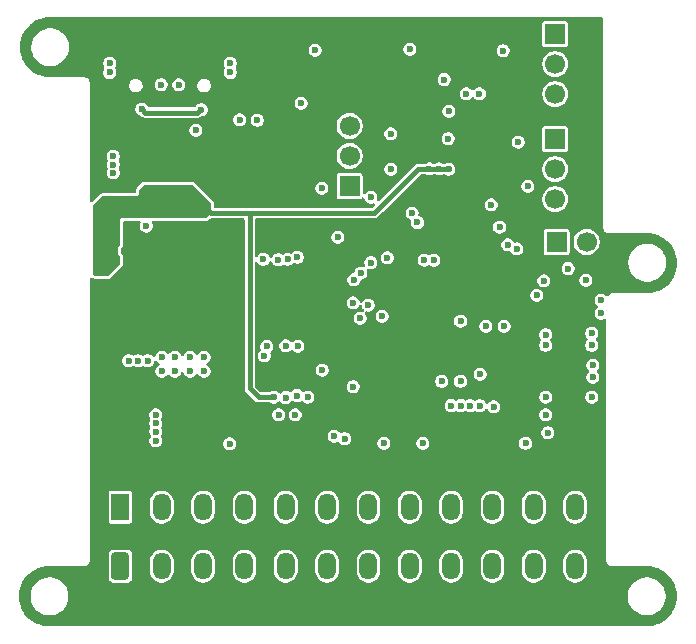
<source format=gbr>
%TF.GenerationSoftware,KiCad,Pcbnew,9.0.1*%
%TF.CreationDate,2025-07-01T00:30:54-05:00*%
%TF.ProjectId,CAN-Sensor-Hub-v1,43414e2d-5365-46e7-936f-722d4875622d,rev?*%
%TF.SameCoordinates,Original*%
%TF.FileFunction,Copper,L3,Inr*%
%TF.FilePolarity,Positive*%
%FSLAX46Y46*%
G04 Gerber Fmt 4.6, Leading zero omitted, Abs format (unit mm)*
G04 Created by KiCad (PCBNEW 9.0.1) date 2025-07-01 00:30:54*
%MOMM*%
%LPD*%
G01*
G04 APERTURE LIST*
G04 Aperture macros list*
%AMRoundRect*
0 Rectangle with rounded corners*
0 $1 Rounding radius*
0 $2 $3 $4 $5 $6 $7 $8 $9 X,Y pos of 4 corners*
0 Add a 4 corners polygon primitive as box body*
4,1,4,$2,$3,$4,$5,$6,$7,$8,$9,$2,$3,0*
0 Add four circle primitives for the rounded corners*
1,1,$1+$1,$2,$3*
1,1,$1+$1,$4,$5*
1,1,$1+$1,$6,$7*
1,1,$1+$1,$8,$9*
0 Add four rect primitives between the rounded corners*
20,1,$1+$1,$2,$3,$4,$5,0*
20,1,$1+$1,$4,$5,$6,$7,0*
20,1,$1+$1,$6,$7,$8,$9,0*
20,1,$1+$1,$8,$9,$2,$3,0*%
G04 Aperture macros list end*
%TA.AperFunction,ComponentPad*%
%ADD10C,1.700000*%
%TD*%
%TA.AperFunction,ComponentPad*%
%ADD11R,1.700000X1.700000*%
%TD*%
%TA.AperFunction,ComponentPad*%
%ADD12C,0.600000*%
%TD*%
%TA.AperFunction,ComponentPad*%
%ADD13R,1.500000X2.300000*%
%TD*%
%TA.AperFunction,ComponentPad*%
%ADD14RoundRect,0.250001X-0.499999X-0.899999X0.499999X-0.899999X0.499999X0.899999X-0.499999X0.899999X0*%
%TD*%
%TA.AperFunction,ComponentPad*%
%ADD15O,1.500000X2.300000*%
%TD*%
%TA.AperFunction,ViaPad*%
%ADD16C,0.600000*%
%TD*%
%TA.AperFunction,Conductor*%
%ADD17C,0.381000*%
%TD*%
G04 APERTURE END LIST*
D10*
%TO.N,GNDREF*%
%TO.C,J11*%
X147500000Y-70420000D03*
%TO.N,USART2_TX*%
X147500000Y-72960000D03*
D11*
%TO.N,USART2_RX*%
X147500000Y-75500000D03*
%TD*%
%TO.N,GNDREF*%
%TO.C,J6*%
X165025000Y-80250000D03*
D10*
%TO.N,Net-(J6-Pin_2)*%
X167565000Y-80250000D03*
%TD*%
D12*
%TO.N,GNDREF*%
%TO.C,U1*%
X135200000Y-90000000D03*
X134000000Y-90000000D03*
X132700000Y-90000000D03*
X131600000Y-90000000D03*
X135200000Y-91200000D03*
X134000000Y-91200000D03*
X132700000Y-91200000D03*
X131600000Y-91200000D03*
%TD*%
D13*
%TO.N,VBAT_12V*%
%TO.C,J12*%
X128100000Y-102700000D03*
D14*
X128100000Y-107700000D03*
D15*
%TO.N,GNDREF*%
X131600000Y-102700000D03*
X131600000Y-107700000D03*
%TO.N,CAN_H*%
X135100000Y-102700000D03*
X135100000Y-107700000D03*
%TO.N,CAN_L*%
X138600000Y-102700000D03*
X138600000Y-107700000D03*
%TO.N,CAN_H*%
X142100000Y-102700000D03*
X142100000Y-107700000D03*
%TO.N,CAN_L*%
X145600000Y-102700000D03*
X145600000Y-107700000D03*
%TO.N,CAN_H*%
X149100000Y-102700000D03*
X149100000Y-107700000D03*
%TO.N,CAN_L*%
X152600000Y-102700000D03*
X152600000Y-107700000D03*
%TO.N,CAN_H*%
X156100000Y-102700000D03*
X156100000Y-107700000D03*
%TO.N,CAN_L*%
X159600000Y-102700000D03*
X159600000Y-107700000D03*
%TO.N,VBAT_12V*%
X163100000Y-102700000D03*
X163100000Y-107700000D03*
%TO.N,GNDREF*%
X166600000Y-102700000D03*
X166600000Y-107700000D03*
%TD*%
D11*
%TO.N,DIO_0_5V*%
%TO.C,J10*%
X164915000Y-62660000D03*
D10*
%TO.N,VDD_5V*%
X164915000Y-65200000D03*
%TO.N,GNDREF*%
X164915000Y-67740000D03*
%TD*%
D11*
%TO.N,DIO_1_5V*%
%TO.C,J9*%
X164915000Y-71560000D03*
D10*
%TO.N,VDD_5V*%
X164915000Y-74100000D03*
%TO.N,GNDREF*%
X164915000Y-76640000D03*
%TD*%
D16*
%TO.N,CAN_TX*%
X143055000Y-93255000D03*
%TO.N,NRST*%
X146500000Y-79850000D03*
%TO.N,GNDREF*%
X149300000Y-76450000D03*
X155500000Y-66500000D03*
%TO.N,VDD_3V3*%
X126250000Y-73750000D03*
X158300000Y-72450000D03*
X158100000Y-76200000D03*
%TO.N,GNDREF*%
X163350000Y-84750000D03*
X143950000Y-93400000D03*
X137350000Y-97350000D03*
X142110000Y-93420000D03*
%TO.N,VDD_3V3*%
X145200000Y-95050000D03*
%TO.N,CAN_RX*%
X145200000Y-91100000D03*
%TO.N,GNDREF*%
X166000000Y-82500000D03*
X155300000Y-92050000D03*
X139700000Y-69950000D03*
X155900000Y-69200000D03*
X155850000Y-71500000D03*
%TO.N,Net-(J6-Pin_2)*%
X156906493Y-94098268D03*
X156900000Y-92050000D03*
X158550000Y-91450000D03*
%TO.N,GNDREF*%
X145150000Y-75700000D03*
X143400000Y-68500000D03*
%TO.N,NRST*%
X159036500Y-87400000D03*
X156900000Y-86950000D03*
%TO.N,USART2_TX*%
X152800000Y-77800000D03*
%TO.N,USART2_RX*%
X153250000Y-78600000D03*
%TO.N,CAN_L*%
X141500000Y-94900000D03*
%TO.N,CAN_H*%
X142900000Y-94900000D03*
%TO.N,IO_LED3*%
X154636500Y-81800000D03*
%TO.N,IO_LED2*%
X153836497Y-81800000D03*
%TO.N,IO_LED3*%
X151000000Y-74100000D03*
%TO.N,IO_LED2*%
X151000000Y-71100000D03*
%TO.N,Net-(J5-SWDIO{slash}TMS)*%
X153700000Y-97300000D03*
%TO.N,NRST*%
X160600000Y-87400000D03*
X164300000Y-96400000D03*
%TO.N,Net-(J5-~{RESET})*%
X162400000Y-97300000D03*
%TO.N,Net-(J5-SWCLK{slash}TCK)*%
X147100000Y-96900000D03*
%TO.N,SWDIO{slash}TMS*%
X147800000Y-92500000D03*
X150400000Y-97300000D03*
%TO.N,VDD_3V3*%
X152200000Y-88700000D03*
%TO.N,DIO_0_3V3*%
X160900000Y-80500000D03*
%TO.N,DIO_1_3V3*%
X161646398Y-80846398D03*
%TO.N,GNDREF*%
X159500000Y-77100000D03*
X138200000Y-69900000D03*
%TO.N,VDD_3V3*%
X134600000Y-72200000D03*
X134600000Y-73000000D03*
X133800000Y-73000000D03*
X133000000Y-73800000D03*
X133800000Y-73800000D03*
X134600000Y-73800000D03*
X135400000Y-73800000D03*
X135400000Y-74600000D03*
X134600000Y-74600000D03*
X133800000Y-74600000D03*
X133000000Y-74600000D03*
%TO.N,GNDREF*%
X159700000Y-94200000D03*
%TO.N,QSPI_NCS*%
X156106493Y-94100347D03*
%TO.N,QSPI_CLK*%
X150250000Y-86550000D03*
%TO.N,QSPI_NCS*%
X143087398Y-81553988D03*
%TO.N,QSPI_CLK*%
X142097889Y-89040000D03*
%TO.N,QSPI_IO0*%
X147800000Y-85400000D03*
%TO.N,QSPI_IO1*%
X149100000Y-85600000D03*
%TO.N,QSPI_IO2*%
X150700000Y-81600000D03*
%TO.N,QSPI_IO3*%
X148400000Y-86700000D03*
%TO.N,QSPI_IO0*%
X140500000Y-89100000D03*
%TO.N,CAN_RX*%
X140295000Y-89905000D03*
%TO.N,QSPI_IO1*%
X142260000Y-81730000D03*
%TO.N,QSPI_IO2*%
X141444955Y-81745000D03*
%TO.N,GNDREF*%
X140200000Y-81720000D03*
%TO.N,OTG_HS_DP*%
X131550000Y-66930000D03*
%TO.N,OTG_HS_DM*%
X133050000Y-66950000D03*
%TO.N,I2C1_SDA*%
X158500000Y-67700000D03*
%TO.N,I2C1_SCL*%
X157400000Y-67700000D03*
%TO.N,I2C1_SDA*%
X158506443Y-94111014D03*
%TO.N,I2C1_SCL*%
X157706477Y-94103387D03*
%TO.N,DIO_1_3V3*%
X162600000Y-75550000D03*
%TO.N,DIO_0_3V3*%
X161800000Y-71800000D03*
%TO.N,VBUS_5V*%
X130300000Y-78900000D03*
X134500000Y-70800000D03*
X134950000Y-69050000D03*
X129900000Y-69000000D03*
%TO.N,VDD_5V*%
X154263455Y-74066545D03*
X155080000Y-74070000D03*
X155890000Y-74100000D03*
X141100000Y-93400000D03*
X126600000Y-80500000D03*
X127400000Y-80500000D03*
X126200000Y-77600000D03*
X127600000Y-77600000D03*
X126900000Y-77600000D03*
X126900000Y-76900000D03*
X127600000Y-76900000D03*
X133200000Y-77800000D03*
X134000000Y-77800000D03*
X134800000Y-77800000D03*
X134800000Y-77000000D03*
X134000000Y-77000000D03*
X134000000Y-76200000D03*
X133200000Y-77000000D03*
X133200000Y-76200000D03*
%TO.N,VDD_3V3*%
X162200000Y-95900000D03*
X160900000Y-97300000D03*
%TO.N,GNDREF*%
X164100000Y-94900000D03*
%TO.N,VDD_3V3*%
X144200000Y-89400000D03*
%TO.N,OTG_HS_DM*%
X148440000Y-82900000D03*
%TO.N,OTG_HS_DP*%
X147860000Y-83463500D03*
%TO.N,VDD_3V3*%
X138500000Y-95500000D03*
%TO.N,GNDREF*%
X146200000Y-96700000D03*
%TO.N,VDD_3V3*%
X144200000Y-79800000D03*
%TO.N,GNDREF*%
X149300000Y-82000000D03*
%TO.N,VDD_3V3*%
X148200000Y-82000000D03*
%TO.N,GNDREF*%
X160200000Y-79000000D03*
%TO.N,VDD_3V3*%
X159700000Y-81500000D03*
X160600000Y-83900000D03*
%TO.N,GNDREF*%
X127500000Y-73000000D03*
X127500000Y-73700000D03*
X127500000Y-74400000D03*
X127190000Y-65100000D03*
X127190000Y-65900000D03*
X137410000Y-65900000D03*
X137410000Y-65100000D03*
%TO.N,VDD_3V3*%
X159500000Y-64050000D03*
X143600000Y-64000000D03*
X151650000Y-63950000D03*
%TO.N,GNDREF*%
X144600000Y-64000000D03*
X152600000Y-63950000D03*
X160500000Y-64050000D03*
X130400000Y-90300000D03*
X168800000Y-85200000D03*
X164100000Y-89000000D03*
X168000000Y-88000000D03*
X168000000Y-93400000D03*
X168800000Y-86300000D03*
X168100000Y-90700000D03*
X129600000Y-90300000D03*
X164100000Y-88100000D03*
X163950000Y-83550000D03*
X131100000Y-94900000D03*
X167500000Y-83500000D03*
X131100000Y-96300000D03*
X164100000Y-93400000D03*
X168000000Y-89000000D03*
X131100000Y-97100000D03*
X128800000Y-90300000D03*
X131100000Y-95600000D03*
X168100000Y-91700000D03*
%TO.N,QSPI_IO3*%
X143120000Y-89060000D03*
%TD*%
D17*
%TO.N,VDD_5V*%
X154263455Y-74066545D02*
X155076545Y-74066545D01*
X149600000Y-77800000D02*
X138600000Y-77800000D01*
X153333455Y-74066545D02*
X149600000Y-77800000D01*
X154263455Y-74066545D02*
X153333455Y-74066545D01*
X155076545Y-74066545D02*
X155080000Y-74070000D01*
X155860000Y-74070000D02*
X155080000Y-74070000D01*
X155890000Y-74100000D02*
X155860000Y-74070000D01*
%TO.N,VBUS_5V*%
X134600000Y-69300000D02*
X134900000Y-69000000D01*
X129900000Y-69000000D02*
X130200000Y-69300000D01*
X130200000Y-69300000D02*
X134600000Y-69300000D01*
%TO.N,VDD_5V*%
X141100000Y-93400000D02*
X139800000Y-93400000D01*
X139050000Y-92650000D02*
X139050000Y-77950000D01*
X139800000Y-93400000D02*
X139050000Y-92650000D01*
X138900000Y-77800000D02*
X138600000Y-77800000D01*
X139050000Y-77950000D02*
X138900000Y-77800000D01*
X135600000Y-77600000D02*
X135800000Y-77800000D01*
X135800000Y-77800000D02*
X136600000Y-77800000D01*
X136600000Y-77800000D02*
X138600000Y-77800000D01*
%TD*%
%TA.AperFunction,Conductor*%
%TO.N,VDD_3V3*%
G36*
X168917539Y-61220185D02*
G01*
X168963294Y-61272989D01*
X168974500Y-61324500D01*
X168974500Y-78934108D01*
X168974500Y-79065892D01*
X168986985Y-79112488D01*
X169008608Y-79193187D01*
X169034488Y-79238011D01*
X169074500Y-79307314D01*
X169167686Y-79400500D01*
X169281814Y-79466392D01*
X169409108Y-79500500D01*
X172634108Y-79500500D01*
X172696249Y-79500500D01*
X172703736Y-79500726D01*
X172999822Y-79518636D01*
X173014686Y-79520441D01*
X173302763Y-79573233D01*
X173317300Y-79576816D01*
X173596902Y-79663944D01*
X173610893Y-79669249D01*
X173877979Y-79789454D01*
X173891225Y-79796407D01*
X174141868Y-79947926D01*
X174154179Y-79956424D01*
X174289560Y-80062488D01*
X174384729Y-80137048D01*
X174395937Y-80146978D01*
X174603021Y-80354062D01*
X174612951Y-80365270D01*
X174775283Y-80572472D01*
X174793571Y-80595814D01*
X174802075Y-80608134D01*
X174905489Y-80779201D01*
X174953589Y-80858768D01*
X174960548Y-80872027D01*
X175080748Y-81139101D01*
X175086057Y-81153102D01*
X175173182Y-81432698D01*
X175176766Y-81447236D01*
X175229558Y-81735313D01*
X175231363Y-81750178D01*
X175249047Y-82042513D01*
X175249047Y-82057487D01*
X175231363Y-82349821D01*
X175229558Y-82364686D01*
X175176766Y-82652763D01*
X175173182Y-82667301D01*
X175086057Y-82946897D01*
X175080748Y-82960898D01*
X174960548Y-83227972D01*
X174953589Y-83241231D01*
X174802077Y-83491862D01*
X174793571Y-83504185D01*
X174612951Y-83734729D01*
X174603021Y-83745937D01*
X174395937Y-83953021D01*
X174384729Y-83962951D01*
X174154185Y-84143571D01*
X174141862Y-84152077D01*
X173891231Y-84303589D01*
X173877972Y-84310548D01*
X173610898Y-84430748D01*
X173596897Y-84436057D01*
X173317301Y-84523182D01*
X173302763Y-84526766D01*
X173014686Y-84579558D01*
X172999821Y-84581363D01*
X172703736Y-84599274D01*
X172696249Y-84599500D01*
X169684108Y-84599500D01*
X169556812Y-84633608D01*
X169442686Y-84699500D01*
X169442683Y-84699502D01*
X169348036Y-84794150D01*
X169286713Y-84827635D01*
X169217021Y-84822651D01*
X169172674Y-84794150D01*
X169138017Y-84759493D01*
X169138011Y-84759488D01*
X169012488Y-84687017D01*
X169012489Y-84687017D01*
X169001006Y-84683940D01*
X168872475Y-84649500D01*
X168727525Y-84649500D01*
X168598993Y-84683940D01*
X168587511Y-84687017D01*
X168461988Y-84759488D01*
X168461982Y-84759493D01*
X168359493Y-84861982D01*
X168359488Y-84861988D01*
X168287017Y-84987511D01*
X168287016Y-84987515D01*
X168249500Y-85127525D01*
X168249500Y-85272475D01*
X168281159Y-85390626D01*
X168287017Y-85412488D01*
X168359488Y-85538011D01*
X168359490Y-85538013D01*
X168359491Y-85538015D01*
X168461985Y-85640509D01*
X168461988Y-85640510D01*
X168461991Y-85640513D01*
X168465630Y-85642614D01*
X168468086Y-85645190D01*
X168468434Y-85645457D01*
X168468392Y-85645511D01*
X168513845Y-85693181D01*
X168527067Y-85761788D01*
X168501099Y-85826653D01*
X168465630Y-85857386D01*
X168461991Y-85859486D01*
X168461982Y-85859493D01*
X168359493Y-85961982D01*
X168359488Y-85961988D01*
X168287017Y-86087511D01*
X168287016Y-86087515D01*
X168249500Y-86227525D01*
X168249500Y-86372475D01*
X168284070Y-86501490D01*
X168287017Y-86512488D01*
X168359488Y-86638011D01*
X168359490Y-86638013D01*
X168359491Y-86638015D01*
X168461985Y-86740509D01*
X168461986Y-86740510D01*
X168461988Y-86740511D01*
X168587511Y-86812982D01*
X168587512Y-86812982D01*
X168587515Y-86812984D01*
X168727525Y-86850500D01*
X168727528Y-86850500D01*
X168872472Y-86850500D01*
X168872475Y-86850500D01*
X169012485Y-86812984D01*
X169063499Y-86783530D01*
X169131398Y-86767057D01*
X169197426Y-86789909D01*
X169240617Y-86844829D01*
X169249500Y-86890917D01*
X169249500Y-107265891D01*
X169283608Y-107393187D01*
X169309910Y-107438742D01*
X169349500Y-107507314D01*
X169442686Y-107600500D01*
X169556814Y-107666392D01*
X169684108Y-107700500D01*
X169815892Y-107700500D01*
X172609108Y-107700500D01*
X172671249Y-107700500D01*
X172678736Y-107700726D01*
X172974822Y-107718636D01*
X172989686Y-107720441D01*
X173277763Y-107773233D01*
X173292300Y-107776816D01*
X173571902Y-107863944D01*
X173585893Y-107869249D01*
X173852979Y-107989454D01*
X173866225Y-107996407D01*
X174116868Y-108147926D01*
X174129179Y-108156424D01*
X174209187Y-108219106D01*
X174359729Y-108337048D01*
X174370937Y-108346978D01*
X174578021Y-108554062D01*
X174587951Y-108565270D01*
X174745808Y-108766760D01*
X174768571Y-108795814D01*
X174777075Y-108808134D01*
X174910719Y-109029207D01*
X174928589Y-109058768D01*
X174935548Y-109072027D01*
X175055748Y-109339101D01*
X175061057Y-109353102D01*
X175148182Y-109632698D01*
X175151766Y-109647236D01*
X175204558Y-109935313D01*
X175206363Y-109950178D01*
X175224047Y-110242513D01*
X175224047Y-110257487D01*
X175206363Y-110549821D01*
X175204558Y-110564686D01*
X175151766Y-110852763D01*
X175148182Y-110867301D01*
X175061057Y-111146897D01*
X175055748Y-111160898D01*
X174935548Y-111427972D01*
X174928589Y-111441231D01*
X174777077Y-111691862D01*
X174768571Y-111704185D01*
X174587951Y-111934729D01*
X174578021Y-111945937D01*
X174370937Y-112153021D01*
X174359729Y-112162951D01*
X174129185Y-112343571D01*
X174116862Y-112352077D01*
X173866231Y-112503589D01*
X173852972Y-112510548D01*
X173585898Y-112630748D01*
X173571897Y-112636057D01*
X173292301Y-112723182D01*
X173277763Y-112726766D01*
X172989686Y-112779558D01*
X172974821Y-112781363D01*
X172678736Y-112799274D01*
X172671249Y-112799500D01*
X122053751Y-112799500D01*
X122046264Y-112799274D01*
X121750178Y-112781363D01*
X121735313Y-112779558D01*
X121447236Y-112726766D01*
X121432698Y-112723182D01*
X121153102Y-112636057D01*
X121139101Y-112630748D01*
X120872027Y-112510548D01*
X120858768Y-112503589D01*
X120608137Y-112352077D01*
X120595814Y-112343571D01*
X120365270Y-112162951D01*
X120354062Y-112153021D01*
X120146978Y-111945937D01*
X120137048Y-111934729D01*
X119979192Y-111733241D01*
X119956424Y-111704179D01*
X119947926Y-111691868D01*
X119796407Y-111441225D01*
X119789454Y-111427979D01*
X119669249Y-111160893D01*
X119663942Y-111146897D01*
X119645853Y-111088848D01*
X119576816Y-110867300D01*
X119573233Y-110852763D01*
X119520441Y-110564686D01*
X119518636Y-110549821D01*
X119508119Y-110375961D01*
X119500952Y-110257472D01*
X119500952Y-110242527D01*
X119508119Y-110124038D01*
X120499500Y-110124038D01*
X120499500Y-110375961D01*
X120538910Y-110624785D01*
X120616760Y-110864383D01*
X120731132Y-111088848D01*
X120879201Y-111292649D01*
X120879205Y-111292654D01*
X121057345Y-111470794D01*
X121057350Y-111470798D01*
X121235117Y-111599952D01*
X121261155Y-111618870D01*
X121404184Y-111691747D01*
X121485616Y-111733239D01*
X121485618Y-111733239D01*
X121485621Y-111733241D01*
X121725215Y-111811090D01*
X121974038Y-111850500D01*
X121974039Y-111850500D01*
X122225961Y-111850500D01*
X122225962Y-111850500D01*
X122474785Y-111811090D01*
X122714379Y-111733241D01*
X122938845Y-111618870D01*
X123142656Y-111470793D01*
X123320793Y-111292656D01*
X123468870Y-111088845D01*
X123583241Y-110864379D01*
X123661090Y-110624785D01*
X123700500Y-110375962D01*
X123700500Y-110124038D01*
X171074500Y-110124038D01*
X171074500Y-110375961D01*
X171113910Y-110624785D01*
X171191760Y-110864383D01*
X171306132Y-111088848D01*
X171454201Y-111292649D01*
X171454205Y-111292654D01*
X171632345Y-111470794D01*
X171632350Y-111470798D01*
X171810117Y-111599952D01*
X171836155Y-111618870D01*
X171979184Y-111691747D01*
X172060616Y-111733239D01*
X172060618Y-111733239D01*
X172060621Y-111733241D01*
X172300215Y-111811090D01*
X172549038Y-111850500D01*
X172549039Y-111850500D01*
X172800961Y-111850500D01*
X172800962Y-111850500D01*
X173049785Y-111811090D01*
X173289379Y-111733241D01*
X173513845Y-111618870D01*
X173717656Y-111470793D01*
X173895793Y-111292656D01*
X174043870Y-111088845D01*
X174158241Y-110864379D01*
X174236090Y-110624785D01*
X174275500Y-110375962D01*
X174275500Y-110124038D01*
X174236090Y-109875215D01*
X174158241Y-109635621D01*
X174158239Y-109635618D01*
X174158239Y-109635616D01*
X174116747Y-109554184D01*
X174043870Y-109411155D01*
X173991520Y-109339101D01*
X173895798Y-109207350D01*
X173895794Y-109207345D01*
X173717654Y-109029205D01*
X173717649Y-109029201D01*
X173513848Y-108881132D01*
X173513847Y-108881131D01*
X173513845Y-108881130D01*
X173437690Y-108842327D01*
X173289383Y-108766760D01*
X173049785Y-108688910D01*
X172800962Y-108649500D01*
X172549038Y-108649500D01*
X172424626Y-108669205D01*
X172300214Y-108688910D01*
X172060616Y-108766760D01*
X171836151Y-108881132D01*
X171632350Y-109029201D01*
X171632345Y-109029205D01*
X171454205Y-109207345D01*
X171454201Y-109207350D01*
X171306132Y-109411151D01*
X171191760Y-109635616D01*
X171113910Y-109875214D01*
X171074500Y-110124038D01*
X123700500Y-110124038D01*
X123661090Y-109875215D01*
X123583241Y-109635621D01*
X123583239Y-109635618D01*
X123583239Y-109635616D01*
X123541747Y-109554184D01*
X123468870Y-109411155D01*
X123416520Y-109339101D01*
X123320798Y-109207350D01*
X123320794Y-109207345D01*
X123142654Y-109029205D01*
X123142649Y-109029201D01*
X122938848Y-108881132D01*
X122938847Y-108881131D01*
X122938845Y-108881130D01*
X122862690Y-108842327D01*
X122714383Y-108766760D01*
X122474785Y-108688910D01*
X122225962Y-108649500D01*
X121974038Y-108649500D01*
X121849626Y-108669205D01*
X121725214Y-108688910D01*
X121485616Y-108766760D01*
X121261151Y-108881132D01*
X121057350Y-109029201D01*
X121057345Y-109029205D01*
X120879205Y-109207345D01*
X120879201Y-109207350D01*
X120731132Y-109411151D01*
X120616760Y-109635616D01*
X120538910Y-109875214D01*
X120499500Y-110124038D01*
X119508119Y-110124038D01*
X119518636Y-109950173D01*
X119520441Y-109935313D01*
X119531455Y-109875215D01*
X119573233Y-109647232D01*
X119576817Y-109632698D01*
X119607457Y-109534371D01*
X119663945Y-109353091D01*
X119669247Y-109339111D01*
X119789458Y-109072013D01*
X119796403Y-109058781D01*
X119947931Y-108808123D01*
X119956418Y-108795827D01*
X120137055Y-108565261D01*
X120146970Y-108554070D01*
X120354070Y-108346970D01*
X120365261Y-108337055D01*
X120595827Y-108156418D01*
X120608123Y-108147931D01*
X120858781Y-107996403D01*
X120872013Y-107989458D01*
X121139111Y-107869247D01*
X121153091Y-107863945D01*
X121432702Y-107776815D01*
X121447232Y-107773233D01*
X121735317Y-107720440D01*
X121750175Y-107718636D01*
X122046264Y-107700726D01*
X122053751Y-107700500D01*
X125065890Y-107700500D01*
X125065892Y-107700500D01*
X125193186Y-107666392D01*
X125307314Y-107600500D01*
X125400500Y-107507314D01*
X125466392Y-107393186D01*
X125500500Y-107265892D01*
X125500500Y-106752136D01*
X127099500Y-106752136D01*
X127099500Y-108647863D01*
X127099501Y-108647882D01*
X127105908Y-108707481D01*
X127156202Y-108842327D01*
X127156203Y-108842328D01*
X127156204Y-108842330D01*
X127242454Y-108957546D01*
X127357670Y-109043796D01*
X127357671Y-109043796D01*
X127357672Y-109043797D01*
X127492518Y-109094091D01*
X127492517Y-109094091D01*
X127499445Y-109094835D01*
X127552128Y-109100500D01*
X127552137Y-109100500D01*
X128647863Y-109100500D01*
X128647872Y-109100500D01*
X128707482Y-109094091D01*
X128842330Y-109043796D01*
X128957546Y-108957546D01*
X129043796Y-108842330D01*
X129094091Y-108707482D01*
X129100500Y-108647872D01*
X129100500Y-108198543D01*
X130599499Y-108198543D01*
X130637947Y-108391829D01*
X130637950Y-108391839D01*
X130713364Y-108573907D01*
X130713371Y-108573920D01*
X130822860Y-108737781D01*
X130822863Y-108737785D01*
X130962214Y-108877136D01*
X130962218Y-108877139D01*
X131126079Y-108986628D01*
X131126092Y-108986635D01*
X131300239Y-109058768D01*
X131308165Y-109062051D01*
X131308169Y-109062051D01*
X131308170Y-109062052D01*
X131501456Y-109100500D01*
X131501459Y-109100500D01*
X131698543Y-109100500D01*
X131876064Y-109065188D01*
X131891835Y-109062051D01*
X132073914Y-108986632D01*
X132237782Y-108877139D01*
X132377139Y-108737782D01*
X132486632Y-108573914D01*
X132490213Y-108565270D01*
X132562049Y-108391839D01*
X132562051Y-108391835D01*
X132574632Y-108328582D01*
X132600500Y-108198543D01*
X134099499Y-108198543D01*
X134137947Y-108391829D01*
X134137950Y-108391839D01*
X134213364Y-108573907D01*
X134213371Y-108573920D01*
X134322860Y-108737781D01*
X134322863Y-108737785D01*
X134462214Y-108877136D01*
X134462218Y-108877139D01*
X134626079Y-108986628D01*
X134626092Y-108986635D01*
X134800239Y-109058768D01*
X134808165Y-109062051D01*
X134808169Y-109062051D01*
X134808170Y-109062052D01*
X135001456Y-109100500D01*
X135001459Y-109100500D01*
X135198543Y-109100500D01*
X135376064Y-109065188D01*
X135391835Y-109062051D01*
X135573914Y-108986632D01*
X135737782Y-108877139D01*
X135877139Y-108737782D01*
X135986632Y-108573914D01*
X135990213Y-108565270D01*
X136062049Y-108391839D01*
X136062051Y-108391835D01*
X136074632Y-108328582D01*
X136100500Y-108198543D01*
X137599499Y-108198543D01*
X137637947Y-108391829D01*
X137637950Y-108391839D01*
X137713364Y-108573907D01*
X137713371Y-108573920D01*
X137822860Y-108737781D01*
X137822863Y-108737785D01*
X137962214Y-108877136D01*
X137962218Y-108877139D01*
X138126079Y-108986628D01*
X138126092Y-108986635D01*
X138300239Y-109058768D01*
X138308165Y-109062051D01*
X138308169Y-109062051D01*
X138308170Y-109062052D01*
X138501456Y-109100500D01*
X138501459Y-109100500D01*
X138698543Y-109100500D01*
X138876064Y-109065188D01*
X138891835Y-109062051D01*
X139073914Y-108986632D01*
X139237782Y-108877139D01*
X139377139Y-108737782D01*
X139486632Y-108573914D01*
X139490213Y-108565270D01*
X139562049Y-108391839D01*
X139562051Y-108391835D01*
X139574632Y-108328582D01*
X139600500Y-108198543D01*
X141099499Y-108198543D01*
X141137947Y-108391829D01*
X141137950Y-108391839D01*
X141213364Y-108573907D01*
X141213371Y-108573920D01*
X141322860Y-108737781D01*
X141322863Y-108737785D01*
X141462214Y-108877136D01*
X141462218Y-108877139D01*
X141626079Y-108986628D01*
X141626092Y-108986635D01*
X141800239Y-109058768D01*
X141808165Y-109062051D01*
X141808169Y-109062051D01*
X141808170Y-109062052D01*
X142001456Y-109100500D01*
X142001459Y-109100500D01*
X142198543Y-109100500D01*
X142376064Y-109065188D01*
X142391835Y-109062051D01*
X142573914Y-108986632D01*
X142737782Y-108877139D01*
X142877139Y-108737782D01*
X142986632Y-108573914D01*
X142990213Y-108565270D01*
X143062049Y-108391839D01*
X143062051Y-108391835D01*
X143074632Y-108328582D01*
X143100500Y-108198543D01*
X144599499Y-108198543D01*
X144637947Y-108391829D01*
X144637950Y-108391839D01*
X144713364Y-108573907D01*
X144713371Y-108573920D01*
X144822860Y-108737781D01*
X144822863Y-108737785D01*
X144962214Y-108877136D01*
X144962218Y-108877139D01*
X145126079Y-108986628D01*
X145126092Y-108986635D01*
X145300239Y-109058768D01*
X145308165Y-109062051D01*
X145308169Y-109062051D01*
X145308170Y-109062052D01*
X145501456Y-109100500D01*
X145501459Y-109100500D01*
X145698543Y-109100500D01*
X145876064Y-109065188D01*
X145891835Y-109062051D01*
X146073914Y-108986632D01*
X146237782Y-108877139D01*
X146377139Y-108737782D01*
X146486632Y-108573914D01*
X146490213Y-108565270D01*
X146562049Y-108391839D01*
X146562051Y-108391835D01*
X146574632Y-108328582D01*
X146600500Y-108198543D01*
X148099499Y-108198543D01*
X148137947Y-108391829D01*
X148137950Y-108391839D01*
X148213364Y-108573907D01*
X148213371Y-108573920D01*
X148322860Y-108737781D01*
X148322863Y-108737785D01*
X148462214Y-108877136D01*
X148462218Y-108877139D01*
X148626079Y-108986628D01*
X148626092Y-108986635D01*
X148800239Y-109058768D01*
X148808165Y-109062051D01*
X148808169Y-109062051D01*
X148808170Y-109062052D01*
X149001456Y-109100500D01*
X149001459Y-109100500D01*
X149198543Y-109100500D01*
X149376064Y-109065188D01*
X149391835Y-109062051D01*
X149573914Y-108986632D01*
X149737782Y-108877139D01*
X149877139Y-108737782D01*
X149986632Y-108573914D01*
X149990213Y-108565270D01*
X150062049Y-108391839D01*
X150062051Y-108391835D01*
X150074632Y-108328582D01*
X150100500Y-108198543D01*
X151599499Y-108198543D01*
X151637947Y-108391829D01*
X151637950Y-108391839D01*
X151713364Y-108573907D01*
X151713371Y-108573920D01*
X151822860Y-108737781D01*
X151822863Y-108737785D01*
X151962214Y-108877136D01*
X151962218Y-108877139D01*
X152126079Y-108986628D01*
X152126092Y-108986635D01*
X152300239Y-109058768D01*
X152308165Y-109062051D01*
X152308169Y-109062051D01*
X152308170Y-109062052D01*
X152501456Y-109100500D01*
X152501459Y-109100500D01*
X152698543Y-109100500D01*
X152876064Y-109065188D01*
X152891835Y-109062051D01*
X153073914Y-108986632D01*
X153237782Y-108877139D01*
X153377139Y-108737782D01*
X153486632Y-108573914D01*
X153490213Y-108565270D01*
X153562049Y-108391839D01*
X153562051Y-108391835D01*
X153574632Y-108328582D01*
X153600500Y-108198543D01*
X155099499Y-108198543D01*
X155137947Y-108391829D01*
X155137950Y-108391839D01*
X155213364Y-108573907D01*
X155213371Y-108573920D01*
X155322860Y-108737781D01*
X155322863Y-108737785D01*
X155462214Y-108877136D01*
X155462218Y-108877139D01*
X155626079Y-108986628D01*
X155626092Y-108986635D01*
X155800239Y-109058768D01*
X155808165Y-109062051D01*
X155808169Y-109062051D01*
X155808170Y-109062052D01*
X156001456Y-109100500D01*
X156001459Y-109100500D01*
X156198543Y-109100500D01*
X156376064Y-109065188D01*
X156391835Y-109062051D01*
X156573914Y-108986632D01*
X156737782Y-108877139D01*
X156877139Y-108737782D01*
X156986632Y-108573914D01*
X156990213Y-108565270D01*
X157062049Y-108391839D01*
X157062051Y-108391835D01*
X157074632Y-108328582D01*
X157100500Y-108198543D01*
X158599499Y-108198543D01*
X158637947Y-108391829D01*
X158637950Y-108391839D01*
X158713364Y-108573907D01*
X158713371Y-108573920D01*
X158822860Y-108737781D01*
X158822863Y-108737785D01*
X158962214Y-108877136D01*
X158962218Y-108877139D01*
X159126079Y-108986628D01*
X159126092Y-108986635D01*
X159300239Y-109058768D01*
X159308165Y-109062051D01*
X159308169Y-109062051D01*
X159308170Y-109062052D01*
X159501456Y-109100500D01*
X159501459Y-109100500D01*
X159698543Y-109100500D01*
X159876064Y-109065188D01*
X159891835Y-109062051D01*
X160073914Y-108986632D01*
X160237782Y-108877139D01*
X160377139Y-108737782D01*
X160486632Y-108573914D01*
X160490213Y-108565270D01*
X160562049Y-108391839D01*
X160562051Y-108391835D01*
X160574632Y-108328582D01*
X160600500Y-108198543D01*
X162099499Y-108198543D01*
X162137947Y-108391829D01*
X162137950Y-108391839D01*
X162213364Y-108573907D01*
X162213371Y-108573920D01*
X162322860Y-108737781D01*
X162322863Y-108737785D01*
X162462214Y-108877136D01*
X162462218Y-108877139D01*
X162626079Y-108986628D01*
X162626092Y-108986635D01*
X162800239Y-109058768D01*
X162808165Y-109062051D01*
X162808169Y-109062051D01*
X162808170Y-109062052D01*
X163001456Y-109100500D01*
X163001459Y-109100500D01*
X163198543Y-109100500D01*
X163376064Y-109065188D01*
X163391835Y-109062051D01*
X163573914Y-108986632D01*
X163737782Y-108877139D01*
X163877139Y-108737782D01*
X163986632Y-108573914D01*
X163990213Y-108565270D01*
X164062049Y-108391839D01*
X164062051Y-108391835D01*
X164074632Y-108328582D01*
X164100500Y-108198543D01*
X165599499Y-108198543D01*
X165637947Y-108391829D01*
X165637950Y-108391839D01*
X165713364Y-108573907D01*
X165713371Y-108573920D01*
X165822860Y-108737781D01*
X165822863Y-108737785D01*
X165962214Y-108877136D01*
X165962218Y-108877139D01*
X166126079Y-108986628D01*
X166126092Y-108986635D01*
X166300239Y-109058768D01*
X166308165Y-109062051D01*
X166308169Y-109062051D01*
X166308170Y-109062052D01*
X166501456Y-109100500D01*
X166501459Y-109100500D01*
X166698543Y-109100500D01*
X166876064Y-109065188D01*
X166891835Y-109062051D01*
X167073914Y-108986632D01*
X167237782Y-108877139D01*
X167377139Y-108737782D01*
X167486632Y-108573914D01*
X167490213Y-108565270D01*
X167562049Y-108391839D01*
X167562051Y-108391835D01*
X167574632Y-108328582D01*
X167600500Y-108198543D01*
X167600500Y-107201456D01*
X167562052Y-107008170D01*
X167562051Y-107008169D01*
X167562051Y-107008165D01*
X167562049Y-107008160D01*
X167486635Y-106826092D01*
X167486628Y-106826079D01*
X167377139Y-106662218D01*
X167377136Y-106662214D01*
X167237785Y-106522863D01*
X167237781Y-106522860D01*
X167073920Y-106413371D01*
X167073907Y-106413364D01*
X166891839Y-106337950D01*
X166891829Y-106337947D01*
X166698543Y-106299500D01*
X166698541Y-106299500D01*
X166501459Y-106299500D01*
X166501457Y-106299500D01*
X166308170Y-106337947D01*
X166308160Y-106337950D01*
X166126092Y-106413364D01*
X166126079Y-106413371D01*
X165962218Y-106522860D01*
X165962214Y-106522863D01*
X165822863Y-106662214D01*
X165822860Y-106662218D01*
X165713371Y-106826079D01*
X165713364Y-106826092D01*
X165637950Y-107008160D01*
X165637947Y-107008170D01*
X165599500Y-107201456D01*
X165599500Y-107201459D01*
X165599500Y-108198541D01*
X165599500Y-108198543D01*
X165599499Y-108198543D01*
X164100500Y-108198543D01*
X164100500Y-107201456D01*
X164062052Y-107008170D01*
X164062051Y-107008169D01*
X164062051Y-107008165D01*
X164062049Y-107008160D01*
X163986635Y-106826092D01*
X163986628Y-106826079D01*
X163877139Y-106662218D01*
X163877136Y-106662214D01*
X163737785Y-106522863D01*
X163737781Y-106522860D01*
X163573920Y-106413371D01*
X163573907Y-106413364D01*
X163391839Y-106337950D01*
X163391829Y-106337947D01*
X163198543Y-106299500D01*
X163198541Y-106299500D01*
X163001459Y-106299500D01*
X163001457Y-106299500D01*
X162808170Y-106337947D01*
X162808160Y-106337950D01*
X162626092Y-106413364D01*
X162626079Y-106413371D01*
X162462218Y-106522860D01*
X162462214Y-106522863D01*
X162322863Y-106662214D01*
X162322860Y-106662218D01*
X162213371Y-106826079D01*
X162213364Y-106826092D01*
X162137950Y-107008160D01*
X162137947Y-107008170D01*
X162099500Y-107201456D01*
X162099500Y-107201459D01*
X162099500Y-108198541D01*
X162099500Y-108198543D01*
X162099499Y-108198543D01*
X160600500Y-108198543D01*
X160600500Y-107201456D01*
X160562052Y-107008170D01*
X160562051Y-107008169D01*
X160562051Y-107008165D01*
X160562049Y-107008160D01*
X160486635Y-106826092D01*
X160486628Y-106826079D01*
X160377139Y-106662218D01*
X160377136Y-106662214D01*
X160237785Y-106522863D01*
X160237781Y-106522860D01*
X160073920Y-106413371D01*
X160073907Y-106413364D01*
X159891839Y-106337950D01*
X159891829Y-106337947D01*
X159698543Y-106299500D01*
X159698541Y-106299500D01*
X159501459Y-106299500D01*
X159501457Y-106299500D01*
X159308170Y-106337947D01*
X159308160Y-106337950D01*
X159126092Y-106413364D01*
X159126079Y-106413371D01*
X158962218Y-106522860D01*
X158962214Y-106522863D01*
X158822863Y-106662214D01*
X158822860Y-106662218D01*
X158713371Y-106826079D01*
X158713364Y-106826092D01*
X158637950Y-107008160D01*
X158637947Y-107008170D01*
X158599500Y-107201456D01*
X158599500Y-107201459D01*
X158599500Y-108198541D01*
X158599500Y-108198543D01*
X158599499Y-108198543D01*
X157100500Y-108198543D01*
X157100500Y-107201456D01*
X157062052Y-107008170D01*
X157062051Y-107008169D01*
X157062051Y-107008165D01*
X157062049Y-107008160D01*
X156986635Y-106826092D01*
X156986628Y-106826079D01*
X156877139Y-106662218D01*
X156877136Y-106662214D01*
X156737785Y-106522863D01*
X156737781Y-106522860D01*
X156573920Y-106413371D01*
X156573907Y-106413364D01*
X156391839Y-106337950D01*
X156391829Y-106337947D01*
X156198543Y-106299500D01*
X156198541Y-106299500D01*
X156001459Y-106299500D01*
X156001457Y-106299500D01*
X155808170Y-106337947D01*
X155808160Y-106337950D01*
X155626092Y-106413364D01*
X155626079Y-106413371D01*
X155462218Y-106522860D01*
X155462214Y-106522863D01*
X155322863Y-106662214D01*
X155322860Y-106662218D01*
X155213371Y-106826079D01*
X155213364Y-106826092D01*
X155137950Y-107008160D01*
X155137947Y-107008170D01*
X155099500Y-107201456D01*
X155099500Y-107201459D01*
X155099500Y-108198541D01*
X155099500Y-108198543D01*
X155099499Y-108198543D01*
X153600500Y-108198543D01*
X153600500Y-107201456D01*
X153562052Y-107008170D01*
X153562051Y-107008169D01*
X153562051Y-107008165D01*
X153562049Y-107008160D01*
X153486635Y-106826092D01*
X153486628Y-106826079D01*
X153377139Y-106662218D01*
X153377136Y-106662214D01*
X153237785Y-106522863D01*
X153237781Y-106522860D01*
X153073920Y-106413371D01*
X153073907Y-106413364D01*
X152891839Y-106337950D01*
X152891829Y-106337947D01*
X152698543Y-106299500D01*
X152698541Y-106299500D01*
X152501459Y-106299500D01*
X152501457Y-106299500D01*
X152308170Y-106337947D01*
X152308160Y-106337950D01*
X152126092Y-106413364D01*
X152126079Y-106413371D01*
X151962218Y-106522860D01*
X151962214Y-106522863D01*
X151822863Y-106662214D01*
X151822860Y-106662218D01*
X151713371Y-106826079D01*
X151713364Y-106826092D01*
X151637950Y-107008160D01*
X151637947Y-107008170D01*
X151599500Y-107201456D01*
X151599500Y-107201459D01*
X151599500Y-108198541D01*
X151599500Y-108198543D01*
X151599499Y-108198543D01*
X150100500Y-108198543D01*
X150100500Y-107201456D01*
X150062052Y-107008170D01*
X150062051Y-107008169D01*
X150062051Y-107008165D01*
X150062049Y-107008160D01*
X149986635Y-106826092D01*
X149986628Y-106826079D01*
X149877139Y-106662218D01*
X149877136Y-106662214D01*
X149737785Y-106522863D01*
X149737781Y-106522860D01*
X149573920Y-106413371D01*
X149573907Y-106413364D01*
X149391839Y-106337950D01*
X149391829Y-106337947D01*
X149198543Y-106299500D01*
X149198541Y-106299500D01*
X149001459Y-106299500D01*
X149001457Y-106299500D01*
X148808170Y-106337947D01*
X148808160Y-106337950D01*
X148626092Y-106413364D01*
X148626079Y-106413371D01*
X148462218Y-106522860D01*
X148462214Y-106522863D01*
X148322863Y-106662214D01*
X148322860Y-106662218D01*
X148213371Y-106826079D01*
X148213364Y-106826092D01*
X148137950Y-107008160D01*
X148137947Y-107008170D01*
X148099500Y-107201456D01*
X148099500Y-107201459D01*
X148099500Y-108198541D01*
X148099500Y-108198543D01*
X148099499Y-108198543D01*
X146600500Y-108198543D01*
X146600500Y-107201456D01*
X146562052Y-107008170D01*
X146562051Y-107008169D01*
X146562051Y-107008165D01*
X146562049Y-107008160D01*
X146486635Y-106826092D01*
X146486628Y-106826079D01*
X146377139Y-106662218D01*
X146377136Y-106662214D01*
X146237785Y-106522863D01*
X146237781Y-106522860D01*
X146073920Y-106413371D01*
X146073907Y-106413364D01*
X145891839Y-106337950D01*
X145891829Y-106337947D01*
X145698543Y-106299500D01*
X145698541Y-106299500D01*
X145501459Y-106299500D01*
X145501457Y-106299500D01*
X145308170Y-106337947D01*
X145308160Y-106337950D01*
X145126092Y-106413364D01*
X145126079Y-106413371D01*
X144962218Y-106522860D01*
X144962214Y-106522863D01*
X144822863Y-106662214D01*
X144822860Y-106662218D01*
X144713371Y-106826079D01*
X144713364Y-106826092D01*
X144637950Y-107008160D01*
X144637947Y-107008170D01*
X144599500Y-107201456D01*
X144599500Y-107201459D01*
X144599500Y-108198541D01*
X144599500Y-108198543D01*
X144599499Y-108198543D01*
X143100500Y-108198543D01*
X143100500Y-107201456D01*
X143062052Y-107008170D01*
X143062051Y-107008169D01*
X143062051Y-107008165D01*
X143062049Y-107008160D01*
X142986635Y-106826092D01*
X142986628Y-106826079D01*
X142877139Y-106662218D01*
X142877136Y-106662214D01*
X142737785Y-106522863D01*
X142737781Y-106522860D01*
X142573920Y-106413371D01*
X142573907Y-106413364D01*
X142391839Y-106337950D01*
X142391829Y-106337947D01*
X142198543Y-106299500D01*
X142198541Y-106299500D01*
X142001459Y-106299500D01*
X142001457Y-106299500D01*
X141808170Y-106337947D01*
X141808160Y-106337950D01*
X141626092Y-106413364D01*
X141626079Y-106413371D01*
X141462218Y-106522860D01*
X141462214Y-106522863D01*
X141322863Y-106662214D01*
X141322860Y-106662218D01*
X141213371Y-106826079D01*
X141213364Y-106826092D01*
X141137950Y-107008160D01*
X141137947Y-107008170D01*
X141099500Y-107201456D01*
X141099500Y-107201459D01*
X141099500Y-108198541D01*
X141099500Y-108198543D01*
X141099499Y-108198543D01*
X139600500Y-108198543D01*
X139600500Y-107201456D01*
X139562052Y-107008170D01*
X139562051Y-107008169D01*
X139562051Y-107008165D01*
X139562049Y-107008160D01*
X139486635Y-106826092D01*
X139486628Y-106826079D01*
X139377139Y-106662218D01*
X139377136Y-106662214D01*
X139237785Y-106522863D01*
X139237781Y-106522860D01*
X139073920Y-106413371D01*
X139073907Y-106413364D01*
X138891839Y-106337950D01*
X138891829Y-106337947D01*
X138698543Y-106299500D01*
X138698541Y-106299500D01*
X138501459Y-106299500D01*
X138501457Y-106299500D01*
X138308170Y-106337947D01*
X138308160Y-106337950D01*
X138126092Y-106413364D01*
X138126079Y-106413371D01*
X137962218Y-106522860D01*
X137962214Y-106522863D01*
X137822863Y-106662214D01*
X137822860Y-106662218D01*
X137713371Y-106826079D01*
X137713364Y-106826092D01*
X137637950Y-107008160D01*
X137637947Y-107008170D01*
X137599500Y-107201456D01*
X137599500Y-107201459D01*
X137599500Y-108198541D01*
X137599500Y-108198543D01*
X137599499Y-108198543D01*
X136100500Y-108198543D01*
X136100500Y-107201456D01*
X136062052Y-107008170D01*
X136062051Y-107008169D01*
X136062051Y-107008165D01*
X136062049Y-107008160D01*
X135986635Y-106826092D01*
X135986628Y-106826079D01*
X135877139Y-106662218D01*
X135877136Y-106662214D01*
X135737785Y-106522863D01*
X135737781Y-106522860D01*
X135573920Y-106413371D01*
X135573907Y-106413364D01*
X135391839Y-106337950D01*
X135391829Y-106337947D01*
X135198543Y-106299500D01*
X135198541Y-106299500D01*
X135001459Y-106299500D01*
X135001457Y-106299500D01*
X134808170Y-106337947D01*
X134808160Y-106337950D01*
X134626092Y-106413364D01*
X134626079Y-106413371D01*
X134462218Y-106522860D01*
X134462214Y-106522863D01*
X134322863Y-106662214D01*
X134322860Y-106662218D01*
X134213371Y-106826079D01*
X134213364Y-106826092D01*
X134137950Y-107008160D01*
X134137947Y-107008170D01*
X134099500Y-107201456D01*
X134099500Y-107201459D01*
X134099500Y-108198541D01*
X134099500Y-108198543D01*
X134099499Y-108198543D01*
X132600500Y-108198543D01*
X132600500Y-107201456D01*
X132562052Y-107008170D01*
X132562051Y-107008169D01*
X132562051Y-107008165D01*
X132562049Y-107008160D01*
X132486635Y-106826092D01*
X132486628Y-106826079D01*
X132377139Y-106662218D01*
X132377136Y-106662214D01*
X132237785Y-106522863D01*
X132237781Y-106522860D01*
X132073920Y-106413371D01*
X132073907Y-106413364D01*
X131891839Y-106337950D01*
X131891829Y-106337947D01*
X131698543Y-106299500D01*
X131698541Y-106299500D01*
X131501459Y-106299500D01*
X131501457Y-106299500D01*
X131308170Y-106337947D01*
X131308160Y-106337950D01*
X131126092Y-106413364D01*
X131126079Y-106413371D01*
X130962218Y-106522860D01*
X130962214Y-106522863D01*
X130822863Y-106662214D01*
X130822860Y-106662218D01*
X130713371Y-106826079D01*
X130713364Y-106826092D01*
X130637950Y-107008160D01*
X130637947Y-107008170D01*
X130599500Y-107201456D01*
X130599500Y-107201459D01*
X130599500Y-108198541D01*
X130599500Y-108198543D01*
X130599499Y-108198543D01*
X129100500Y-108198543D01*
X129100500Y-106752128D01*
X129094091Y-106692518D01*
X129043796Y-106557670D01*
X128957546Y-106442454D01*
X128842330Y-106356204D01*
X128842328Y-106356203D01*
X128842327Y-106356202D01*
X128707481Y-106305908D01*
X128707482Y-106305908D01*
X128647882Y-106299501D01*
X128647880Y-106299500D01*
X128647872Y-106299500D01*
X127552128Y-106299500D01*
X127552120Y-106299500D01*
X127552117Y-106299501D01*
X127492518Y-106305908D01*
X127357672Y-106356202D01*
X127357670Y-106356204D01*
X127242454Y-106442454D01*
X127156204Y-106557670D01*
X127156202Y-106557672D01*
X127105908Y-106692518D01*
X127099501Y-106752117D01*
X127099500Y-106752136D01*
X125500500Y-106752136D01*
X125500500Y-101525321D01*
X127099500Y-101525321D01*
X127099500Y-103874678D01*
X127114032Y-103947735D01*
X127114033Y-103947739D01*
X127114034Y-103947740D01*
X127169399Y-104030601D01*
X127216470Y-104062052D01*
X127252260Y-104085966D01*
X127252264Y-104085967D01*
X127325321Y-104100499D01*
X127325324Y-104100500D01*
X127325326Y-104100500D01*
X128874676Y-104100500D01*
X128874677Y-104100499D01*
X128947740Y-104085966D01*
X129030601Y-104030601D01*
X129085966Y-103947740D01*
X129100500Y-103874674D01*
X129100500Y-103198543D01*
X130599499Y-103198543D01*
X130637947Y-103391829D01*
X130637950Y-103391839D01*
X130713364Y-103573907D01*
X130713371Y-103573920D01*
X130822860Y-103737781D01*
X130822863Y-103737785D01*
X130962214Y-103877136D01*
X130962218Y-103877139D01*
X131126079Y-103986628D01*
X131126092Y-103986635D01*
X131232237Y-104030601D01*
X131308165Y-104062051D01*
X131308169Y-104062051D01*
X131308170Y-104062052D01*
X131501456Y-104100500D01*
X131501459Y-104100500D01*
X131698543Y-104100500D01*
X131828582Y-104074632D01*
X131891835Y-104062051D01*
X132073914Y-103986632D01*
X132237782Y-103877139D01*
X132377139Y-103737782D01*
X132486632Y-103573914D01*
X132562051Y-103391835D01*
X132600500Y-103198543D01*
X134099499Y-103198543D01*
X134137947Y-103391829D01*
X134137950Y-103391839D01*
X134213364Y-103573907D01*
X134213371Y-103573920D01*
X134322860Y-103737781D01*
X134322863Y-103737785D01*
X134462214Y-103877136D01*
X134462218Y-103877139D01*
X134626079Y-103986628D01*
X134626092Y-103986635D01*
X134732237Y-104030601D01*
X134808165Y-104062051D01*
X134808169Y-104062051D01*
X134808170Y-104062052D01*
X135001456Y-104100500D01*
X135001459Y-104100500D01*
X135198543Y-104100500D01*
X135328582Y-104074632D01*
X135391835Y-104062051D01*
X135573914Y-103986632D01*
X135737782Y-103877139D01*
X135877139Y-103737782D01*
X135986632Y-103573914D01*
X136062051Y-103391835D01*
X136100500Y-103198543D01*
X137599499Y-103198543D01*
X137637947Y-103391829D01*
X137637950Y-103391839D01*
X137713364Y-103573907D01*
X137713371Y-103573920D01*
X137822860Y-103737781D01*
X137822863Y-103737785D01*
X137962214Y-103877136D01*
X137962218Y-103877139D01*
X138126079Y-103986628D01*
X138126092Y-103986635D01*
X138232237Y-104030601D01*
X138308165Y-104062051D01*
X138308169Y-104062051D01*
X138308170Y-104062052D01*
X138501456Y-104100500D01*
X138501459Y-104100500D01*
X138698543Y-104100500D01*
X138828582Y-104074632D01*
X138891835Y-104062051D01*
X139073914Y-103986632D01*
X139237782Y-103877139D01*
X139377139Y-103737782D01*
X139486632Y-103573914D01*
X139562051Y-103391835D01*
X139600500Y-103198543D01*
X141099499Y-103198543D01*
X141137947Y-103391829D01*
X141137950Y-103391839D01*
X141213364Y-103573907D01*
X141213371Y-103573920D01*
X141322860Y-103737781D01*
X141322863Y-103737785D01*
X141462214Y-103877136D01*
X141462218Y-103877139D01*
X141626079Y-103986628D01*
X141626092Y-103986635D01*
X141732237Y-104030601D01*
X141808165Y-104062051D01*
X141808169Y-104062051D01*
X141808170Y-104062052D01*
X142001456Y-104100500D01*
X142001459Y-104100500D01*
X142198543Y-104100500D01*
X142328582Y-104074632D01*
X142391835Y-104062051D01*
X142573914Y-103986632D01*
X142737782Y-103877139D01*
X142877139Y-103737782D01*
X142986632Y-103573914D01*
X143062051Y-103391835D01*
X143100500Y-103198543D01*
X144599499Y-103198543D01*
X144637947Y-103391829D01*
X144637950Y-103391839D01*
X144713364Y-103573907D01*
X144713371Y-103573920D01*
X144822860Y-103737781D01*
X144822863Y-103737785D01*
X144962214Y-103877136D01*
X144962218Y-103877139D01*
X145126079Y-103986628D01*
X145126092Y-103986635D01*
X145232237Y-104030601D01*
X145308165Y-104062051D01*
X145308169Y-104062051D01*
X145308170Y-104062052D01*
X145501456Y-104100500D01*
X145501459Y-104100500D01*
X145698543Y-104100500D01*
X145828582Y-104074632D01*
X145891835Y-104062051D01*
X146073914Y-103986632D01*
X146237782Y-103877139D01*
X146377139Y-103737782D01*
X146486632Y-103573914D01*
X146562051Y-103391835D01*
X146600500Y-103198543D01*
X148099499Y-103198543D01*
X148137947Y-103391829D01*
X148137950Y-103391839D01*
X148213364Y-103573907D01*
X148213371Y-103573920D01*
X148322860Y-103737781D01*
X148322863Y-103737785D01*
X148462214Y-103877136D01*
X148462218Y-103877139D01*
X148626079Y-103986628D01*
X148626092Y-103986635D01*
X148732237Y-104030601D01*
X148808165Y-104062051D01*
X148808169Y-104062051D01*
X148808170Y-104062052D01*
X149001456Y-104100500D01*
X149001459Y-104100500D01*
X149198543Y-104100500D01*
X149328582Y-104074632D01*
X149391835Y-104062051D01*
X149573914Y-103986632D01*
X149737782Y-103877139D01*
X149877139Y-103737782D01*
X149986632Y-103573914D01*
X150062051Y-103391835D01*
X150100500Y-103198543D01*
X151599499Y-103198543D01*
X151637947Y-103391829D01*
X151637950Y-103391839D01*
X151713364Y-103573907D01*
X151713371Y-103573920D01*
X151822860Y-103737781D01*
X151822863Y-103737785D01*
X151962214Y-103877136D01*
X151962218Y-103877139D01*
X152126079Y-103986628D01*
X152126092Y-103986635D01*
X152232237Y-104030601D01*
X152308165Y-104062051D01*
X152308169Y-104062051D01*
X152308170Y-104062052D01*
X152501456Y-104100500D01*
X152501459Y-104100500D01*
X152698543Y-104100500D01*
X152828582Y-104074632D01*
X152891835Y-104062051D01*
X153073914Y-103986632D01*
X153237782Y-103877139D01*
X153377139Y-103737782D01*
X153486632Y-103573914D01*
X153562051Y-103391835D01*
X153600500Y-103198543D01*
X155099499Y-103198543D01*
X155137947Y-103391829D01*
X155137950Y-103391839D01*
X155213364Y-103573907D01*
X155213371Y-103573920D01*
X155322860Y-103737781D01*
X155322863Y-103737785D01*
X155462214Y-103877136D01*
X155462218Y-103877139D01*
X155626079Y-103986628D01*
X155626092Y-103986635D01*
X155732237Y-104030601D01*
X155808165Y-104062051D01*
X155808169Y-104062051D01*
X155808170Y-104062052D01*
X156001456Y-104100500D01*
X156001459Y-104100500D01*
X156198543Y-104100500D01*
X156328582Y-104074632D01*
X156391835Y-104062051D01*
X156573914Y-103986632D01*
X156737782Y-103877139D01*
X156877139Y-103737782D01*
X156986632Y-103573914D01*
X157062051Y-103391835D01*
X157100500Y-103198543D01*
X158599499Y-103198543D01*
X158637947Y-103391829D01*
X158637950Y-103391839D01*
X158713364Y-103573907D01*
X158713371Y-103573920D01*
X158822860Y-103737781D01*
X158822863Y-103737785D01*
X158962214Y-103877136D01*
X158962218Y-103877139D01*
X159126079Y-103986628D01*
X159126092Y-103986635D01*
X159232237Y-104030601D01*
X159308165Y-104062051D01*
X159308169Y-104062051D01*
X159308170Y-104062052D01*
X159501456Y-104100500D01*
X159501459Y-104100500D01*
X159698543Y-104100500D01*
X159828582Y-104074632D01*
X159891835Y-104062051D01*
X160073914Y-103986632D01*
X160237782Y-103877139D01*
X160377139Y-103737782D01*
X160486632Y-103573914D01*
X160562051Y-103391835D01*
X160600500Y-103198543D01*
X162099499Y-103198543D01*
X162137947Y-103391829D01*
X162137950Y-103391839D01*
X162213364Y-103573907D01*
X162213371Y-103573920D01*
X162322860Y-103737781D01*
X162322863Y-103737785D01*
X162462214Y-103877136D01*
X162462218Y-103877139D01*
X162626079Y-103986628D01*
X162626092Y-103986635D01*
X162732237Y-104030601D01*
X162808165Y-104062051D01*
X162808169Y-104062051D01*
X162808170Y-104062052D01*
X163001456Y-104100500D01*
X163001459Y-104100500D01*
X163198543Y-104100500D01*
X163328582Y-104074632D01*
X163391835Y-104062051D01*
X163573914Y-103986632D01*
X163737782Y-103877139D01*
X163877139Y-103737782D01*
X163986632Y-103573914D01*
X164062051Y-103391835D01*
X164100500Y-103198543D01*
X165599499Y-103198543D01*
X165637947Y-103391829D01*
X165637950Y-103391839D01*
X165713364Y-103573907D01*
X165713371Y-103573920D01*
X165822860Y-103737781D01*
X165822863Y-103737785D01*
X165962214Y-103877136D01*
X165962218Y-103877139D01*
X166126079Y-103986628D01*
X166126092Y-103986635D01*
X166232237Y-104030601D01*
X166308165Y-104062051D01*
X166308169Y-104062051D01*
X166308170Y-104062052D01*
X166501456Y-104100500D01*
X166501459Y-104100500D01*
X166698543Y-104100500D01*
X166828582Y-104074632D01*
X166891835Y-104062051D01*
X167073914Y-103986632D01*
X167237782Y-103877139D01*
X167377139Y-103737782D01*
X167486632Y-103573914D01*
X167562051Y-103391835D01*
X167600500Y-103198541D01*
X167600500Y-102201459D01*
X167600500Y-102201456D01*
X167562052Y-102008170D01*
X167562051Y-102008169D01*
X167562051Y-102008165D01*
X167562049Y-102008160D01*
X167486635Y-101826092D01*
X167486628Y-101826079D01*
X167377139Y-101662218D01*
X167377136Y-101662214D01*
X167237785Y-101522863D01*
X167237781Y-101522860D01*
X167073920Y-101413371D01*
X167073907Y-101413364D01*
X166891839Y-101337950D01*
X166891829Y-101337947D01*
X166698543Y-101299500D01*
X166698541Y-101299500D01*
X166501459Y-101299500D01*
X166501457Y-101299500D01*
X166308170Y-101337947D01*
X166308160Y-101337950D01*
X166126092Y-101413364D01*
X166126079Y-101413371D01*
X165962218Y-101522860D01*
X165962214Y-101522863D01*
X165822863Y-101662214D01*
X165822860Y-101662218D01*
X165713371Y-101826079D01*
X165713364Y-101826092D01*
X165637950Y-102008160D01*
X165637947Y-102008170D01*
X165599500Y-102201456D01*
X165599500Y-102201459D01*
X165599500Y-103198541D01*
X165599500Y-103198543D01*
X165599499Y-103198543D01*
X164100500Y-103198543D01*
X164100500Y-103198541D01*
X164100500Y-102201459D01*
X164100500Y-102201456D01*
X164062052Y-102008170D01*
X164062051Y-102008169D01*
X164062051Y-102008165D01*
X164062049Y-102008160D01*
X163986635Y-101826092D01*
X163986628Y-101826079D01*
X163877139Y-101662218D01*
X163877136Y-101662214D01*
X163737785Y-101522863D01*
X163737781Y-101522860D01*
X163573920Y-101413371D01*
X163573907Y-101413364D01*
X163391839Y-101337950D01*
X163391829Y-101337947D01*
X163198543Y-101299500D01*
X163198541Y-101299500D01*
X163001459Y-101299500D01*
X163001457Y-101299500D01*
X162808170Y-101337947D01*
X162808160Y-101337950D01*
X162626092Y-101413364D01*
X162626079Y-101413371D01*
X162462218Y-101522860D01*
X162462214Y-101522863D01*
X162322863Y-101662214D01*
X162322860Y-101662218D01*
X162213371Y-101826079D01*
X162213364Y-101826092D01*
X162137950Y-102008160D01*
X162137947Y-102008170D01*
X162099500Y-102201456D01*
X162099500Y-102201459D01*
X162099500Y-103198541D01*
X162099500Y-103198543D01*
X162099499Y-103198543D01*
X160600500Y-103198543D01*
X160600500Y-103198541D01*
X160600500Y-102201459D01*
X160600500Y-102201456D01*
X160562052Y-102008170D01*
X160562051Y-102008169D01*
X160562051Y-102008165D01*
X160562049Y-102008160D01*
X160486635Y-101826092D01*
X160486628Y-101826079D01*
X160377139Y-101662218D01*
X160377136Y-101662214D01*
X160237785Y-101522863D01*
X160237781Y-101522860D01*
X160073920Y-101413371D01*
X160073907Y-101413364D01*
X159891839Y-101337950D01*
X159891829Y-101337947D01*
X159698543Y-101299500D01*
X159698541Y-101299500D01*
X159501459Y-101299500D01*
X159501457Y-101299500D01*
X159308170Y-101337947D01*
X159308160Y-101337950D01*
X159126092Y-101413364D01*
X159126079Y-101413371D01*
X158962218Y-101522860D01*
X158962214Y-101522863D01*
X158822863Y-101662214D01*
X158822860Y-101662218D01*
X158713371Y-101826079D01*
X158713364Y-101826092D01*
X158637950Y-102008160D01*
X158637947Y-102008170D01*
X158599500Y-102201456D01*
X158599500Y-102201459D01*
X158599500Y-103198541D01*
X158599500Y-103198543D01*
X158599499Y-103198543D01*
X157100500Y-103198543D01*
X157100500Y-103198541D01*
X157100500Y-102201459D01*
X157100500Y-102201456D01*
X157062052Y-102008170D01*
X157062051Y-102008169D01*
X157062051Y-102008165D01*
X157062049Y-102008160D01*
X156986635Y-101826092D01*
X156986628Y-101826079D01*
X156877139Y-101662218D01*
X156877136Y-101662214D01*
X156737785Y-101522863D01*
X156737781Y-101522860D01*
X156573920Y-101413371D01*
X156573907Y-101413364D01*
X156391839Y-101337950D01*
X156391829Y-101337947D01*
X156198543Y-101299500D01*
X156198541Y-101299500D01*
X156001459Y-101299500D01*
X156001457Y-101299500D01*
X155808170Y-101337947D01*
X155808160Y-101337950D01*
X155626092Y-101413364D01*
X155626079Y-101413371D01*
X155462218Y-101522860D01*
X155462214Y-101522863D01*
X155322863Y-101662214D01*
X155322860Y-101662218D01*
X155213371Y-101826079D01*
X155213364Y-101826092D01*
X155137950Y-102008160D01*
X155137947Y-102008170D01*
X155099500Y-102201456D01*
X155099500Y-102201459D01*
X155099500Y-103198541D01*
X155099500Y-103198543D01*
X155099499Y-103198543D01*
X153600500Y-103198543D01*
X153600500Y-103198541D01*
X153600500Y-102201459D01*
X153600500Y-102201456D01*
X153562052Y-102008170D01*
X153562051Y-102008169D01*
X153562051Y-102008165D01*
X153562049Y-102008160D01*
X153486635Y-101826092D01*
X153486628Y-101826079D01*
X153377139Y-101662218D01*
X153377136Y-101662214D01*
X153237785Y-101522863D01*
X153237781Y-101522860D01*
X153073920Y-101413371D01*
X153073907Y-101413364D01*
X152891839Y-101337950D01*
X152891829Y-101337947D01*
X152698543Y-101299500D01*
X152698541Y-101299500D01*
X152501459Y-101299500D01*
X152501457Y-101299500D01*
X152308170Y-101337947D01*
X152308160Y-101337950D01*
X152126092Y-101413364D01*
X152126079Y-101413371D01*
X151962218Y-101522860D01*
X151962214Y-101522863D01*
X151822863Y-101662214D01*
X151822860Y-101662218D01*
X151713371Y-101826079D01*
X151713364Y-101826092D01*
X151637950Y-102008160D01*
X151637947Y-102008170D01*
X151599500Y-102201456D01*
X151599500Y-102201459D01*
X151599500Y-103198541D01*
X151599500Y-103198543D01*
X151599499Y-103198543D01*
X150100500Y-103198543D01*
X150100500Y-103198541D01*
X150100500Y-102201459D01*
X150100500Y-102201456D01*
X150062052Y-102008170D01*
X150062051Y-102008169D01*
X150062051Y-102008165D01*
X150062049Y-102008160D01*
X149986635Y-101826092D01*
X149986628Y-101826079D01*
X149877139Y-101662218D01*
X149877136Y-101662214D01*
X149737785Y-101522863D01*
X149737781Y-101522860D01*
X149573920Y-101413371D01*
X149573907Y-101413364D01*
X149391839Y-101337950D01*
X149391829Y-101337947D01*
X149198543Y-101299500D01*
X149198541Y-101299500D01*
X149001459Y-101299500D01*
X149001457Y-101299500D01*
X148808170Y-101337947D01*
X148808160Y-101337950D01*
X148626092Y-101413364D01*
X148626079Y-101413371D01*
X148462218Y-101522860D01*
X148462214Y-101522863D01*
X148322863Y-101662214D01*
X148322860Y-101662218D01*
X148213371Y-101826079D01*
X148213364Y-101826092D01*
X148137950Y-102008160D01*
X148137947Y-102008170D01*
X148099500Y-102201456D01*
X148099500Y-102201459D01*
X148099500Y-103198541D01*
X148099500Y-103198543D01*
X148099499Y-103198543D01*
X146600500Y-103198543D01*
X146600500Y-103198541D01*
X146600500Y-102201459D01*
X146600500Y-102201456D01*
X146562052Y-102008170D01*
X146562051Y-102008169D01*
X146562051Y-102008165D01*
X146562049Y-102008160D01*
X146486635Y-101826092D01*
X146486628Y-101826079D01*
X146377139Y-101662218D01*
X146377136Y-101662214D01*
X146237785Y-101522863D01*
X146237781Y-101522860D01*
X146073920Y-101413371D01*
X146073907Y-101413364D01*
X145891839Y-101337950D01*
X145891829Y-101337947D01*
X145698543Y-101299500D01*
X145698541Y-101299500D01*
X145501459Y-101299500D01*
X145501457Y-101299500D01*
X145308170Y-101337947D01*
X145308160Y-101337950D01*
X145126092Y-101413364D01*
X145126079Y-101413371D01*
X144962218Y-101522860D01*
X144962214Y-101522863D01*
X144822863Y-101662214D01*
X144822860Y-101662218D01*
X144713371Y-101826079D01*
X144713364Y-101826092D01*
X144637950Y-102008160D01*
X144637947Y-102008170D01*
X144599500Y-102201456D01*
X144599500Y-102201459D01*
X144599500Y-103198541D01*
X144599500Y-103198543D01*
X144599499Y-103198543D01*
X143100500Y-103198543D01*
X143100500Y-103198541D01*
X143100500Y-102201459D01*
X143100500Y-102201456D01*
X143062052Y-102008170D01*
X143062051Y-102008169D01*
X143062051Y-102008165D01*
X143062049Y-102008160D01*
X142986635Y-101826092D01*
X142986628Y-101826079D01*
X142877139Y-101662218D01*
X142877136Y-101662214D01*
X142737785Y-101522863D01*
X142737781Y-101522860D01*
X142573920Y-101413371D01*
X142573907Y-101413364D01*
X142391839Y-101337950D01*
X142391829Y-101337947D01*
X142198543Y-101299500D01*
X142198541Y-101299500D01*
X142001459Y-101299500D01*
X142001457Y-101299500D01*
X141808170Y-101337947D01*
X141808160Y-101337950D01*
X141626092Y-101413364D01*
X141626079Y-101413371D01*
X141462218Y-101522860D01*
X141462214Y-101522863D01*
X141322863Y-101662214D01*
X141322860Y-101662218D01*
X141213371Y-101826079D01*
X141213364Y-101826092D01*
X141137950Y-102008160D01*
X141137947Y-102008170D01*
X141099500Y-102201456D01*
X141099500Y-102201459D01*
X141099500Y-103198541D01*
X141099500Y-103198543D01*
X141099499Y-103198543D01*
X139600500Y-103198543D01*
X139600500Y-103198541D01*
X139600500Y-102201459D01*
X139600500Y-102201456D01*
X139562052Y-102008170D01*
X139562051Y-102008169D01*
X139562051Y-102008165D01*
X139562049Y-102008160D01*
X139486635Y-101826092D01*
X139486628Y-101826079D01*
X139377139Y-101662218D01*
X139377136Y-101662214D01*
X139237785Y-101522863D01*
X139237781Y-101522860D01*
X139073920Y-101413371D01*
X139073907Y-101413364D01*
X138891839Y-101337950D01*
X138891829Y-101337947D01*
X138698543Y-101299500D01*
X138698541Y-101299500D01*
X138501459Y-101299500D01*
X138501457Y-101299500D01*
X138308170Y-101337947D01*
X138308160Y-101337950D01*
X138126092Y-101413364D01*
X138126079Y-101413371D01*
X137962218Y-101522860D01*
X137962214Y-101522863D01*
X137822863Y-101662214D01*
X137822860Y-101662218D01*
X137713371Y-101826079D01*
X137713364Y-101826092D01*
X137637950Y-102008160D01*
X137637947Y-102008170D01*
X137599500Y-102201456D01*
X137599500Y-102201459D01*
X137599500Y-103198541D01*
X137599500Y-103198543D01*
X137599499Y-103198543D01*
X136100500Y-103198543D01*
X136100500Y-103198541D01*
X136100500Y-102201459D01*
X136100500Y-102201456D01*
X136062052Y-102008170D01*
X136062051Y-102008169D01*
X136062051Y-102008165D01*
X136062049Y-102008160D01*
X135986635Y-101826092D01*
X135986628Y-101826079D01*
X135877139Y-101662218D01*
X135877136Y-101662214D01*
X135737785Y-101522863D01*
X135737781Y-101522860D01*
X135573920Y-101413371D01*
X135573907Y-101413364D01*
X135391839Y-101337950D01*
X135391829Y-101337947D01*
X135198543Y-101299500D01*
X135198541Y-101299500D01*
X135001459Y-101299500D01*
X135001457Y-101299500D01*
X134808170Y-101337947D01*
X134808160Y-101337950D01*
X134626092Y-101413364D01*
X134626079Y-101413371D01*
X134462218Y-101522860D01*
X134462214Y-101522863D01*
X134322863Y-101662214D01*
X134322860Y-101662218D01*
X134213371Y-101826079D01*
X134213364Y-101826092D01*
X134137950Y-102008160D01*
X134137947Y-102008170D01*
X134099500Y-102201456D01*
X134099500Y-102201459D01*
X134099500Y-103198541D01*
X134099500Y-103198543D01*
X134099499Y-103198543D01*
X132600500Y-103198543D01*
X132600500Y-103198541D01*
X132600500Y-102201459D01*
X132600500Y-102201456D01*
X132562052Y-102008170D01*
X132562051Y-102008169D01*
X132562051Y-102008165D01*
X132562049Y-102008160D01*
X132486635Y-101826092D01*
X132486628Y-101826079D01*
X132377139Y-101662218D01*
X132377136Y-101662214D01*
X132237785Y-101522863D01*
X132237781Y-101522860D01*
X132073920Y-101413371D01*
X132073907Y-101413364D01*
X131891839Y-101337950D01*
X131891829Y-101337947D01*
X131698543Y-101299500D01*
X131698541Y-101299500D01*
X131501459Y-101299500D01*
X131501457Y-101299500D01*
X131308170Y-101337947D01*
X131308160Y-101337950D01*
X131126092Y-101413364D01*
X131126079Y-101413371D01*
X130962218Y-101522860D01*
X130962214Y-101522863D01*
X130822863Y-101662214D01*
X130822860Y-101662218D01*
X130713371Y-101826079D01*
X130713364Y-101826092D01*
X130637950Y-102008160D01*
X130637947Y-102008170D01*
X130599500Y-102201456D01*
X130599500Y-102201459D01*
X130599500Y-103198541D01*
X130599500Y-103198543D01*
X130599499Y-103198543D01*
X129100500Y-103198543D01*
X129100500Y-101525326D01*
X129100500Y-101525323D01*
X129100499Y-101525321D01*
X129085967Y-101452264D01*
X129085966Y-101452260D01*
X129030601Y-101369399D01*
X128947740Y-101314034D01*
X128947739Y-101314033D01*
X128947735Y-101314032D01*
X128874677Y-101299500D01*
X128874674Y-101299500D01*
X127325326Y-101299500D01*
X127325323Y-101299500D01*
X127252264Y-101314032D01*
X127252260Y-101314033D01*
X127169399Y-101369399D01*
X127114033Y-101452260D01*
X127114032Y-101452264D01*
X127099500Y-101525321D01*
X125500500Y-101525321D01*
X125500500Y-94827525D01*
X130549500Y-94827525D01*
X130549500Y-94972475D01*
X130587016Y-95112485D01*
X130587017Y-95112488D01*
X130630614Y-95188000D01*
X130647087Y-95255900D01*
X130630614Y-95312000D01*
X130587017Y-95387511D01*
X130587016Y-95387515D01*
X130549500Y-95527525D01*
X130549500Y-95672475D01*
X130587016Y-95812485D01*
X130587017Y-95812488D01*
X130630614Y-95888000D01*
X130647087Y-95955900D01*
X130630614Y-96012000D01*
X130587017Y-96087511D01*
X130587016Y-96087515D01*
X130549500Y-96227525D01*
X130549500Y-96372475D01*
X130584758Y-96504058D01*
X130587017Y-96512488D01*
X130659482Y-96638000D01*
X130675955Y-96705900D01*
X130659482Y-96762000D01*
X130587017Y-96887511D01*
X130587016Y-96887515D01*
X130549500Y-97027525D01*
X130549500Y-97172475D01*
X130577649Y-97277527D01*
X130587017Y-97312488D01*
X130659488Y-97438011D01*
X130659490Y-97438013D01*
X130659491Y-97438015D01*
X130761985Y-97540509D01*
X130761986Y-97540510D01*
X130761988Y-97540511D01*
X130887511Y-97612982D01*
X130887512Y-97612982D01*
X130887515Y-97612984D01*
X131027525Y-97650500D01*
X131027528Y-97650500D01*
X131172472Y-97650500D01*
X131172475Y-97650500D01*
X131312485Y-97612984D01*
X131438015Y-97540509D01*
X131540509Y-97438015D01*
X131612984Y-97312485D01*
X131622352Y-97277525D01*
X136799500Y-97277525D01*
X136799500Y-97422475D01*
X136831128Y-97540511D01*
X136837017Y-97562488D01*
X136909488Y-97688011D01*
X136909490Y-97688013D01*
X136909491Y-97688015D01*
X137011985Y-97790509D01*
X137011986Y-97790510D01*
X137011988Y-97790511D01*
X137137511Y-97862982D01*
X137137512Y-97862982D01*
X137137515Y-97862984D01*
X137277525Y-97900500D01*
X137277528Y-97900500D01*
X137422472Y-97900500D01*
X137422475Y-97900500D01*
X137562485Y-97862984D01*
X137688015Y-97790509D01*
X137790509Y-97688015D01*
X137862984Y-97562485D01*
X137900500Y-97422475D01*
X137900500Y-97277525D01*
X137862984Y-97137515D01*
X137834116Y-97087515D01*
X137790511Y-97011988D01*
X137790506Y-97011982D01*
X137688017Y-96909493D01*
X137688011Y-96909488D01*
X137562488Y-96837017D01*
X137562489Y-96837017D01*
X137551006Y-96833940D01*
X137422475Y-96799500D01*
X137277525Y-96799500D01*
X137148993Y-96833940D01*
X137137511Y-96837017D01*
X137011988Y-96909488D01*
X137011982Y-96909493D01*
X136909493Y-97011982D01*
X136909488Y-97011988D01*
X136837017Y-97137511D01*
X136836214Y-97140509D01*
X136799500Y-97277525D01*
X131622352Y-97277525D01*
X131650500Y-97172475D01*
X131650500Y-97027525D01*
X131612984Y-96887515D01*
X131540516Y-96761997D01*
X131537686Y-96750333D01*
X131530724Y-96740556D01*
X131529602Y-96717011D01*
X131524044Y-96694101D01*
X131527887Y-96681012D01*
X131527399Y-96670765D01*
X131540515Y-96638003D01*
X131546565Y-96627525D01*
X145649500Y-96627525D01*
X145649500Y-96772475D01*
X145686213Y-96909488D01*
X145687017Y-96912488D01*
X145759488Y-97038011D01*
X145759490Y-97038013D01*
X145759491Y-97038015D01*
X145861985Y-97140509D01*
X145861986Y-97140510D01*
X145861988Y-97140511D01*
X145987511Y-97212982D01*
X145987512Y-97212982D01*
X145987515Y-97212984D01*
X146127525Y-97250500D01*
X146127528Y-97250500D01*
X146272472Y-97250500D01*
X146272475Y-97250500D01*
X146412485Y-97212984D01*
X146479514Y-97174284D01*
X146547412Y-97157812D01*
X146613439Y-97180664D01*
X146648899Y-97219670D01*
X146659488Y-97238011D01*
X146659490Y-97238013D01*
X146659491Y-97238015D01*
X146761985Y-97340509D01*
X146761986Y-97340510D01*
X146761988Y-97340511D01*
X146887511Y-97412982D01*
X146887512Y-97412982D01*
X146887515Y-97412984D01*
X147027525Y-97450500D01*
X147027528Y-97450500D01*
X147172472Y-97450500D01*
X147172475Y-97450500D01*
X147312485Y-97412984D01*
X147438015Y-97340509D01*
X147540509Y-97238015D01*
X147546565Y-97227525D01*
X149849500Y-97227525D01*
X149849500Y-97372475D01*
X149870407Y-97450500D01*
X149887017Y-97512488D01*
X149959488Y-97638011D01*
X149959490Y-97638013D01*
X149959491Y-97638015D01*
X150061985Y-97740509D01*
X150061986Y-97740510D01*
X150061988Y-97740511D01*
X150187511Y-97812982D01*
X150187512Y-97812982D01*
X150187515Y-97812984D01*
X150327525Y-97850500D01*
X150327528Y-97850500D01*
X150472472Y-97850500D01*
X150472475Y-97850500D01*
X150612485Y-97812984D01*
X150738015Y-97740509D01*
X150840509Y-97638015D01*
X150912984Y-97512485D01*
X150950500Y-97372475D01*
X150950500Y-97227525D01*
X153149500Y-97227525D01*
X153149500Y-97372475D01*
X153170407Y-97450500D01*
X153187017Y-97512488D01*
X153259488Y-97638011D01*
X153259490Y-97638013D01*
X153259491Y-97638015D01*
X153361985Y-97740509D01*
X153361986Y-97740510D01*
X153361988Y-97740511D01*
X153487511Y-97812982D01*
X153487512Y-97812982D01*
X153487515Y-97812984D01*
X153627525Y-97850500D01*
X153627528Y-97850500D01*
X153772472Y-97850500D01*
X153772475Y-97850500D01*
X153912485Y-97812984D01*
X154038015Y-97740509D01*
X154140509Y-97638015D01*
X154212984Y-97512485D01*
X154250500Y-97372475D01*
X154250500Y-97227525D01*
X161849500Y-97227525D01*
X161849500Y-97372475D01*
X161870407Y-97450500D01*
X161887017Y-97512488D01*
X161959488Y-97638011D01*
X161959490Y-97638013D01*
X161959491Y-97638015D01*
X162061985Y-97740509D01*
X162061986Y-97740510D01*
X162061988Y-97740511D01*
X162187511Y-97812982D01*
X162187512Y-97812982D01*
X162187515Y-97812984D01*
X162327525Y-97850500D01*
X162327528Y-97850500D01*
X162472472Y-97850500D01*
X162472475Y-97850500D01*
X162612485Y-97812984D01*
X162738015Y-97740509D01*
X162840509Y-97638015D01*
X162912984Y-97512485D01*
X162950500Y-97372475D01*
X162950500Y-97227525D01*
X162912984Y-97087515D01*
X162884406Y-97038017D01*
X162840511Y-96961988D01*
X162840506Y-96961982D01*
X162738017Y-96859493D01*
X162738011Y-96859488D01*
X162612488Y-96787017D01*
X162612489Y-96787017D01*
X162601006Y-96783940D01*
X162472475Y-96749500D01*
X162327525Y-96749500D01*
X162198993Y-96783940D01*
X162187511Y-96787017D01*
X162061988Y-96859488D01*
X162061982Y-96859493D01*
X161959493Y-96961982D01*
X161959488Y-96961988D01*
X161887017Y-97087511D01*
X161887016Y-97087515D01*
X161849500Y-97227525D01*
X154250500Y-97227525D01*
X154212984Y-97087515D01*
X154184406Y-97038017D01*
X154140511Y-96961988D01*
X154140506Y-96961982D01*
X154038017Y-96859493D01*
X154038011Y-96859488D01*
X153912488Y-96787017D01*
X153912489Y-96787017D01*
X153901006Y-96783940D01*
X153772475Y-96749500D01*
X153627525Y-96749500D01*
X153498993Y-96783940D01*
X153487511Y-96787017D01*
X153361988Y-96859488D01*
X153361982Y-96859493D01*
X153259493Y-96961982D01*
X153259488Y-96961988D01*
X153187017Y-97087511D01*
X153187016Y-97087515D01*
X153149500Y-97227525D01*
X150950500Y-97227525D01*
X150912984Y-97087515D01*
X150884406Y-97038017D01*
X150840511Y-96961988D01*
X150840506Y-96961982D01*
X150738017Y-96859493D01*
X150738011Y-96859488D01*
X150612488Y-96787017D01*
X150612489Y-96787017D01*
X150601006Y-96783940D01*
X150472475Y-96749500D01*
X150327525Y-96749500D01*
X150198993Y-96783940D01*
X150187511Y-96787017D01*
X150061988Y-96859488D01*
X150061982Y-96859493D01*
X149959493Y-96961982D01*
X149959488Y-96961988D01*
X149887017Y-97087511D01*
X149887016Y-97087515D01*
X149849500Y-97227525D01*
X147546565Y-97227525D01*
X147612984Y-97112485D01*
X147650500Y-96972475D01*
X147650500Y-96827525D01*
X147612984Y-96687515D01*
X147609229Y-96681012D01*
X147540511Y-96561988D01*
X147540506Y-96561982D01*
X147438017Y-96459493D01*
X147438015Y-96459491D01*
X147312485Y-96387016D01*
X147172475Y-96349500D01*
X147027525Y-96349500D01*
X146887515Y-96387016D01*
X146887514Y-96387016D01*
X146887512Y-96387017D01*
X146820485Y-96425715D01*
X146752585Y-96442187D01*
X146686558Y-96419334D01*
X146651099Y-96380328D01*
X146646565Y-96372475D01*
X146640509Y-96361985D01*
X146606049Y-96327525D01*
X163749500Y-96327525D01*
X163749500Y-96472475D01*
X163787016Y-96612485D01*
X163787017Y-96612488D01*
X163859488Y-96738011D01*
X163859490Y-96738013D01*
X163859491Y-96738015D01*
X163961985Y-96840509D01*
X163961986Y-96840510D01*
X163961988Y-96840511D01*
X164087511Y-96912982D01*
X164087512Y-96912982D01*
X164087515Y-96912984D01*
X164227525Y-96950500D01*
X164227528Y-96950500D01*
X164372472Y-96950500D01*
X164372475Y-96950500D01*
X164512485Y-96912984D01*
X164638015Y-96840509D01*
X164740509Y-96738015D01*
X164812984Y-96612485D01*
X164850500Y-96472475D01*
X164850500Y-96327525D01*
X164812984Y-96187515D01*
X164812696Y-96187017D01*
X164740511Y-96061988D01*
X164740506Y-96061982D01*
X164638017Y-95959493D01*
X164638011Y-95959488D01*
X164512488Y-95887017D01*
X164512489Y-95887017D01*
X164501006Y-95883940D01*
X164372475Y-95849500D01*
X164227525Y-95849500D01*
X164098993Y-95883940D01*
X164087511Y-95887017D01*
X163961988Y-95959488D01*
X163961982Y-95959493D01*
X163859493Y-96061982D01*
X163859488Y-96061988D01*
X163787017Y-96187511D01*
X163787016Y-96187515D01*
X163749500Y-96327525D01*
X146606049Y-96327525D01*
X146538015Y-96259491D01*
X146538013Y-96259490D01*
X146538011Y-96259488D01*
X146412488Y-96187017D01*
X146412489Y-96187017D01*
X146401006Y-96183940D01*
X146272475Y-96149500D01*
X146127525Y-96149500D01*
X145998993Y-96183940D01*
X145987511Y-96187017D01*
X145861988Y-96259488D01*
X145861982Y-96259493D01*
X145759493Y-96361982D01*
X145759488Y-96361988D01*
X145687017Y-96487511D01*
X145687016Y-96487515D01*
X145649500Y-96627525D01*
X131546565Y-96627525D01*
X131612984Y-96512485D01*
X131650500Y-96372475D01*
X131650500Y-96227525D01*
X131612984Y-96087515D01*
X131569384Y-96011998D01*
X131552912Y-95944101D01*
X131569385Y-95888000D01*
X131612984Y-95812485D01*
X131650500Y-95672475D01*
X131650500Y-95527525D01*
X131612984Y-95387515D01*
X131569384Y-95311998D01*
X131552912Y-95244101D01*
X131569385Y-95188000D01*
X131612984Y-95112485D01*
X131650500Y-94972475D01*
X131650500Y-94827525D01*
X140949500Y-94827525D01*
X140949500Y-94972475D01*
X140987016Y-95112485D01*
X140987017Y-95112488D01*
X141059488Y-95238011D01*
X141059490Y-95238013D01*
X141059491Y-95238015D01*
X141161985Y-95340509D01*
X141161986Y-95340510D01*
X141161988Y-95340511D01*
X141287511Y-95412982D01*
X141287512Y-95412982D01*
X141287515Y-95412984D01*
X141427525Y-95450500D01*
X141427528Y-95450500D01*
X141572472Y-95450500D01*
X141572475Y-95450500D01*
X141712485Y-95412984D01*
X141838015Y-95340509D01*
X141940509Y-95238015D01*
X142012984Y-95112485D01*
X142050500Y-94972475D01*
X142050500Y-94827525D01*
X142349500Y-94827525D01*
X142349500Y-94972475D01*
X142387016Y-95112485D01*
X142387017Y-95112488D01*
X142459488Y-95238011D01*
X142459490Y-95238013D01*
X142459491Y-95238015D01*
X142561985Y-95340509D01*
X142561986Y-95340510D01*
X142561988Y-95340511D01*
X142687511Y-95412982D01*
X142687512Y-95412982D01*
X142687515Y-95412984D01*
X142827525Y-95450500D01*
X142827528Y-95450500D01*
X142972472Y-95450500D01*
X142972475Y-95450500D01*
X143112485Y-95412984D01*
X143238015Y-95340509D01*
X143340509Y-95238015D01*
X143412984Y-95112485D01*
X143450500Y-94972475D01*
X143450500Y-94827525D01*
X163549500Y-94827525D01*
X163549500Y-94972475D01*
X163587016Y-95112485D01*
X163587017Y-95112488D01*
X163659488Y-95238011D01*
X163659490Y-95238013D01*
X163659491Y-95238015D01*
X163761985Y-95340509D01*
X163761986Y-95340510D01*
X163761988Y-95340511D01*
X163887511Y-95412982D01*
X163887512Y-95412982D01*
X163887515Y-95412984D01*
X164027525Y-95450500D01*
X164027528Y-95450500D01*
X164172472Y-95450500D01*
X164172475Y-95450500D01*
X164312485Y-95412984D01*
X164438015Y-95340509D01*
X164540509Y-95238015D01*
X164612984Y-95112485D01*
X164650500Y-94972475D01*
X164650500Y-94827525D01*
X164612984Y-94687515D01*
X164597972Y-94661514D01*
X164540511Y-94561988D01*
X164540506Y-94561982D01*
X164438017Y-94459493D01*
X164438011Y-94459488D01*
X164312488Y-94387017D01*
X164312489Y-94387017D01*
X164301006Y-94383940D01*
X164172475Y-94349500D01*
X164027525Y-94349500D01*
X163898993Y-94383940D01*
X163887511Y-94387017D01*
X163761988Y-94459488D01*
X163761982Y-94459493D01*
X163659493Y-94561982D01*
X163659488Y-94561988D01*
X163587017Y-94687511D01*
X163587016Y-94687515D01*
X163549500Y-94827525D01*
X143450500Y-94827525D01*
X143412984Y-94687515D01*
X143397972Y-94661514D01*
X143340511Y-94561988D01*
X143340506Y-94561982D01*
X143238017Y-94459493D01*
X143238011Y-94459488D01*
X143112488Y-94387017D01*
X143112489Y-94387017D01*
X143101006Y-94383940D01*
X142972475Y-94349500D01*
X142827525Y-94349500D01*
X142698993Y-94383940D01*
X142687511Y-94387017D01*
X142561988Y-94459488D01*
X142561982Y-94459493D01*
X142459493Y-94561982D01*
X142459488Y-94561988D01*
X142387017Y-94687511D01*
X142387016Y-94687515D01*
X142349500Y-94827525D01*
X142050500Y-94827525D01*
X142012984Y-94687515D01*
X141997972Y-94661514D01*
X141940511Y-94561988D01*
X141940506Y-94561982D01*
X141838017Y-94459493D01*
X141838011Y-94459488D01*
X141712488Y-94387017D01*
X141712489Y-94387017D01*
X141701006Y-94383940D01*
X141572475Y-94349500D01*
X141427525Y-94349500D01*
X141298993Y-94383940D01*
X141287511Y-94387017D01*
X141161988Y-94459488D01*
X141161982Y-94459493D01*
X141059493Y-94561982D01*
X141059488Y-94561988D01*
X140987017Y-94687511D01*
X140987016Y-94687515D01*
X140949500Y-94827525D01*
X131650500Y-94827525D01*
X131612984Y-94687515D01*
X131597972Y-94661514D01*
X131540511Y-94561988D01*
X131540506Y-94561982D01*
X131438017Y-94459493D01*
X131438011Y-94459488D01*
X131312488Y-94387017D01*
X131312489Y-94387017D01*
X131301006Y-94383940D01*
X131172475Y-94349500D01*
X131027525Y-94349500D01*
X130898993Y-94383940D01*
X130887511Y-94387017D01*
X130761988Y-94459488D01*
X130761982Y-94459493D01*
X130659493Y-94561982D01*
X130659488Y-94561988D01*
X130587017Y-94687511D01*
X130587016Y-94687515D01*
X130549500Y-94827525D01*
X125500500Y-94827525D01*
X125500500Y-94027872D01*
X155555993Y-94027872D01*
X155555993Y-94172822D01*
X155593509Y-94312832D01*
X155593510Y-94312835D01*
X155665981Y-94438358D01*
X155665983Y-94438360D01*
X155665984Y-94438362D01*
X155768478Y-94540856D01*
X155768479Y-94540857D01*
X155768481Y-94540858D01*
X155894004Y-94613329D01*
X155894005Y-94613329D01*
X155894008Y-94613331D01*
X156034018Y-94650847D01*
X156034021Y-94650847D01*
X156178965Y-94650847D01*
X156178968Y-94650847D01*
X156318978Y-94613331D01*
X156444508Y-94540856D01*
X156444510Y-94540853D01*
X156446292Y-94539825D01*
X156514192Y-94523352D01*
X156570293Y-94539825D01*
X156694004Y-94611250D01*
X156694005Y-94611250D01*
X156694008Y-94611252D01*
X156834018Y-94648768D01*
X156834021Y-94648768D01*
X156978965Y-94648768D01*
X156978968Y-94648768D01*
X157118978Y-94611252D01*
X157118980Y-94611250D01*
X157118982Y-94611250D01*
X157118983Y-94611249D01*
X157240052Y-94541349D01*
X157307950Y-94524876D01*
X157364052Y-94541349D01*
X157368459Y-94543893D01*
X157368462Y-94543896D01*
X157493992Y-94616371D01*
X157634002Y-94653887D01*
X157634005Y-94653887D01*
X157778949Y-94653887D01*
X157778952Y-94653887D01*
X157918962Y-94616371D01*
X157918964Y-94616369D01*
X157918966Y-94616369D01*
X157918967Y-94616368D01*
X157927828Y-94611252D01*
X158037856Y-94547727D01*
X158105752Y-94531254D01*
X158161855Y-94547727D01*
X158168425Y-94551520D01*
X158168428Y-94551523D01*
X158293958Y-94623998D01*
X158433968Y-94661514D01*
X158433971Y-94661514D01*
X158578915Y-94661514D01*
X158578918Y-94661514D01*
X158718928Y-94623998D01*
X158844458Y-94551523D01*
X158946952Y-94449029D01*
X158970147Y-94408853D01*
X159020712Y-94360640D01*
X159089319Y-94347416D01*
X159154184Y-94373384D01*
X159184920Y-94408855D01*
X159187016Y-94412485D01*
X159259491Y-94538015D01*
X159361985Y-94640509D01*
X159361986Y-94640510D01*
X159361988Y-94640511D01*
X159487511Y-94712982D01*
X159487512Y-94712982D01*
X159487515Y-94712984D01*
X159627525Y-94750500D01*
X159627528Y-94750500D01*
X159772472Y-94750500D01*
X159772475Y-94750500D01*
X159912485Y-94712984D01*
X159914170Y-94712011D01*
X159914171Y-94712011D01*
X159956605Y-94687511D01*
X160038015Y-94640509D01*
X160140509Y-94538015D01*
X160212984Y-94412485D01*
X160250500Y-94272475D01*
X160250500Y-94127525D01*
X160212984Y-93987515D01*
X160203160Y-93970500D01*
X160140511Y-93861988D01*
X160140506Y-93861982D01*
X160038017Y-93759493D01*
X160038011Y-93759488D01*
X159912488Y-93687017D01*
X159912489Y-93687017D01*
X159898038Y-93683145D01*
X159772475Y-93649500D01*
X159627525Y-93649500D01*
X159501962Y-93683145D01*
X159487511Y-93687017D01*
X159361988Y-93759488D01*
X159361982Y-93759493D01*
X159259493Y-93861982D01*
X159259489Y-93861988D01*
X159236295Y-93902160D01*
X159185727Y-93950375D01*
X159117120Y-93963596D01*
X159052256Y-93937627D01*
X159021522Y-93902158D01*
X158998328Y-93861985D01*
X158946952Y-93772999D01*
X158844458Y-93670505D01*
X158844456Y-93670504D01*
X158844454Y-93670502D01*
X158718931Y-93598031D01*
X158718932Y-93598031D01*
X158707449Y-93594954D01*
X158578918Y-93560514D01*
X158433968Y-93560514D01*
X158335551Y-93586884D01*
X158293953Y-93598031D01*
X158293950Y-93598032D01*
X158175063Y-93666672D01*
X158107163Y-93683145D01*
X158051064Y-93666672D01*
X157918965Y-93590404D01*
X157918966Y-93590404D01*
X157907483Y-93587327D01*
X157778952Y-93552887D01*
X157634002Y-93552887D01*
X157505470Y-93587327D01*
X157493988Y-93590404D01*
X157372917Y-93660305D01*
X157305017Y-93676778D01*
X157248916Y-93660305D01*
X157244510Y-93657761D01*
X157244508Y-93657759D01*
X157118978Y-93585284D01*
X156978968Y-93547768D01*
X156834018Y-93547768D01*
X156705486Y-93582208D01*
X156694004Y-93585285D01*
X156566692Y-93658789D01*
X156498792Y-93675262D01*
X156442692Y-93658789D01*
X156318981Y-93587364D01*
X156318982Y-93587364D01*
X156307499Y-93584287D01*
X156178968Y-93549847D01*
X156034018Y-93549847D01*
X155905486Y-93584287D01*
X155894004Y-93587364D01*
X155768481Y-93659835D01*
X155768475Y-93659840D01*
X155665986Y-93762329D01*
X155665981Y-93762335D01*
X155593510Y-93887858D01*
X155593509Y-93887862D01*
X155555993Y-94027872D01*
X125500500Y-94027872D01*
X125500500Y-90227525D01*
X128249500Y-90227525D01*
X128249500Y-90372475D01*
X128287016Y-90512485D01*
X128287017Y-90512488D01*
X128359488Y-90638011D01*
X128359490Y-90638013D01*
X128359491Y-90638015D01*
X128461985Y-90740509D01*
X128461986Y-90740510D01*
X128461988Y-90740511D01*
X128587511Y-90812982D01*
X128587512Y-90812982D01*
X128587515Y-90812984D01*
X128727525Y-90850500D01*
X128727528Y-90850500D01*
X128872472Y-90850500D01*
X128872475Y-90850500D01*
X129012485Y-90812984D01*
X129138002Y-90740516D01*
X129205899Y-90724044D01*
X129261996Y-90740515D01*
X129387515Y-90812984D01*
X129527525Y-90850500D01*
X129527528Y-90850500D01*
X129672472Y-90850500D01*
X129672475Y-90850500D01*
X129812485Y-90812984D01*
X129938002Y-90740516D01*
X130005899Y-90724044D01*
X130061996Y-90740515D01*
X130187515Y-90812984D01*
X130327525Y-90850500D01*
X130327528Y-90850500D01*
X130472472Y-90850500D01*
X130472475Y-90850500D01*
X130612485Y-90812984D01*
X130738015Y-90740509D01*
X130840509Y-90638015D01*
X130912984Y-90512485D01*
X130946360Y-90387923D01*
X130982724Y-90328266D01*
X131045571Y-90297737D01*
X131114947Y-90306032D01*
X131153815Y-90332339D01*
X131159490Y-90338014D01*
X131159491Y-90338015D01*
X131261985Y-90440509D01*
X131332000Y-90480932D01*
X131352231Y-90492613D01*
X131400446Y-90543181D01*
X131413668Y-90611788D01*
X131387700Y-90676653D01*
X131352231Y-90707387D01*
X131261985Y-90759491D01*
X131261982Y-90759493D01*
X131159493Y-90861982D01*
X131159488Y-90861988D01*
X131087017Y-90987511D01*
X131087016Y-90987515D01*
X131049500Y-91127525D01*
X131049500Y-91272475D01*
X131077649Y-91377527D01*
X131087017Y-91412488D01*
X131159488Y-91538011D01*
X131159490Y-91538013D01*
X131159491Y-91538015D01*
X131261985Y-91640509D01*
X131261986Y-91640510D01*
X131261988Y-91640511D01*
X131387511Y-91712982D01*
X131387512Y-91712982D01*
X131387515Y-91712984D01*
X131527525Y-91750500D01*
X131527528Y-91750500D01*
X131672472Y-91750500D01*
X131672475Y-91750500D01*
X131812485Y-91712984D01*
X131938015Y-91640509D01*
X132040509Y-91538015D01*
X132042612Y-91534371D01*
X132045190Y-91531913D01*
X132045457Y-91531566D01*
X132045511Y-91531607D01*
X132093177Y-91486156D01*
X132161783Y-91472931D01*
X132226649Y-91498897D01*
X132257386Y-91534370D01*
X132259491Y-91538015D01*
X132361985Y-91640509D01*
X132361986Y-91640510D01*
X132361988Y-91640511D01*
X132487511Y-91712982D01*
X132487512Y-91712982D01*
X132487515Y-91712984D01*
X132627525Y-91750500D01*
X132627528Y-91750500D01*
X132772472Y-91750500D01*
X132772475Y-91750500D01*
X132912485Y-91712984D01*
X133038015Y-91640509D01*
X133140509Y-91538015D01*
X133212984Y-91412485D01*
X133230226Y-91348137D01*
X133266590Y-91288479D01*
X133329437Y-91257950D01*
X133398813Y-91266245D01*
X133452691Y-91310730D01*
X133469773Y-91348135D01*
X133477649Y-91377527D01*
X133487017Y-91412488D01*
X133559488Y-91538011D01*
X133559490Y-91538013D01*
X133559491Y-91538015D01*
X133661985Y-91640509D01*
X133661986Y-91640510D01*
X133661988Y-91640511D01*
X133787511Y-91712982D01*
X133787512Y-91712982D01*
X133787515Y-91712984D01*
X133927525Y-91750500D01*
X133927528Y-91750500D01*
X134072472Y-91750500D01*
X134072475Y-91750500D01*
X134212485Y-91712984D01*
X134338015Y-91640509D01*
X134440509Y-91538015D01*
X134492613Y-91447769D01*
X134543180Y-91399553D01*
X134611787Y-91386331D01*
X134676652Y-91412299D01*
X134707387Y-91447769D01*
X134729550Y-91486156D01*
X134759491Y-91538015D01*
X134861985Y-91640509D01*
X134861986Y-91640510D01*
X134861988Y-91640511D01*
X134987511Y-91712982D01*
X134987512Y-91712982D01*
X134987515Y-91712984D01*
X135127525Y-91750500D01*
X135127528Y-91750500D01*
X135272472Y-91750500D01*
X135272475Y-91750500D01*
X135412485Y-91712984D01*
X135538015Y-91640509D01*
X135640509Y-91538015D01*
X135712984Y-91412485D01*
X135750500Y-91272475D01*
X135750500Y-91127525D01*
X135712984Y-90987515D01*
X135683828Y-90937016D01*
X135640511Y-90861988D01*
X135640506Y-90861982D01*
X135538017Y-90759493D01*
X135538015Y-90759491D01*
X135476619Y-90724044D01*
X135447769Y-90707387D01*
X135399553Y-90656820D01*
X135386331Y-90588213D01*
X135412299Y-90523348D01*
X135447769Y-90492613D01*
X135464082Y-90483194D01*
X135538015Y-90440509D01*
X135640509Y-90338015D01*
X135712984Y-90212485D01*
X135750500Y-90072475D01*
X135750500Y-89927525D01*
X135712984Y-89787515D01*
X135712696Y-89787017D01*
X135640511Y-89661988D01*
X135640506Y-89661982D01*
X135538017Y-89559493D01*
X135538011Y-89559488D01*
X135412488Y-89487017D01*
X135412489Y-89487017D01*
X135388201Y-89480509D01*
X135272475Y-89449500D01*
X135127525Y-89449500D01*
X135011799Y-89480509D01*
X134987511Y-89487017D01*
X134861988Y-89559488D01*
X134861982Y-89559493D01*
X134759493Y-89661982D01*
X134759491Y-89661985D01*
X134707387Y-89752231D01*
X134656819Y-89800446D01*
X134588212Y-89813668D01*
X134523347Y-89787700D01*
X134492613Y-89752231D01*
X134470450Y-89713845D01*
X134440509Y-89661985D01*
X134338015Y-89559491D01*
X134338013Y-89559490D01*
X134338011Y-89559488D01*
X134212488Y-89487017D01*
X134212489Y-89487017D01*
X134188201Y-89480509D01*
X134072475Y-89449500D01*
X133927525Y-89449500D01*
X133811799Y-89480509D01*
X133787511Y-89487017D01*
X133661988Y-89559488D01*
X133661982Y-89559493D01*
X133559493Y-89661982D01*
X133559488Y-89661988D01*
X133487017Y-89787511D01*
X133487016Y-89787515D01*
X133474956Y-89832525D01*
X133469775Y-89851860D01*
X133433409Y-89911520D01*
X133370562Y-89942049D01*
X133301187Y-89933754D01*
X133247309Y-89889268D01*
X133230225Y-89851860D01*
X133225045Y-89832527D01*
X133212984Y-89787515D01*
X133212696Y-89787017D01*
X133140511Y-89661988D01*
X133140506Y-89661982D01*
X133038017Y-89559493D01*
X133038011Y-89559488D01*
X132912488Y-89487017D01*
X132912489Y-89487017D01*
X132888201Y-89480509D01*
X132772475Y-89449500D01*
X132627525Y-89449500D01*
X132511799Y-89480509D01*
X132487511Y-89487017D01*
X132361988Y-89559488D01*
X132361982Y-89559493D01*
X132259493Y-89661982D01*
X132259486Y-89661991D01*
X132257386Y-89665630D01*
X132254809Y-89668086D01*
X132254543Y-89668434D01*
X132254488Y-89668392D01*
X132206819Y-89713845D01*
X132138212Y-89727067D01*
X132073347Y-89701099D01*
X132042614Y-89665630D01*
X132040513Y-89661991D01*
X132040510Y-89661988D01*
X132040509Y-89661985D01*
X131938015Y-89559491D01*
X131938013Y-89559490D01*
X131938011Y-89559488D01*
X131812488Y-89487017D01*
X131812489Y-89487017D01*
X131788201Y-89480509D01*
X131672475Y-89449500D01*
X131527525Y-89449500D01*
X131411799Y-89480509D01*
X131387511Y-89487017D01*
X131261988Y-89559488D01*
X131261982Y-89559493D01*
X131159493Y-89661982D01*
X131159488Y-89661988D01*
X131087017Y-89787511D01*
X131087015Y-89787515D01*
X131053639Y-89912074D01*
X131017274Y-89971734D01*
X130954427Y-90002262D01*
X130885051Y-89993967D01*
X130846184Y-89967660D01*
X130738017Y-89859493D01*
X130738011Y-89859488D01*
X130612488Y-89787017D01*
X130612489Y-89787017D01*
X130601006Y-89783940D01*
X130472475Y-89749500D01*
X130327525Y-89749500D01*
X130198993Y-89783940D01*
X130187511Y-89787017D01*
X130062000Y-89859482D01*
X129994100Y-89875955D01*
X129938000Y-89859482D01*
X129812488Y-89787017D01*
X129812489Y-89787017D01*
X129801006Y-89783940D01*
X129672475Y-89749500D01*
X129527525Y-89749500D01*
X129398993Y-89783940D01*
X129387511Y-89787017D01*
X129262000Y-89859482D01*
X129194100Y-89875955D01*
X129138000Y-89859482D01*
X129012488Y-89787017D01*
X129012489Y-89787017D01*
X129001006Y-89783940D01*
X128872475Y-89749500D01*
X128727525Y-89749500D01*
X128598993Y-89783940D01*
X128587511Y-89787017D01*
X128461988Y-89859488D01*
X128461982Y-89859493D01*
X128359493Y-89961982D01*
X128359488Y-89961988D01*
X128287017Y-90087511D01*
X128287016Y-90087515D01*
X128249500Y-90227525D01*
X125500500Y-90227525D01*
X125500500Y-83380112D01*
X125520185Y-83313073D01*
X125572989Y-83267318D01*
X125642147Y-83257374D01*
X125688324Y-83276022D01*
X125688783Y-83275146D01*
X125696639Y-83279255D01*
X125696641Y-83279257D01*
X125784976Y-83325465D01*
X125784977Y-83325465D01*
X125784977Y-83325466D01*
X125826013Y-83337515D01*
X125852015Y-83345150D01*
X125852019Y-83345150D01*
X125852021Y-83345151D01*
X125863652Y-83346823D01*
X125924000Y-83355500D01*
X125924001Y-83355500D01*
X127048639Y-83355500D01*
X127050075Y-83355422D01*
X127075952Y-83354036D01*
X127102310Y-83351202D01*
X127197444Y-83321413D01*
X127258767Y-83287928D01*
X127316985Y-83244347D01*
X128244347Y-82316985D01*
X128262626Y-82296635D01*
X128279260Y-82275993D01*
X128325465Y-82187662D01*
X128345150Y-82120623D01*
X128355500Y-82048638D01*
X128355500Y-81551362D01*
X128354036Y-81524048D01*
X128351202Y-81497690D01*
X128321413Y-81402556D01*
X128318323Y-81396898D01*
X128287931Y-81341238D01*
X128287926Y-81341230D01*
X128244350Y-81283019D01*
X128244349Y-81283018D01*
X128244347Y-81283015D01*
X128244342Y-81283010D01*
X128244334Y-81283001D01*
X128191819Y-81230486D01*
X128158334Y-81169163D01*
X128155500Y-81142805D01*
X128155500Y-80857193D01*
X128175185Y-80790154D01*
X128191819Y-80769512D01*
X128211331Y-80749999D01*
X128244346Y-80716985D01*
X128262626Y-80696635D01*
X128279260Y-80675993D01*
X128325465Y-80587662D01*
X128345150Y-80520623D01*
X128355500Y-80448638D01*
X128355500Y-78579500D01*
X128375185Y-78512461D01*
X128427989Y-78466706D01*
X128479500Y-78455500D01*
X129706195Y-78455500D01*
X129773234Y-78475185D01*
X129818989Y-78527989D01*
X129828933Y-78597147D01*
X129813582Y-78641500D01*
X129787017Y-78687511D01*
X129787016Y-78687515D01*
X129749500Y-78827525D01*
X129749500Y-78972475D01*
X129787016Y-79112485D01*
X129787017Y-79112488D01*
X129859488Y-79238011D01*
X129859490Y-79238013D01*
X129859491Y-79238015D01*
X129961985Y-79340509D01*
X129961986Y-79340510D01*
X129961988Y-79340511D01*
X130087511Y-79412982D01*
X130087512Y-79412982D01*
X130087515Y-79412984D01*
X130227525Y-79450500D01*
X130227528Y-79450500D01*
X130372472Y-79450500D01*
X130372475Y-79450500D01*
X130512485Y-79412984D01*
X130638015Y-79340509D01*
X130740509Y-79238015D01*
X130812984Y-79112485D01*
X130850500Y-78972475D01*
X130850500Y-78827525D01*
X130812984Y-78687515D01*
X130804299Y-78672472D01*
X130786418Y-78641500D01*
X130769945Y-78573600D01*
X130792798Y-78507573D01*
X130847719Y-78464382D01*
X130893805Y-78455500D01*
X135348639Y-78455500D01*
X135350075Y-78455422D01*
X135375952Y-78454036D01*
X135402310Y-78451202D01*
X135497444Y-78421413D01*
X135558767Y-78387928D01*
X135616985Y-78344347D01*
X135684012Y-78277318D01*
X135745335Y-78243834D01*
X135771694Y-78241000D01*
X136541941Y-78241000D01*
X138485000Y-78241000D01*
X138552039Y-78260685D01*
X138597794Y-78313489D01*
X138609000Y-78365000D01*
X138609000Y-92708059D01*
X138637518Y-92814488D01*
X138639054Y-92820220D01*
X138689165Y-92907017D01*
X138689166Y-92907018D01*
X138689165Y-92907018D01*
X138697112Y-92920781D01*
X138697113Y-92920782D01*
X139103857Y-93327525D01*
X139447112Y-93670780D01*
X139529220Y-93752888D01*
X139529221Y-93752889D01*
X139529223Y-93752890D01*
X139555364Y-93767982D01*
X139629780Y-93810946D01*
X139741941Y-93841000D01*
X139858059Y-93841000D01*
X140729609Y-93841000D01*
X140791609Y-93857613D01*
X140887511Y-93912982D01*
X140887512Y-93912982D01*
X140887515Y-93912984D01*
X141027525Y-93950500D01*
X141027528Y-93950500D01*
X141172472Y-93950500D01*
X141172475Y-93950500D01*
X141312485Y-93912984D01*
X141438015Y-93840509D01*
X141507319Y-93771205D01*
X141568642Y-93737720D01*
X141638334Y-93742704D01*
X141682681Y-93771205D01*
X141771985Y-93860509D01*
X141771986Y-93860510D01*
X141771988Y-93860511D01*
X141897511Y-93932982D01*
X141897512Y-93932982D01*
X141897515Y-93932984D01*
X142037525Y-93970500D01*
X142037528Y-93970500D01*
X142182472Y-93970500D01*
X142182475Y-93970500D01*
X142322485Y-93932984D01*
X142448015Y-93860509D01*
X142550509Y-93758015D01*
X142557192Y-93746438D01*
X142607755Y-93698223D01*
X142676361Y-93684997D01*
X142726580Y-93701049D01*
X142842511Y-93767982D01*
X142842512Y-93767982D01*
X142842515Y-93767984D01*
X142982525Y-93805500D01*
X142982528Y-93805500D01*
X143127472Y-93805500D01*
X143127475Y-93805500D01*
X143267485Y-93767984D01*
X143357511Y-93716007D01*
X143425408Y-93699535D01*
X143491435Y-93722387D01*
X143507190Y-93735714D01*
X143509491Y-93738015D01*
X143611985Y-93840509D01*
X143611986Y-93840510D01*
X143611988Y-93840511D01*
X143737511Y-93912982D01*
X143737512Y-93912982D01*
X143737515Y-93912984D01*
X143877525Y-93950500D01*
X143877528Y-93950500D01*
X144022472Y-93950500D01*
X144022475Y-93950500D01*
X144162485Y-93912984D01*
X144163569Y-93912358D01*
X144163570Y-93912358D01*
X144206004Y-93887858D01*
X144288015Y-93840509D01*
X144390509Y-93738015D01*
X144462984Y-93612485D01*
X144500500Y-93472475D01*
X144500500Y-93327525D01*
X163549500Y-93327525D01*
X163549500Y-93472475D01*
X163585829Y-93608054D01*
X163587017Y-93612488D01*
X163659488Y-93738011D01*
X163659490Y-93738013D01*
X163659491Y-93738015D01*
X163761985Y-93840509D01*
X163761986Y-93840510D01*
X163761988Y-93840511D01*
X163887511Y-93912982D01*
X163887512Y-93912982D01*
X163887515Y-93912984D01*
X164027525Y-93950500D01*
X164027528Y-93950500D01*
X164172472Y-93950500D01*
X164172475Y-93950500D01*
X164312485Y-93912984D01*
X164438015Y-93840509D01*
X164540509Y-93738015D01*
X164612984Y-93612485D01*
X164650500Y-93472475D01*
X164650500Y-93327525D01*
X167449500Y-93327525D01*
X167449500Y-93472475D01*
X167485829Y-93608054D01*
X167487017Y-93612488D01*
X167559488Y-93738011D01*
X167559490Y-93738013D01*
X167559491Y-93738015D01*
X167661985Y-93840509D01*
X167661986Y-93840510D01*
X167661988Y-93840511D01*
X167787511Y-93912982D01*
X167787512Y-93912982D01*
X167787515Y-93912984D01*
X167927525Y-93950500D01*
X167927528Y-93950500D01*
X168072472Y-93950500D01*
X168072475Y-93950500D01*
X168212485Y-93912984D01*
X168338015Y-93840509D01*
X168440509Y-93738015D01*
X168512984Y-93612485D01*
X168550500Y-93472475D01*
X168550500Y-93327525D01*
X168512984Y-93187515D01*
X168510773Y-93183686D01*
X168440511Y-93061988D01*
X168440506Y-93061982D01*
X168338017Y-92959493D01*
X168338011Y-92959488D01*
X168212488Y-92887017D01*
X168212489Y-92887017D01*
X168201006Y-92883940D01*
X168072475Y-92849500D01*
X167927525Y-92849500D01*
X167798993Y-92883940D01*
X167787511Y-92887017D01*
X167661988Y-92959488D01*
X167661982Y-92959493D01*
X167559493Y-93061982D01*
X167559488Y-93061988D01*
X167487017Y-93187511D01*
X167487016Y-93187515D01*
X167449500Y-93327525D01*
X164650500Y-93327525D01*
X164612984Y-93187515D01*
X164610773Y-93183686D01*
X164540511Y-93061988D01*
X164540506Y-93061982D01*
X164438017Y-92959493D01*
X164438011Y-92959488D01*
X164312488Y-92887017D01*
X164312489Y-92887017D01*
X164301006Y-92883940D01*
X164172475Y-92849500D01*
X164027525Y-92849500D01*
X163898993Y-92883940D01*
X163887511Y-92887017D01*
X163761988Y-92959488D01*
X163761982Y-92959493D01*
X163659493Y-93061982D01*
X163659488Y-93061988D01*
X163587017Y-93187511D01*
X163587016Y-93187515D01*
X163549500Y-93327525D01*
X144500500Y-93327525D01*
X144462984Y-93187515D01*
X144460773Y-93183686D01*
X144390511Y-93061988D01*
X144390506Y-93061982D01*
X144288017Y-92959493D01*
X144288011Y-92959488D01*
X144162488Y-92887017D01*
X144162489Y-92887017D01*
X144151006Y-92883940D01*
X144022475Y-92849500D01*
X143877525Y-92849500D01*
X143748993Y-92883940D01*
X143737511Y-92887017D01*
X143647490Y-92938991D01*
X143579590Y-92955464D01*
X143513563Y-92932611D01*
X143497809Y-92919285D01*
X143393017Y-92814493D01*
X143393011Y-92814488D01*
X143267488Y-92742017D01*
X143267489Y-92742017D01*
X143256006Y-92738940D01*
X143127475Y-92704500D01*
X142982525Y-92704500D01*
X142853993Y-92738940D01*
X142842511Y-92742017D01*
X142716988Y-92814488D01*
X142716982Y-92814493D01*
X142614493Y-92916982D01*
X142614489Y-92916988D01*
X142607805Y-92928565D01*
X142557237Y-92976780D01*
X142488630Y-92990001D01*
X142438419Y-92973950D01*
X142322488Y-92907017D01*
X142322489Y-92907017D01*
X142311006Y-92903940D01*
X142182475Y-92869500D01*
X142037525Y-92869500D01*
X141908993Y-92903940D01*
X141897511Y-92907017D01*
X141771988Y-92979488D01*
X141771982Y-92979493D01*
X141702681Y-93048795D01*
X141641358Y-93082280D01*
X141571666Y-93077296D01*
X141527319Y-93048795D01*
X141438017Y-92959493D01*
X141438011Y-92959488D01*
X141312488Y-92887017D01*
X141312489Y-92887017D01*
X141301006Y-92883940D01*
X141172475Y-92849500D01*
X141027525Y-92849500D01*
X140898993Y-92883940D01*
X140887511Y-92887017D01*
X140791609Y-92942387D01*
X140729609Y-92959000D01*
X140034030Y-92959000D01*
X139966991Y-92939315D01*
X139946349Y-92922681D01*
X139527319Y-92503651D01*
X139493834Y-92442328D01*
X139492242Y-92427525D01*
X147249500Y-92427525D01*
X147249500Y-92572475D01*
X147285830Y-92708057D01*
X147287017Y-92712488D01*
X147359488Y-92838011D01*
X147359490Y-92838013D01*
X147359491Y-92838015D01*
X147461985Y-92940509D01*
X147461986Y-92940510D01*
X147461988Y-92940511D01*
X147587511Y-93012982D01*
X147587512Y-93012982D01*
X147587515Y-93012984D01*
X147727525Y-93050500D01*
X147727528Y-93050500D01*
X147872472Y-93050500D01*
X147872475Y-93050500D01*
X148012485Y-93012984D01*
X148138015Y-92940509D01*
X148240509Y-92838015D01*
X148312984Y-92712485D01*
X148350500Y-92572475D01*
X148350500Y-92427525D01*
X148312984Y-92287515D01*
X148291613Y-92250500D01*
X148240511Y-92161988D01*
X148240506Y-92161982D01*
X148138017Y-92059493D01*
X148138011Y-92059488D01*
X148012488Y-91987017D01*
X148012489Y-91987017D01*
X148001006Y-91983940D01*
X147977065Y-91977525D01*
X154749500Y-91977525D01*
X154749500Y-92122475D01*
X154783805Y-92250500D01*
X154787017Y-92262488D01*
X154859488Y-92388011D01*
X154859490Y-92388013D01*
X154859491Y-92388015D01*
X154961985Y-92490509D01*
X154961986Y-92490510D01*
X154961988Y-92490511D01*
X155087511Y-92562982D01*
X155087512Y-92562982D01*
X155087515Y-92562984D01*
X155227525Y-92600500D01*
X155227528Y-92600500D01*
X155372472Y-92600500D01*
X155372475Y-92600500D01*
X155512485Y-92562984D01*
X155638015Y-92490509D01*
X155740509Y-92388015D01*
X155812984Y-92262485D01*
X155850500Y-92122475D01*
X155850500Y-91977525D01*
X156349500Y-91977525D01*
X156349500Y-92122475D01*
X156383805Y-92250500D01*
X156387017Y-92262488D01*
X156459488Y-92388011D01*
X156459490Y-92388013D01*
X156459491Y-92388015D01*
X156561985Y-92490509D01*
X156561986Y-92490510D01*
X156561988Y-92490511D01*
X156687511Y-92562982D01*
X156687512Y-92562982D01*
X156687515Y-92562984D01*
X156827525Y-92600500D01*
X156827528Y-92600500D01*
X156972472Y-92600500D01*
X156972475Y-92600500D01*
X157112485Y-92562984D01*
X157238015Y-92490509D01*
X157340509Y-92388015D01*
X157412984Y-92262485D01*
X157450500Y-92122475D01*
X157450500Y-91977525D01*
X157412984Y-91837515D01*
X157384406Y-91788017D01*
X157340511Y-91711988D01*
X157340506Y-91711982D01*
X157238017Y-91609493D01*
X157238011Y-91609488D01*
X157112488Y-91537017D01*
X157112489Y-91537017D01*
X157101006Y-91533940D01*
X156972475Y-91499500D01*
X156827525Y-91499500D01*
X156698993Y-91533940D01*
X156687511Y-91537017D01*
X156561988Y-91609488D01*
X156561982Y-91609493D01*
X156459493Y-91711982D01*
X156459488Y-91711988D01*
X156387017Y-91837511D01*
X156387016Y-91837515D01*
X156349500Y-91977525D01*
X155850500Y-91977525D01*
X155812984Y-91837515D01*
X155784406Y-91788017D01*
X155740511Y-91711988D01*
X155740506Y-91711982D01*
X155638017Y-91609493D01*
X155638011Y-91609488D01*
X155512488Y-91537017D01*
X155512489Y-91537017D01*
X155501006Y-91533940D01*
X155372475Y-91499500D01*
X155227525Y-91499500D01*
X155098993Y-91533940D01*
X155087511Y-91537017D01*
X154961988Y-91609488D01*
X154961982Y-91609493D01*
X154859493Y-91711982D01*
X154859488Y-91711988D01*
X154787017Y-91837511D01*
X154787016Y-91837515D01*
X154749500Y-91977525D01*
X147977065Y-91977525D01*
X147872475Y-91949500D01*
X147727525Y-91949500D01*
X147598993Y-91983940D01*
X147587511Y-91987017D01*
X147461988Y-92059488D01*
X147461982Y-92059493D01*
X147359493Y-92161982D01*
X147359488Y-92161988D01*
X147287017Y-92287511D01*
X147287016Y-92287515D01*
X147249500Y-92427525D01*
X139492242Y-92427525D01*
X139491000Y-92415970D01*
X139491000Y-91027525D01*
X144649500Y-91027525D01*
X144649500Y-91172475D01*
X144680370Y-91287681D01*
X144687017Y-91312488D01*
X144759488Y-91438011D01*
X144759490Y-91438013D01*
X144759491Y-91438015D01*
X144861985Y-91540509D01*
X144861986Y-91540510D01*
X144861988Y-91540511D01*
X144987511Y-91612982D01*
X144987512Y-91612982D01*
X144987515Y-91612984D01*
X145127525Y-91650500D01*
X145127528Y-91650500D01*
X145272472Y-91650500D01*
X145272475Y-91650500D01*
X145412485Y-91612984D01*
X145538015Y-91540509D01*
X145640509Y-91438015D01*
X145675433Y-91377525D01*
X157999500Y-91377525D01*
X157999500Y-91522475D01*
X158031128Y-91640511D01*
X158037017Y-91662488D01*
X158109488Y-91788011D01*
X158109490Y-91788013D01*
X158109491Y-91788015D01*
X158211985Y-91890509D01*
X158211986Y-91890510D01*
X158211988Y-91890511D01*
X158337511Y-91962982D01*
X158337512Y-91962982D01*
X158337515Y-91962984D01*
X158477525Y-92000500D01*
X158477528Y-92000500D01*
X158622472Y-92000500D01*
X158622475Y-92000500D01*
X158762485Y-91962984D01*
X158888015Y-91890509D01*
X158990509Y-91788015D01*
X159062984Y-91662485D01*
X159100500Y-91522475D01*
X159100500Y-91377525D01*
X159062984Y-91237515D01*
X159056542Y-91226358D01*
X158990511Y-91111988D01*
X158990506Y-91111982D01*
X158888017Y-91009493D01*
X158888011Y-91009488D01*
X158762488Y-90937017D01*
X158762489Y-90937017D01*
X158725355Y-90927067D01*
X158622475Y-90899500D01*
X158477525Y-90899500D01*
X158374645Y-90927067D01*
X158337511Y-90937017D01*
X158211988Y-91009488D01*
X158211982Y-91009493D01*
X158109493Y-91111982D01*
X158109488Y-91111988D01*
X158037017Y-91237511D01*
X158037016Y-91237515D01*
X157999500Y-91377525D01*
X145675433Y-91377525D01*
X145712984Y-91312485D01*
X145750500Y-91172475D01*
X145750500Y-91027525D01*
X145712984Y-90887515D01*
X145701943Y-90868392D01*
X145640511Y-90761988D01*
X145640506Y-90761982D01*
X145538017Y-90659493D01*
X145538011Y-90659488D01*
X145482650Y-90627525D01*
X167549500Y-90627525D01*
X167549500Y-90772475D01*
X167583537Y-90899500D01*
X167587017Y-90912488D01*
X167659488Y-91038011D01*
X167659493Y-91038017D01*
X167733795Y-91112319D01*
X167767280Y-91173642D01*
X167762296Y-91243334D01*
X167733795Y-91287681D01*
X167659493Y-91361982D01*
X167659488Y-91361988D01*
X167587017Y-91487511D01*
X167587016Y-91487515D01*
X167549500Y-91627525D01*
X167549500Y-91772475D01*
X167581128Y-91890511D01*
X167587017Y-91912488D01*
X167659488Y-92038011D01*
X167659490Y-92038013D01*
X167659491Y-92038015D01*
X167761985Y-92140509D01*
X167761986Y-92140510D01*
X167761988Y-92140511D01*
X167887511Y-92212982D01*
X167887512Y-92212982D01*
X167887515Y-92212984D01*
X168027525Y-92250500D01*
X168027528Y-92250500D01*
X168172472Y-92250500D01*
X168172475Y-92250500D01*
X168312485Y-92212984D01*
X168438015Y-92140509D01*
X168540509Y-92038015D01*
X168612984Y-91912485D01*
X168650500Y-91772475D01*
X168650500Y-91627525D01*
X168612984Y-91487515D01*
X168612199Y-91486156D01*
X168540511Y-91361988D01*
X168540506Y-91361982D01*
X168466205Y-91287681D01*
X168432720Y-91226358D01*
X168437704Y-91156666D01*
X168466205Y-91112319D01*
X168489256Y-91089268D01*
X168540509Y-91038015D01*
X168612984Y-90912485D01*
X168650500Y-90772475D01*
X168650500Y-90627525D01*
X168612984Y-90487515D01*
X168585844Y-90440508D01*
X168540511Y-90361988D01*
X168540506Y-90361982D01*
X168438017Y-90259493D01*
X168438011Y-90259488D01*
X168312488Y-90187017D01*
X168312489Y-90187017D01*
X168301006Y-90183940D01*
X168172475Y-90149500D01*
X168027525Y-90149500D01*
X167898993Y-90183940D01*
X167887511Y-90187017D01*
X167761988Y-90259488D01*
X167761982Y-90259493D01*
X167659493Y-90361982D01*
X167659488Y-90361988D01*
X167587017Y-90487511D01*
X167587016Y-90487515D01*
X167549500Y-90627525D01*
X145482650Y-90627525D01*
X145412488Y-90587017D01*
X145412489Y-90587017D01*
X145401006Y-90583940D01*
X145272475Y-90549500D01*
X145127525Y-90549500D01*
X144998993Y-90583940D01*
X144987511Y-90587017D01*
X144861988Y-90659488D01*
X144861982Y-90659493D01*
X144759493Y-90761982D01*
X144759488Y-90761988D01*
X144687017Y-90887511D01*
X144687016Y-90887515D01*
X144649500Y-91027525D01*
X139491000Y-91027525D01*
X139491000Y-89832525D01*
X139744500Y-89832525D01*
X139744500Y-89977475D01*
X139774244Y-90088479D01*
X139782017Y-90117488D01*
X139854488Y-90243011D01*
X139854490Y-90243013D01*
X139854491Y-90243015D01*
X139956985Y-90345509D01*
X139956986Y-90345510D01*
X139956988Y-90345511D01*
X140082511Y-90417982D01*
X140082512Y-90417982D01*
X140082515Y-90417984D01*
X140222525Y-90455500D01*
X140222528Y-90455500D01*
X140367472Y-90455500D01*
X140367475Y-90455500D01*
X140507485Y-90417984D01*
X140633015Y-90345509D01*
X140735509Y-90243015D01*
X140807984Y-90117485D01*
X140845500Y-89977475D01*
X140845500Y-89832525D01*
X140807984Y-89692515D01*
X140807982Y-89692511D01*
X140807982Y-89692510D01*
X140804872Y-89685001D01*
X140807504Y-89683910D01*
X140794287Y-89629411D01*
X140817144Y-89563385D01*
X140832984Y-89546972D01*
X140832268Y-89546256D01*
X140878018Y-89500506D01*
X140940509Y-89438015D01*
X141012984Y-89312485D01*
X141050500Y-89172475D01*
X141050500Y-89027525D01*
X141034423Y-88967525D01*
X141547389Y-88967525D01*
X141547389Y-89112475D01*
X141574187Y-89212485D01*
X141584906Y-89252488D01*
X141657377Y-89378011D01*
X141657379Y-89378013D01*
X141657380Y-89378015D01*
X141759874Y-89480509D01*
X141759875Y-89480510D01*
X141759877Y-89480511D01*
X141885400Y-89552982D01*
X141885401Y-89552982D01*
X141885404Y-89552984D01*
X142025414Y-89590500D01*
X142025417Y-89590500D01*
X142170361Y-89590500D01*
X142170364Y-89590500D01*
X142310374Y-89552984D01*
X142435904Y-89480509D01*
X142511266Y-89405146D01*
X142572585Y-89371664D01*
X142642277Y-89376648D01*
X142686625Y-89405149D01*
X142781985Y-89500509D01*
X142781986Y-89500510D01*
X142781988Y-89500511D01*
X142907511Y-89572982D01*
X142907512Y-89572982D01*
X142907515Y-89572984D01*
X143047525Y-89610500D01*
X143047528Y-89610500D01*
X143192472Y-89610500D01*
X143192475Y-89610500D01*
X143332485Y-89572984D01*
X143458015Y-89500509D01*
X143560509Y-89398015D01*
X143632984Y-89272485D01*
X143670500Y-89132475D01*
X143670500Y-88987525D01*
X143632984Y-88847515D01*
X143583601Y-88761982D01*
X143560511Y-88721988D01*
X143560506Y-88721982D01*
X143458017Y-88619493D01*
X143458011Y-88619488D01*
X143332488Y-88547017D01*
X143332489Y-88547017D01*
X143308201Y-88540509D01*
X143192475Y-88509500D01*
X143047525Y-88509500D01*
X142931799Y-88540509D01*
X142907511Y-88547017D01*
X142781988Y-88619488D01*
X142706625Y-88694851D01*
X142645301Y-88728335D01*
X142575610Y-88723350D01*
X142531263Y-88694850D01*
X142435906Y-88599493D01*
X142435900Y-88599488D01*
X142310377Y-88527017D01*
X142310378Y-88527017D01*
X142297790Y-88523644D01*
X142170364Y-88489500D01*
X142025414Y-88489500D01*
X141897988Y-88523644D01*
X141885400Y-88527017D01*
X141759877Y-88599488D01*
X141759871Y-88599493D01*
X141657382Y-88701982D01*
X141657377Y-88701988D01*
X141584906Y-88827511D01*
X141584905Y-88827515D01*
X141547389Y-88967525D01*
X141034423Y-88967525D01*
X141012984Y-88887515D01*
X140955246Y-88787511D01*
X140940511Y-88761988D01*
X140940506Y-88761982D01*
X140838017Y-88659493D01*
X140838011Y-88659488D01*
X140712488Y-88587017D01*
X140712489Y-88587017D01*
X140672709Y-88576358D01*
X140572475Y-88549500D01*
X140427525Y-88549500D01*
X140327291Y-88576358D01*
X140287511Y-88587017D01*
X140161988Y-88659488D01*
X140161982Y-88659493D01*
X140059493Y-88761982D01*
X140059488Y-88761988D01*
X139987017Y-88887511D01*
X139987016Y-88887515D01*
X139949500Y-89027525D01*
X139949500Y-89172475D01*
X139960221Y-89212485D01*
X139987016Y-89312486D01*
X139990127Y-89319995D01*
X139987491Y-89321086D01*
X140000714Y-89375563D01*
X139977870Y-89441593D01*
X139962016Y-89458028D01*
X139962732Y-89458744D01*
X139854488Y-89566988D01*
X139782017Y-89692511D01*
X139782016Y-89692515D01*
X139744500Y-89832525D01*
X139491000Y-89832525D01*
X139491000Y-88027525D01*
X163549500Y-88027525D01*
X163549500Y-88172475D01*
X163560221Y-88212485D01*
X163587017Y-88312488D01*
X163659488Y-88438011D01*
X163659489Y-88438012D01*
X163659491Y-88438015D01*
X163678142Y-88456666D01*
X163683796Y-88462320D01*
X163717280Y-88523644D01*
X163712294Y-88593335D01*
X163683796Y-88637680D01*
X163659488Y-88661988D01*
X163587017Y-88787511D01*
X163587016Y-88787515D01*
X163549500Y-88927525D01*
X163549500Y-89072475D01*
X163587016Y-89212485D01*
X163587017Y-89212488D01*
X163659488Y-89338011D01*
X163659490Y-89338013D01*
X163659491Y-89338015D01*
X163761985Y-89440509D01*
X163761986Y-89440510D01*
X163761988Y-89440511D01*
X163887511Y-89512982D01*
X163887512Y-89512982D01*
X163887515Y-89512984D01*
X164027525Y-89550500D01*
X164027528Y-89550500D01*
X164172472Y-89550500D01*
X164172475Y-89550500D01*
X164312485Y-89512984D01*
X164438015Y-89440509D01*
X164540509Y-89338015D01*
X164612984Y-89212485D01*
X164650500Y-89072475D01*
X164650500Y-88927525D01*
X164612984Y-88787515D01*
X164598244Y-88761985D01*
X164540511Y-88661988D01*
X164540506Y-88661982D01*
X164516205Y-88637681D01*
X164482720Y-88576358D01*
X164487704Y-88506666D01*
X164516205Y-88462319D01*
X164521858Y-88456666D01*
X164540509Y-88438015D01*
X164612984Y-88312485D01*
X164650500Y-88172475D01*
X164650500Y-88027525D01*
X164623705Y-87927525D01*
X167449500Y-87927525D01*
X167449500Y-88072475D01*
X167487016Y-88212485D01*
X167487017Y-88212488D01*
X167559488Y-88338011D01*
X167559493Y-88338017D01*
X167633795Y-88412319D01*
X167667280Y-88473642D01*
X167662296Y-88543334D01*
X167633795Y-88587681D01*
X167559493Y-88661982D01*
X167559488Y-88661988D01*
X167487017Y-88787511D01*
X167487016Y-88787515D01*
X167449500Y-88927525D01*
X167449500Y-89072475D01*
X167487016Y-89212485D01*
X167487017Y-89212488D01*
X167559488Y-89338011D01*
X167559490Y-89338013D01*
X167559491Y-89338015D01*
X167661985Y-89440509D01*
X167661986Y-89440510D01*
X167661988Y-89440511D01*
X167787511Y-89512982D01*
X167787512Y-89512982D01*
X167787515Y-89512984D01*
X167927525Y-89550500D01*
X167927528Y-89550500D01*
X168072472Y-89550500D01*
X168072475Y-89550500D01*
X168212485Y-89512984D01*
X168338015Y-89440509D01*
X168440509Y-89338015D01*
X168512984Y-89212485D01*
X168550500Y-89072475D01*
X168550500Y-88927525D01*
X168512984Y-88787515D01*
X168498244Y-88761985D01*
X168440511Y-88661988D01*
X168440506Y-88661982D01*
X168366205Y-88587681D01*
X168332720Y-88526358D01*
X168337704Y-88456666D01*
X168366205Y-88412319D01*
X168440509Y-88338015D01*
X168512984Y-88212485D01*
X168550500Y-88072475D01*
X168550500Y-87927525D01*
X168512984Y-87787515D01*
X168498244Y-87761985D01*
X168440511Y-87661988D01*
X168440506Y-87661982D01*
X168338017Y-87559493D01*
X168338011Y-87559488D01*
X168212488Y-87487017D01*
X168212489Y-87487017D01*
X168201006Y-87483940D01*
X168072475Y-87449500D01*
X167927525Y-87449500D01*
X167798993Y-87483940D01*
X167787511Y-87487017D01*
X167661988Y-87559488D01*
X167661982Y-87559493D01*
X167559493Y-87661982D01*
X167559488Y-87661988D01*
X167487017Y-87787511D01*
X167487016Y-87787515D01*
X167449500Y-87927525D01*
X164623705Y-87927525D01*
X164612984Y-87887515D01*
X164585843Y-87840506D01*
X164540511Y-87761988D01*
X164540506Y-87761982D01*
X164438017Y-87659493D01*
X164438011Y-87659488D01*
X164312488Y-87587017D01*
X164312489Y-87587017D01*
X164301006Y-87583940D01*
X164172475Y-87549500D01*
X164027525Y-87549500D01*
X163898993Y-87583940D01*
X163887511Y-87587017D01*
X163761988Y-87659488D01*
X163761982Y-87659493D01*
X163659493Y-87761982D01*
X163659488Y-87761988D01*
X163587017Y-87887511D01*
X163587016Y-87887515D01*
X163549500Y-88027525D01*
X139491000Y-88027525D01*
X139491000Y-85327525D01*
X147249500Y-85327525D01*
X147249500Y-85472475D01*
X147283805Y-85600500D01*
X147287017Y-85612488D01*
X147359488Y-85738011D01*
X147359490Y-85738013D01*
X147359491Y-85738015D01*
X147461985Y-85840509D01*
X147461986Y-85840510D01*
X147461988Y-85840511D01*
X147587511Y-85912982D01*
X147587512Y-85912982D01*
X147587515Y-85912984D01*
X147727525Y-85950500D01*
X147727528Y-85950500D01*
X147872472Y-85950500D01*
X147872475Y-85950500D01*
X148012485Y-85912984D01*
X148138015Y-85840509D01*
X148240509Y-85738015D01*
X148278349Y-85672475D01*
X148317048Y-85605447D01*
X148319466Y-85606843D01*
X148354768Y-85563027D01*
X148421059Y-85540955D01*
X148488761Y-85558226D01*
X148536377Y-85609357D01*
X148549500Y-85664875D01*
X148549500Y-85672475D01*
X148570273Y-85750000D01*
X148587017Y-85812488D01*
X148659488Y-85938011D01*
X148659493Y-85938017D01*
X148689607Y-85968131D01*
X148723092Y-86029454D01*
X148718108Y-86099146D01*
X148676236Y-86155079D01*
X148610772Y-86179496D01*
X148569833Y-86175587D01*
X148518490Y-86161829D01*
X148472475Y-86149500D01*
X148327525Y-86149500D01*
X148215580Y-86179496D01*
X148187511Y-86187017D01*
X148061988Y-86259488D01*
X148061982Y-86259493D01*
X147959493Y-86361982D01*
X147959488Y-86361988D01*
X147887017Y-86487511D01*
X147887016Y-86487515D01*
X147849500Y-86627525D01*
X147849500Y-86772475D01*
X147880460Y-86888017D01*
X147887017Y-86912488D01*
X147959488Y-87038011D01*
X147959490Y-87038013D01*
X147959491Y-87038015D01*
X148061985Y-87140509D01*
X148061986Y-87140510D01*
X148061988Y-87140511D01*
X148187511Y-87212982D01*
X148187512Y-87212982D01*
X148187515Y-87212984D01*
X148327525Y-87250500D01*
X148327528Y-87250500D01*
X148472472Y-87250500D01*
X148472475Y-87250500D01*
X148612485Y-87212984D01*
X148738015Y-87140509D01*
X148840509Y-87038015D01*
X148912984Y-86912485D01*
X148950500Y-86772475D01*
X148950500Y-86627525D01*
X148912984Y-86487515D01*
X148907217Y-86477527D01*
X148907216Y-86477525D01*
X149699500Y-86477525D01*
X149699500Y-86622475D01*
X149731128Y-86740511D01*
X149737017Y-86762488D01*
X149809488Y-86888011D01*
X149809490Y-86888013D01*
X149809491Y-86888015D01*
X149911985Y-86990509D01*
X149911986Y-86990510D01*
X149911988Y-86990511D01*
X150037511Y-87062982D01*
X150037512Y-87062982D01*
X150037515Y-87062984D01*
X150177525Y-87100500D01*
X150177528Y-87100500D01*
X150322472Y-87100500D01*
X150322475Y-87100500D01*
X150462485Y-87062984D01*
X150588015Y-86990509D01*
X150690509Y-86888015D01*
X150696565Y-86877525D01*
X156349500Y-86877525D01*
X156349500Y-87022475D01*
X156381128Y-87140511D01*
X156387017Y-87162488D01*
X156459488Y-87288011D01*
X156459490Y-87288013D01*
X156459491Y-87288015D01*
X156561985Y-87390509D01*
X156561986Y-87390510D01*
X156561988Y-87390511D01*
X156687511Y-87462982D01*
X156687512Y-87462982D01*
X156687515Y-87462984D01*
X156827525Y-87500500D01*
X156827528Y-87500500D01*
X156972472Y-87500500D01*
X156972475Y-87500500D01*
X157112485Y-87462984D01*
X157238015Y-87390509D01*
X157300999Y-87327525D01*
X158486000Y-87327525D01*
X158486000Y-87472475D01*
X158509317Y-87559493D01*
X158523517Y-87612488D01*
X158595988Y-87738011D01*
X158595990Y-87738013D01*
X158595991Y-87738015D01*
X158698485Y-87840509D01*
X158698486Y-87840510D01*
X158698488Y-87840511D01*
X158824011Y-87912982D01*
X158824012Y-87912982D01*
X158824015Y-87912984D01*
X158964025Y-87950500D01*
X158964028Y-87950500D01*
X159108972Y-87950500D01*
X159108975Y-87950500D01*
X159248985Y-87912984D01*
X159374515Y-87840509D01*
X159477009Y-87738015D01*
X159549484Y-87612485D01*
X159587000Y-87472475D01*
X159587000Y-87327525D01*
X160049500Y-87327525D01*
X160049500Y-87472475D01*
X160072817Y-87559493D01*
X160087017Y-87612488D01*
X160159488Y-87738011D01*
X160159490Y-87738013D01*
X160159491Y-87738015D01*
X160261985Y-87840509D01*
X160261986Y-87840510D01*
X160261988Y-87840511D01*
X160387511Y-87912982D01*
X160387512Y-87912982D01*
X160387515Y-87912984D01*
X160527525Y-87950500D01*
X160527528Y-87950500D01*
X160672472Y-87950500D01*
X160672475Y-87950500D01*
X160812485Y-87912984D01*
X160814170Y-87912011D01*
X160814171Y-87912011D01*
X160856605Y-87887511D01*
X160938015Y-87840509D01*
X161040509Y-87738015D01*
X161112984Y-87612485D01*
X161150500Y-87472475D01*
X161150500Y-87327525D01*
X161112984Y-87187515D01*
X161085843Y-87140506D01*
X161040511Y-87061988D01*
X161040506Y-87061982D01*
X160938017Y-86959493D01*
X160938011Y-86959488D01*
X160812488Y-86887017D01*
X160812489Y-86887017D01*
X160801006Y-86883940D01*
X160672475Y-86849500D01*
X160527525Y-86849500D01*
X160398993Y-86883940D01*
X160387511Y-86887017D01*
X160261988Y-86959488D01*
X160261982Y-86959493D01*
X160159493Y-87061982D01*
X160159488Y-87061988D01*
X160087017Y-87187511D01*
X160087016Y-87187515D01*
X160049500Y-87327525D01*
X159587000Y-87327525D01*
X159549484Y-87187515D01*
X159522343Y-87140506D01*
X159477011Y-87061988D01*
X159477006Y-87061982D01*
X159374517Y-86959493D01*
X159374511Y-86959488D01*
X159248988Y-86887017D01*
X159248989Y-86887017D01*
X159237506Y-86883940D01*
X159108975Y-86849500D01*
X158964025Y-86849500D01*
X158835493Y-86883940D01*
X158824011Y-86887017D01*
X158698488Y-86959488D01*
X158698482Y-86959493D01*
X158595993Y-87061982D01*
X158595988Y-87061988D01*
X158523517Y-87187511D01*
X158523516Y-87187515D01*
X158486000Y-87327525D01*
X157300999Y-87327525D01*
X157340509Y-87288015D01*
X157412984Y-87162485D01*
X157450500Y-87022475D01*
X157450500Y-86877525D01*
X157412984Y-86737515D01*
X157355537Y-86638015D01*
X157340511Y-86611988D01*
X157340506Y-86611982D01*
X157238017Y-86509493D01*
X157238011Y-86509488D01*
X157112488Y-86437017D01*
X157112489Y-86437017D01*
X157101006Y-86433940D01*
X156972475Y-86399500D01*
X156827525Y-86399500D01*
X156698993Y-86433940D01*
X156687511Y-86437017D01*
X156561988Y-86509488D01*
X156561982Y-86509493D01*
X156459493Y-86611982D01*
X156459488Y-86611988D01*
X156387017Y-86737511D01*
X156386214Y-86740509D01*
X156349500Y-86877525D01*
X150696565Y-86877525D01*
X150762984Y-86762485D01*
X150800500Y-86622475D01*
X150800500Y-86477525D01*
X150762984Y-86337515D01*
X150690509Y-86211985D01*
X150588015Y-86109491D01*
X150588013Y-86109490D01*
X150588011Y-86109488D01*
X150462488Y-86037017D01*
X150462489Y-86037017D01*
X150451006Y-86033940D01*
X150322475Y-85999500D01*
X150177525Y-85999500D01*
X150048993Y-86033940D01*
X150037511Y-86037017D01*
X149911988Y-86109488D01*
X149911982Y-86109493D01*
X149809493Y-86211982D01*
X149809488Y-86211988D01*
X149737017Y-86337511D01*
X149737016Y-86337515D01*
X149699500Y-86477525D01*
X148907216Y-86477525D01*
X148840511Y-86361988D01*
X148840506Y-86361982D01*
X148810392Y-86331868D01*
X148776907Y-86270545D01*
X148781891Y-86200853D01*
X148823763Y-86144920D01*
X148889227Y-86120503D01*
X148930162Y-86124411D01*
X149027525Y-86150500D01*
X149027528Y-86150500D01*
X149172472Y-86150500D01*
X149172475Y-86150500D01*
X149312485Y-86112984D01*
X149438015Y-86040509D01*
X149540509Y-85938015D01*
X149612984Y-85812485D01*
X149650500Y-85672475D01*
X149650500Y-85527525D01*
X149612984Y-85387515D01*
X149546565Y-85272475D01*
X149540511Y-85261988D01*
X149540506Y-85261982D01*
X149438017Y-85159493D01*
X149438011Y-85159488D01*
X149312488Y-85087017D01*
X149312489Y-85087017D01*
X149301006Y-85083940D01*
X149172475Y-85049500D01*
X149027525Y-85049500D01*
X148898993Y-85083940D01*
X148887511Y-85087017D01*
X148761988Y-85159488D01*
X148761982Y-85159493D01*
X148659493Y-85261982D01*
X148659488Y-85261988D01*
X148582952Y-85394553D01*
X148580535Y-85393157D01*
X148545218Y-85436982D01*
X148478924Y-85459045D01*
X148411225Y-85441765D01*
X148363615Y-85390626D01*
X148350500Y-85335124D01*
X148350500Y-85327527D01*
X148350500Y-85327525D01*
X148312984Y-85187515D01*
X148296805Y-85159493D01*
X148240511Y-85061988D01*
X148240506Y-85061982D01*
X148138017Y-84959493D01*
X148138011Y-84959488D01*
X148012488Y-84887017D01*
X148012489Y-84887017D01*
X148001006Y-84883940D01*
X147872475Y-84849500D01*
X147727525Y-84849500D01*
X147598993Y-84883940D01*
X147587511Y-84887017D01*
X147461988Y-84959488D01*
X147461982Y-84959493D01*
X147359493Y-85061982D01*
X147359488Y-85061988D01*
X147287017Y-85187511D01*
X147286214Y-85190509D01*
X147249500Y-85327525D01*
X139491000Y-85327525D01*
X139491000Y-84677525D01*
X162799500Y-84677525D01*
X162799500Y-84822475D01*
X162836213Y-84959488D01*
X162837017Y-84962488D01*
X162909488Y-85088011D01*
X162909490Y-85088013D01*
X162909491Y-85088015D01*
X163011985Y-85190509D01*
X163011986Y-85190510D01*
X163011988Y-85190511D01*
X163137511Y-85262982D01*
X163137512Y-85262982D01*
X163137515Y-85262984D01*
X163277525Y-85300500D01*
X163277528Y-85300500D01*
X163422472Y-85300500D01*
X163422475Y-85300500D01*
X163562485Y-85262984D01*
X163688015Y-85190509D01*
X163790509Y-85088015D01*
X163862984Y-84962485D01*
X163900500Y-84822475D01*
X163900500Y-84677525D01*
X163862984Y-84537515D01*
X163790509Y-84411985D01*
X163688015Y-84309491D01*
X163688013Y-84309490D01*
X163688011Y-84309488D01*
X163667191Y-84297468D01*
X163667188Y-84297466D01*
X163562485Y-84237016D01*
X163422475Y-84199500D01*
X163277525Y-84199500D01*
X163148993Y-84233940D01*
X163137511Y-84237017D01*
X163011988Y-84309488D01*
X163011982Y-84309493D01*
X162909493Y-84411982D01*
X162909488Y-84411988D01*
X162837017Y-84537511D01*
X162837016Y-84537515D01*
X162799500Y-84677525D01*
X139491000Y-84677525D01*
X139491000Y-83391025D01*
X147309500Y-83391025D01*
X147309500Y-83535975D01*
X147326790Y-83600500D01*
X147347017Y-83675988D01*
X147419488Y-83801511D01*
X147419490Y-83801513D01*
X147419491Y-83801515D01*
X147521985Y-83904009D01*
X147521986Y-83904010D01*
X147521988Y-83904011D01*
X147647511Y-83976482D01*
X147647512Y-83976482D01*
X147647515Y-83976484D01*
X147787525Y-84014000D01*
X147787528Y-84014000D01*
X147932472Y-84014000D01*
X147932475Y-84014000D01*
X148072485Y-83976484D01*
X148198015Y-83904009D01*
X148300509Y-83801515D01*
X148372984Y-83675985D01*
X148409068Y-83541318D01*
X148445431Y-83481661D01*
X148453945Y-83477525D01*
X163399500Y-83477525D01*
X163399500Y-83622475D01*
X163429579Y-83734729D01*
X163437017Y-83762488D01*
X163509488Y-83888011D01*
X163509490Y-83888013D01*
X163509491Y-83888015D01*
X163611985Y-83990509D01*
X163621308Y-83995892D01*
X163632798Y-84002526D01*
X163632805Y-84002529D01*
X163737515Y-84062984D01*
X163877525Y-84100500D01*
X163877529Y-84100500D01*
X164022472Y-84100500D01*
X164022475Y-84100500D01*
X164162485Y-84062984D01*
X164288015Y-83990509D01*
X164390509Y-83888015D01*
X164462984Y-83762485D01*
X164500500Y-83622475D01*
X164500500Y-83477525D01*
X164487102Y-83427525D01*
X166949500Y-83427525D01*
X166949500Y-83572475D01*
X166977237Y-83675988D01*
X166987017Y-83712488D01*
X167059488Y-83838011D01*
X167059490Y-83838013D01*
X167059491Y-83838015D01*
X167161985Y-83940509D01*
X167161986Y-83940510D01*
X167161988Y-83940511D01*
X167287511Y-84012982D01*
X167287512Y-84012982D01*
X167287515Y-84012984D01*
X167427525Y-84050500D01*
X167427528Y-84050500D01*
X167572472Y-84050500D01*
X167572475Y-84050500D01*
X167712485Y-84012984D01*
X167838015Y-83940509D01*
X167940509Y-83838015D01*
X168012984Y-83712485D01*
X168050500Y-83572475D01*
X168050500Y-83427525D01*
X168012984Y-83287515D01*
X168008216Y-83279257D01*
X167940511Y-83161988D01*
X167940506Y-83161982D01*
X167838017Y-83059493D01*
X167838011Y-83059488D01*
X167712488Y-82987017D01*
X167712489Y-82987017D01*
X167671373Y-82976000D01*
X167572475Y-82949500D01*
X167427525Y-82949500D01*
X167328627Y-82976000D01*
X167287511Y-82987017D01*
X167161988Y-83059488D01*
X167161982Y-83059493D01*
X167059493Y-83161982D01*
X167059488Y-83161988D01*
X166987017Y-83287511D01*
X166982583Y-83304055D01*
X166949500Y-83427525D01*
X164487102Y-83427525D01*
X164462984Y-83337515D01*
X164456027Y-83325466D01*
X164390511Y-83211988D01*
X164390506Y-83211982D01*
X164288017Y-83109493D01*
X164288011Y-83109488D01*
X164162488Y-83037017D01*
X164162489Y-83037017D01*
X164137469Y-83030313D01*
X164022475Y-82999500D01*
X163877525Y-82999500D01*
X163762531Y-83030313D01*
X163737511Y-83037017D01*
X163611988Y-83109488D01*
X163611982Y-83109493D01*
X163509493Y-83211982D01*
X163509488Y-83211988D01*
X163437017Y-83337511D01*
X163436214Y-83340509D01*
X163399500Y-83477525D01*
X148453945Y-83477525D01*
X148504696Y-83452871D01*
X148504624Y-83452603D01*
X148506019Y-83452229D01*
X148508278Y-83451132D01*
X148512442Y-83450507D01*
X148512468Y-83450500D01*
X148512475Y-83450500D01*
X148652485Y-83412984D01*
X148778015Y-83340509D01*
X148880509Y-83238015D01*
X148952984Y-83112485D01*
X148990500Y-82972475D01*
X148990500Y-82827525D01*
X148952984Y-82687515D01*
X148952979Y-82687507D01*
X148951094Y-82682953D01*
X148943625Y-82613484D01*
X148974900Y-82551004D01*
X149034989Y-82515352D01*
X149097744Y-82515724D01*
X149227525Y-82550500D01*
X149227528Y-82550500D01*
X149372472Y-82550500D01*
X149372475Y-82550500D01*
X149512485Y-82512984D01*
X149638015Y-82440509D01*
X149650999Y-82427525D01*
X165449500Y-82427525D01*
X165449500Y-82572475D01*
X165487016Y-82712485D01*
X165487017Y-82712488D01*
X165559488Y-82838011D01*
X165559490Y-82838013D01*
X165559491Y-82838015D01*
X165661985Y-82940509D01*
X165661986Y-82940510D01*
X165661988Y-82940511D01*
X165787511Y-83012982D01*
X165787512Y-83012982D01*
X165787515Y-83012984D01*
X165927525Y-83050500D01*
X165927528Y-83050500D01*
X166072472Y-83050500D01*
X166072475Y-83050500D01*
X166212485Y-83012984D01*
X166338015Y-82940509D01*
X166440509Y-82838015D01*
X166512984Y-82712485D01*
X166550500Y-82572475D01*
X166550500Y-82427525D01*
X166512984Y-82287515D01*
X166506335Y-82275999D01*
X166440511Y-82161988D01*
X166440506Y-82161982D01*
X166338017Y-82059493D01*
X166338011Y-82059488D01*
X166212488Y-81987017D01*
X166212489Y-81987017D01*
X166201006Y-81983940D01*
X166072475Y-81949500D01*
X165927525Y-81949500D01*
X165798993Y-81983940D01*
X165787511Y-81987017D01*
X165661988Y-82059488D01*
X165661982Y-82059493D01*
X165559493Y-82161982D01*
X165559488Y-82161988D01*
X165487017Y-82287511D01*
X165487016Y-82287515D01*
X165449500Y-82427525D01*
X149650999Y-82427525D01*
X149740509Y-82338015D01*
X149812984Y-82212485D01*
X149850500Y-82072475D01*
X149850500Y-81927525D01*
X149812984Y-81787515D01*
X149800835Y-81766473D01*
X149740511Y-81661988D01*
X149740506Y-81661982D01*
X149638017Y-81559493D01*
X149638011Y-81559488D01*
X149582650Y-81527525D01*
X150149500Y-81527525D01*
X150149500Y-81672475D01*
X150187016Y-81812485D01*
X150187017Y-81812488D01*
X150259488Y-81938011D01*
X150259490Y-81938013D01*
X150259491Y-81938015D01*
X150361985Y-82040509D01*
X150361986Y-82040510D01*
X150361988Y-82040511D01*
X150487511Y-82112982D01*
X150487512Y-82112982D01*
X150487515Y-82112984D01*
X150627525Y-82150500D01*
X150627528Y-82150500D01*
X150772472Y-82150500D01*
X150772475Y-82150500D01*
X150912485Y-82112984D01*
X151038015Y-82040509D01*
X151140509Y-81938015D01*
X151212984Y-81812485D01*
X151235749Y-81727525D01*
X153285997Y-81727525D01*
X153285997Y-81872475D01*
X153318693Y-81994497D01*
X153323514Y-82012488D01*
X153395985Y-82138011D01*
X153395987Y-82138013D01*
X153395988Y-82138015D01*
X153498482Y-82240509D01*
X153498483Y-82240510D01*
X153498485Y-82240511D01*
X153624008Y-82312982D01*
X153624009Y-82312982D01*
X153624012Y-82312984D01*
X153764022Y-82350500D01*
X153764025Y-82350500D01*
X153908969Y-82350500D01*
X153908972Y-82350500D01*
X154048982Y-82312984D01*
X154048984Y-82312982D01*
X154048986Y-82312982D01*
X154048987Y-82312981D01*
X154174498Y-82240516D01*
X154242397Y-82224043D01*
X154298495Y-82240514D01*
X154424015Y-82312984D01*
X154564025Y-82350500D01*
X154564028Y-82350500D01*
X154708972Y-82350500D01*
X154708975Y-82350500D01*
X154848985Y-82312984D01*
X154850670Y-82312011D01*
X154850671Y-82312011D01*
X154894822Y-82286520D01*
X154974515Y-82240509D01*
X155077009Y-82138015D01*
X155149484Y-82012485D01*
X155186581Y-81874038D01*
X171099500Y-81874038D01*
X171099500Y-82125962D01*
X171128968Y-82312012D01*
X171138910Y-82374785D01*
X171216760Y-82614383D01*
X171266746Y-82712485D01*
X171330708Y-82838017D01*
X171331132Y-82838848D01*
X171479201Y-83042649D01*
X171479205Y-83042654D01*
X171657345Y-83220794D01*
X171657350Y-83220798D01*
X171835117Y-83349952D01*
X171861155Y-83368870D01*
X171947734Y-83412984D01*
X172085616Y-83483239D01*
X172085618Y-83483239D01*
X172085621Y-83483241D01*
X172325215Y-83561090D01*
X172574038Y-83600500D01*
X172574039Y-83600500D01*
X172825961Y-83600500D01*
X172825962Y-83600500D01*
X173074785Y-83561090D01*
X173314379Y-83483241D01*
X173538845Y-83368870D01*
X173742656Y-83220793D01*
X173920793Y-83042656D01*
X174068870Y-82838845D01*
X174183241Y-82614379D01*
X174261090Y-82374785D01*
X174300500Y-82125962D01*
X174300500Y-81874038D01*
X174261090Y-81625215D01*
X174183241Y-81385621D01*
X174183239Y-81385618D01*
X174183239Y-81385616D01*
X174130961Y-81283015D01*
X174068870Y-81161155D01*
X174034233Y-81113481D01*
X173920798Y-80957350D01*
X173920794Y-80957345D01*
X173742654Y-80779205D01*
X173742649Y-80779201D01*
X173538848Y-80631132D01*
X173538847Y-80631131D01*
X173538845Y-80631130D01*
X173453528Y-80587659D01*
X173314383Y-80516760D01*
X173074785Y-80438910D01*
X173002916Y-80427527D01*
X172825962Y-80399500D01*
X172574038Y-80399500D01*
X172449626Y-80419205D01*
X172325214Y-80438910D01*
X172085616Y-80516760D01*
X171861151Y-80631132D01*
X171657350Y-80779201D01*
X171657345Y-80779205D01*
X171479205Y-80957345D01*
X171479201Y-80957350D01*
X171331132Y-81161151D01*
X171216760Y-81385616D01*
X171138910Y-81625214D01*
X171122705Y-81727527D01*
X171099500Y-81874038D01*
X155186581Y-81874038D01*
X155187000Y-81872475D01*
X155187000Y-81727525D01*
X155149484Y-81587515D01*
X155141321Y-81573377D01*
X155077011Y-81461988D01*
X155077006Y-81461982D01*
X154974517Y-81359493D01*
X154974511Y-81359488D01*
X154848988Y-81287017D01*
X154848989Y-81287017D01*
X154820909Y-81279493D01*
X154708975Y-81249500D01*
X154564025Y-81249500D01*
X154452091Y-81279493D01*
X154424011Y-81287017D01*
X154298498Y-81359482D01*
X154230597Y-81375955D01*
X154174498Y-81359482D01*
X154048985Y-81287017D01*
X154048986Y-81287017D01*
X154020906Y-81279493D01*
X153908972Y-81249500D01*
X153764022Y-81249500D01*
X153652088Y-81279493D01*
X153624008Y-81287017D01*
X153498485Y-81359488D01*
X153498479Y-81359493D01*
X153395990Y-81461982D01*
X153395985Y-81461988D01*
X153323514Y-81587511D01*
X153323513Y-81587515D01*
X153285997Y-81727525D01*
X151235749Y-81727525D01*
X151250500Y-81672475D01*
X151250500Y-81527525D01*
X151212984Y-81387515D01*
X151211890Y-81385621D01*
X151140511Y-81261988D01*
X151140506Y-81261982D01*
X151038017Y-81159493D01*
X151038011Y-81159488D01*
X150912488Y-81087017D01*
X150912489Y-81087017D01*
X150901006Y-81083940D01*
X150772475Y-81049500D01*
X150627525Y-81049500D01*
X150498993Y-81083940D01*
X150487511Y-81087017D01*
X150361988Y-81159488D01*
X150361982Y-81159493D01*
X150259493Y-81261982D01*
X150259488Y-81261988D01*
X150187017Y-81387511D01*
X150187016Y-81387515D01*
X150149500Y-81527525D01*
X149582650Y-81527525D01*
X149512488Y-81487017D01*
X149512489Y-81487017D01*
X149491948Y-81481513D01*
X149372475Y-81449500D01*
X149227525Y-81449500D01*
X149108052Y-81481513D01*
X149087511Y-81487017D01*
X148961988Y-81559488D01*
X148961982Y-81559493D01*
X148859493Y-81661982D01*
X148859488Y-81661988D01*
X148787017Y-81787511D01*
X148787016Y-81787515D01*
X148749500Y-81927525D01*
X148749500Y-82072475D01*
X148775769Y-82170511D01*
X148787017Y-82212489D01*
X148788907Y-82217051D01*
X148796373Y-82286520D01*
X148765096Y-82348998D01*
X148705005Y-82384648D01*
X148642251Y-82384274D01*
X148512475Y-82349500D01*
X148367525Y-82349500D01*
X148238993Y-82383940D01*
X148227511Y-82387017D01*
X148101988Y-82459488D01*
X148101982Y-82459493D01*
X147999493Y-82561982D01*
X147999488Y-82561988D01*
X147927017Y-82687511D01*
X147890933Y-82822178D01*
X147854567Y-82881838D01*
X147795303Y-82910626D01*
X147795376Y-82910897D01*
X147793971Y-82911273D01*
X147791720Y-82912367D01*
X147787562Y-82912990D01*
X147647511Y-82950517D01*
X147521988Y-83022988D01*
X147521982Y-83022993D01*
X147419493Y-83125482D01*
X147419488Y-83125488D01*
X147347017Y-83251011D01*
X147347016Y-83251015D01*
X147309500Y-83391025D01*
X139491000Y-83391025D01*
X139491000Y-82055749D01*
X139510685Y-81988710D01*
X139563489Y-81942955D01*
X139632647Y-81933011D01*
X139696203Y-81962036D01*
X139722386Y-81993748D01*
X139759491Y-82058015D01*
X139861985Y-82160509D01*
X139861986Y-82160510D01*
X139861988Y-82160511D01*
X139987511Y-82232982D01*
X139987512Y-82232982D01*
X139987515Y-82232984D01*
X140127525Y-82270500D01*
X140127528Y-82270500D01*
X140272472Y-82270500D01*
X140272475Y-82270500D01*
X140412485Y-82232984D01*
X140538015Y-82160509D01*
X140640509Y-82058015D01*
X140708739Y-81939838D01*
X140759306Y-81891622D01*
X140827913Y-81878400D01*
X140892778Y-81904368D01*
X140927763Y-81950529D01*
X140927907Y-81950447D01*
X140928564Y-81951586D01*
X140930689Y-81954389D01*
X140931973Y-81957490D01*
X141004443Y-82083011D01*
X141004445Y-82083013D01*
X141004446Y-82083015D01*
X141106940Y-82185509D01*
X141106941Y-82185510D01*
X141106943Y-82185511D01*
X141232466Y-82257982D01*
X141232467Y-82257982D01*
X141232470Y-82257984D01*
X141372480Y-82295500D01*
X141372483Y-82295500D01*
X141517427Y-82295500D01*
X141517430Y-82295500D01*
X141657440Y-82257984D01*
X141782970Y-82185509D01*
X141782976Y-82185502D01*
X141788074Y-82181591D01*
X141853242Y-82156394D01*
X141921688Y-82170428D01*
X141925521Y-82172550D01*
X142047515Y-82242984D01*
X142187525Y-82280500D01*
X142187528Y-82280500D01*
X142332472Y-82280500D01*
X142332475Y-82280500D01*
X142472485Y-82242984D01*
X142598015Y-82170509D01*
X142697729Y-82070794D01*
X142759048Y-82037312D01*
X142828740Y-82042296D01*
X142847404Y-82051089D01*
X142874913Y-82066972D01*
X143014923Y-82104488D01*
X143014926Y-82104488D01*
X143159870Y-82104488D01*
X143159873Y-82104488D01*
X143299883Y-82066972D01*
X143425413Y-81994497D01*
X143527907Y-81892003D01*
X143600382Y-81766473D01*
X143637898Y-81626463D01*
X143637898Y-81481513D01*
X143600382Y-81341503D01*
X143600224Y-81341230D01*
X143527909Y-81215976D01*
X143527904Y-81215970D01*
X143425415Y-81113481D01*
X143425409Y-81113476D01*
X143299886Y-81041005D01*
X143299887Y-81041005D01*
X143288404Y-81037928D01*
X143159873Y-81003488D01*
X143014923Y-81003488D01*
X142886391Y-81037928D01*
X142874909Y-81041005D01*
X142749386Y-81113476D01*
X142649671Y-81213191D01*
X142588348Y-81246675D01*
X142518656Y-81241691D01*
X142499989Y-81232895D01*
X142472490Y-81217018D01*
X142472489Y-81217017D01*
X142458210Y-81213191D01*
X142332475Y-81179500D01*
X142187525Y-81179500D01*
X142047515Y-81217016D01*
X142047513Y-81217016D01*
X142047513Y-81217017D01*
X142024184Y-81230486D01*
X141921985Y-81289491D01*
X141921984Y-81289491D01*
X141921977Y-81289496D01*
X141916866Y-81293418D01*
X141851695Y-81318607D01*
X141783251Y-81304563D01*
X141779414Y-81302438D01*
X141657440Y-81232016D01*
X141517430Y-81194500D01*
X141372480Y-81194500D01*
X141243948Y-81228940D01*
X141232466Y-81232017D01*
X141106943Y-81304488D01*
X141106937Y-81304493D01*
X141004448Y-81406982D01*
X141004441Y-81406991D01*
X140936214Y-81525162D01*
X140885647Y-81573377D01*
X140817040Y-81586599D01*
X140752175Y-81560631D01*
X140717191Y-81514469D01*
X140717048Y-81514553D01*
X140716385Y-81513406D01*
X140714263Y-81510605D01*
X140712985Y-81507519D01*
X140712984Y-81507515D01*
X140712981Y-81507510D01*
X140712980Y-81507507D01*
X140640511Y-81381988D01*
X140640506Y-81381982D01*
X140538017Y-81279493D01*
X140538011Y-81279488D01*
X140412488Y-81207017D01*
X140412489Y-81207017D01*
X140401006Y-81203940D01*
X140272475Y-81169500D01*
X140127525Y-81169500D01*
X139998993Y-81203940D01*
X139987511Y-81207017D01*
X139861988Y-81279488D01*
X139861982Y-81279493D01*
X139759493Y-81381982D01*
X139759491Y-81381985D01*
X139722387Y-81446251D01*
X139671819Y-81494466D01*
X139603212Y-81507688D01*
X139538348Y-81481720D01*
X139497820Y-81424806D01*
X139491000Y-81384250D01*
X139491000Y-80427525D01*
X160349500Y-80427525D01*
X160349500Y-80572475D01*
X160376288Y-80672447D01*
X160387017Y-80712488D01*
X160459488Y-80838011D01*
X160459490Y-80838013D01*
X160459491Y-80838015D01*
X160561985Y-80940509D01*
X160561986Y-80940510D01*
X160561988Y-80940511D01*
X160687511Y-81012982D01*
X160687512Y-81012982D01*
X160687515Y-81012984D01*
X160827525Y-81050500D01*
X160827528Y-81050500D01*
X160972473Y-81050500D01*
X160972475Y-81050500D01*
X161015754Y-81038903D01*
X161085601Y-81040564D01*
X161143464Y-81079726D01*
X161155233Y-81096674D01*
X161205889Y-81184413D01*
X161308383Y-81286907D01*
X161308384Y-81286908D01*
X161308386Y-81286909D01*
X161433909Y-81359380D01*
X161433910Y-81359380D01*
X161433913Y-81359382D01*
X161573923Y-81396898D01*
X161573926Y-81396898D01*
X161718870Y-81396898D01*
X161718873Y-81396898D01*
X161858883Y-81359382D01*
X161984413Y-81286907D01*
X162086907Y-81184413D01*
X162159382Y-81058883D01*
X162196898Y-80918873D01*
X162196898Y-80773923D01*
X162159382Y-80633913D01*
X162157776Y-80631132D01*
X162086909Y-80508386D01*
X162086904Y-80508380D01*
X161984415Y-80405891D01*
X161984409Y-80405886D01*
X161858886Y-80333415D01*
X161858887Y-80333415D01*
X161847404Y-80330338D01*
X161718873Y-80295898D01*
X161573923Y-80295898D01*
X161530643Y-80307495D01*
X161460793Y-80305832D01*
X161402931Y-80266669D01*
X161391163Y-80249720D01*
X161389824Y-80247400D01*
X161340509Y-80161985D01*
X161238015Y-80059491D01*
X161238013Y-80059490D01*
X161238011Y-80059488D01*
X161112488Y-79987017D01*
X161112489Y-79987017D01*
X161101006Y-79983940D01*
X160972475Y-79949500D01*
X160827525Y-79949500D01*
X160698993Y-79983940D01*
X160687511Y-79987017D01*
X160561988Y-80059488D01*
X160561982Y-80059493D01*
X160459493Y-80161982D01*
X160459488Y-80161988D01*
X160387017Y-80287511D01*
X160386214Y-80290508D01*
X160349500Y-80427525D01*
X139491000Y-80427525D01*
X139491000Y-79777525D01*
X145949500Y-79777525D01*
X145949500Y-79922475D01*
X145986213Y-80059488D01*
X145987017Y-80062488D01*
X146059488Y-80188011D01*
X146059490Y-80188013D01*
X146059491Y-80188015D01*
X146161985Y-80290509D01*
X146161986Y-80290510D01*
X146161988Y-80290511D01*
X146287511Y-80362982D01*
X146287512Y-80362982D01*
X146287515Y-80362984D01*
X146427525Y-80400500D01*
X146427528Y-80400500D01*
X146572472Y-80400500D01*
X146572475Y-80400500D01*
X146712485Y-80362984D01*
X146838015Y-80290509D01*
X146940509Y-80188015D01*
X147012984Y-80062485D01*
X147050500Y-79922475D01*
X147050500Y-79777525D01*
X147012984Y-79637515D01*
X146952682Y-79533070D01*
X146940511Y-79511988D01*
X146940506Y-79511982D01*
X146838017Y-79409493D01*
X146838011Y-79409488D01*
X146712488Y-79337017D01*
X146712489Y-79337017D01*
X146701006Y-79333940D01*
X146572475Y-79299500D01*
X146427525Y-79299500D01*
X146298993Y-79333940D01*
X146287511Y-79337017D01*
X146161988Y-79409488D01*
X146161982Y-79409493D01*
X146059493Y-79511982D01*
X146059488Y-79511988D01*
X145987017Y-79637511D01*
X145987016Y-79637515D01*
X145949500Y-79777525D01*
X139491000Y-79777525D01*
X139491000Y-78365000D01*
X139510685Y-78297961D01*
X139563489Y-78252206D01*
X139615000Y-78241000D01*
X149658057Y-78241000D01*
X149658059Y-78241000D01*
X149770220Y-78210946D01*
X149870780Y-78152888D01*
X149952888Y-78070780D01*
X150296143Y-77727525D01*
X152249500Y-77727525D01*
X152249500Y-77872475D01*
X152277650Y-77977530D01*
X152287017Y-78012488D01*
X152359488Y-78138011D01*
X152359490Y-78138013D01*
X152359491Y-78138015D01*
X152461985Y-78240509D01*
X152461986Y-78240510D01*
X152461988Y-78240511D01*
X152587511Y-78312982D01*
X152587513Y-78312983D01*
X152587515Y-78312984D01*
X152625859Y-78323258D01*
X152685518Y-78359621D01*
X152716048Y-78422467D01*
X152713540Y-78475124D01*
X152699500Y-78527523D01*
X152699500Y-78527525D01*
X152699500Y-78672475D01*
X152737016Y-78812485D01*
X152737017Y-78812488D01*
X152809488Y-78938011D01*
X152809490Y-78938013D01*
X152809491Y-78938015D01*
X152911985Y-79040509D01*
X152911986Y-79040510D01*
X152911988Y-79040511D01*
X153037511Y-79112982D01*
X153037512Y-79112982D01*
X153037515Y-79112984D01*
X153177525Y-79150500D01*
X153177528Y-79150500D01*
X153322472Y-79150500D01*
X153322475Y-79150500D01*
X153462485Y-79112984D01*
X153588015Y-79040509D01*
X153690509Y-78938015D01*
X153696565Y-78927525D01*
X159649500Y-78927525D01*
X159649500Y-79072475D01*
X159677400Y-79176597D01*
X159687017Y-79212488D01*
X159759488Y-79338011D01*
X159759490Y-79338013D01*
X159759491Y-79338015D01*
X159861985Y-79440509D01*
X159861986Y-79440510D01*
X159861988Y-79440511D01*
X159987511Y-79512982D01*
X159987512Y-79512982D01*
X159987515Y-79512984D01*
X160127525Y-79550500D01*
X160127528Y-79550500D01*
X160272472Y-79550500D01*
X160272475Y-79550500D01*
X160412485Y-79512984D01*
X160538015Y-79440509D01*
X160603203Y-79375321D01*
X163924500Y-79375321D01*
X163924500Y-81124678D01*
X163939032Y-81197735D01*
X163939033Y-81197739D01*
X163951914Y-81217017D01*
X163994399Y-81280601D01*
X164074873Y-81334371D01*
X164077260Y-81335966D01*
X164077264Y-81335967D01*
X164150321Y-81350499D01*
X164150324Y-81350500D01*
X164150326Y-81350500D01*
X165899676Y-81350500D01*
X165899677Y-81350499D01*
X165972740Y-81335966D01*
X166055601Y-81280601D01*
X166110966Y-81197740D01*
X166125500Y-81124674D01*
X166125500Y-80163389D01*
X166464500Y-80163389D01*
X166464500Y-80336610D01*
X166480702Y-80438910D01*
X166491598Y-80507701D01*
X166545127Y-80672445D01*
X166623768Y-80826788D01*
X166725586Y-80966928D01*
X166848072Y-81089414D01*
X166988212Y-81191232D01*
X167142555Y-81269873D01*
X167307299Y-81323402D01*
X167478389Y-81350500D01*
X167478390Y-81350500D01*
X167651610Y-81350500D01*
X167651611Y-81350500D01*
X167822701Y-81323402D01*
X167987445Y-81269873D01*
X168141788Y-81191232D01*
X168281928Y-81089414D01*
X168404414Y-80966928D01*
X168506232Y-80826788D01*
X168584873Y-80672445D01*
X168638402Y-80507701D01*
X168665500Y-80336611D01*
X168665500Y-80163389D01*
X168638402Y-79992299D01*
X168584873Y-79827555D01*
X168506232Y-79673212D01*
X168404414Y-79533072D01*
X168281928Y-79410586D01*
X168141788Y-79308768D01*
X167987445Y-79230127D01*
X167822701Y-79176598D01*
X167822699Y-79176597D01*
X167822698Y-79176597D01*
X167691271Y-79155781D01*
X167651611Y-79149500D01*
X167478389Y-79149500D01*
X167438728Y-79155781D01*
X167307302Y-79176597D01*
X167142552Y-79230128D01*
X166988211Y-79308768D01*
X166908256Y-79366859D01*
X166848072Y-79410586D01*
X166848070Y-79410588D01*
X166848069Y-79410588D01*
X166725588Y-79533069D01*
X166725588Y-79533070D01*
X166725586Y-79533072D01*
X166712924Y-79550500D01*
X166623768Y-79673211D01*
X166545128Y-79827552D01*
X166491597Y-79992302D01*
X166464500Y-80163389D01*
X166125500Y-80163389D01*
X166125500Y-79375326D01*
X166125500Y-79375323D01*
X166125499Y-79375321D01*
X166110967Y-79302264D01*
X166110966Y-79302260D01*
X166068525Y-79238742D01*
X166055601Y-79219399D01*
X165972740Y-79164034D01*
X165972739Y-79164033D01*
X165972735Y-79164032D01*
X165899677Y-79149500D01*
X165899674Y-79149500D01*
X164150326Y-79149500D01*
X164150323Y-79149500D01*
X164077264Y-79164032D01*
X164077260Y-79164033D01*
X163994399Y-79219399D01*
X163939033Y-79302260D01*
X163939032Y-79302264D01*
X163924500Y-79375321D01*
X160603203Y-79375321D01*
X160640509Y-79338015D01*
X160641256Y-79336720D01*
X160658282Y-79307233D01*
X160712982Y-79212488D01*
X160712981Y-79212488D01*
X160712984Y-79212485D01*
X160750500Y-79072475D01*
X160750500Y-78927525D01*
X160712984Y-78787515D01*
X160655246Y-78687511D01*
X160640511Y-78661988D01*
X160640506Y-78661982D01*
X160538017Y-78559493D01*
X160538011Y-78559488D01*
X160412488Y-78487017D01*
X160412489Y-78487017D01*
X160401006Y-78483940D01*
X160272475Y-78449500D01*
X160127525Y-78449500D01*
X159998993Y-78483940D01*
X159987511Y-78487017D01*
X159861988Y-78559488D01*
X159861982Y-78559493D01*
X159759493Y-78661982D01*
X159759488Y-78661988D01*
X159687017Y-78787511D01*
X159687016Y-78787515D01*
X159649500Y-78927525D01*
X153696565Y-78927525D01*
X153762984Y-78812485D01*
X153800500Y-78672475D01*
X153800500Y-78527525D01*
X153762984Y-78387515D01*
X153746879Y-78359621D01*
X153690511Y-78261988D01*
X153690506Y-78261982D01*
X153588017Y-78159493D01*
X153588011Y-78159488D01*
X153462488Y-78087017D01*
X153462489Y-78087017D01*
X153458568Y-78085966D01*
X153424138Y-78076740D01*
X153364480Y-78040377D01*
X153333951Y-77977530D01*
X153336458Y-77924876D01*
X153350500Y-77872475D01*
X153350500Y-77727525D01*
X153312984Y-77587515D01*
X153309356Y-77581232D01*
X153240511Y-77461988D01*
X153240506Y-77461982D01*
X153138017Y-77359493D01*
X153138011Y-77359488D01*
X153012488Y-77287017D01*
X153012489Y-77287017D01*
X153001006Y-77283940D01*
X152872475Y-77249500D01*
X152727525Y-77249500D01*
X152598993Y-77283940D01*
X152587511Y-77287017D01*
X152461988Y-77359488D01*
X152461982Y-77359493D01*
X152359493Y-77461982D01*
X152359488Y-77461988D01*
X152287017Y-77587511D01*
X152287016Y-77587515D01*
X152249500Y-77727525D01*
X150296143Y-77727525D01*
X150996143Y-77027525D01*
X158949500Y-77027525D01*
X158949500Y-77172475D01*
X158980192Y-77287016D01*
X158987017Y-77312488D01*
X159059488Y-77438011D01*
X159059490Y-77438013D01*
X159059491Y-77438015D01*
X159161985Y-77540509D01*
X159161986Y-77540510D01*
X159161988Y-77540511D01*
X159287511Y-77612982D01*
X159287512Y-77612982D01*
X159287515Y-77612984D01*
X159427525Y-77650500D01*
X159427528Y-77650500D01*
X159572472Y-77650500D01*
X159572475Y-77650500D01*
X159712485Y-77612984D01*
X159838015Y-77540509D01*
X159940509Y-77438015D01*
X160012984Y-77312485D01*
X160050500Y-77172475D01*
X160050500Y-77027525D01*
X160012984Y-76887515D01*
X159997081Y-76859971D01*
X159940511Y-76761988D01*
X159940506Y-76761982D01*
X159838017Y-76659493D01*
X159838015Y-76659491D01*
X159712485Y-76587016D01*
X159586989Y-76553389D01*
X163814500Y-76553389D01*
X163814500Y-76726611D01*
X163820102Y-76761982D01*
X163839984Y-76887515D01*
X163841598Y-76897701D01*
X163895127Y-77062445D01*
X163973768Y-77216788D01*
X164075586Y-77356928D01*
X164198072Y-77479414D01*
X164338212Y-77581232D01*
X164492555Y-77659873D01*
X164657299Y-77713402D01*
X164828389Y-77740500D01*
X164828390Y-77740500D01*
X165001610Y-77740500D01*
X165001611Y-77740500D01*
X165172701Y-77713402D01*
X165337445Y-77659873D01*
X165491788Y-77581232D01*
X165631928Y-77479414D01*
X165754414Y-77356928D01*
X165856232Y-77216788D01*
X165934873Y-77062445D01*
X165988402Y-76897701D01*
X166015500Y-76726611D01*
X166015500Y-76553389D01*
X165988402Y-76382299D01*
X165934873Y-76217555D01*
X165856232Y-76063212D01*
X165754414Y-75923072D01*
X165631928Y-75800586D01*
X165491788Y-75698768D01*
X165337445Y-75620127D01*
X165172701Y-75566598D01*
X165172699Y-75566597D01*
X165172698Y-75566597D01*
X165041271Y-75545781D01*
X165001611Y-75539500D01*
X164828389Y-75539500D01*
X164788728Y-75545781D01*
X164657302Y-75566597D01*
X164492552Y-75620128D01*
X164338211Y-75698768D01*
X164258256Y-75756859D01*
X164198072Y-75800586D01*
X164198070Y-75800588D01*
X164198069Y-75800588D01*
X164075588Y-75923069D01*
X164075588Y-75923070D01*
X164075586Y-75923072D01*
X164031859Y-75983256D01*
X163973768Y-76063211D01*
X163895128Y-76217552D01*
X163841597Y-76382302D01*
X163826569Y-76477188D01*
X163814500Y-76553389D01*
X159586989Y-76553389D01*
X159572475Y-76549500D01*
X159427525Y-76549500D01*
X159298993Y-76583940D01*
X159287511Y-76587017D01*
X159161988Y-76659488D01*
X159161982Y-76659493D01*
X159059493Y-76761982D01*
X159059488Y-76761988D01*
X158987017Y-76887511D01*
X158986214Y-76890509D01*
X158949500Y-77027525D01*
X150996143Y-77027525D01*
X152546143Y-75477525D01*
X162049500Y-75477525D01*
X162049500Y-75622475D01*
X162050854Y-75627527D01*
X162087017Y-75762488D01*
X162159488Y-75888011D01*
X162159490Y-75888013D01*
X162159491Y-75888015D01*
X162261985Y-75990509D01*
X162261986Y-75990510D01*
X162261988Y-75990511D01*
X162387511Y-76062982D01*
X162387512Y-76062982D01*
X162387515Y-76062984D01*
X162527525Y-76100500D01*
X162527528Y-76100500D01*
X162672472Y-76100500D01*
X162672475Y-76100500D01*
X162812485Y-76062984D01*
X162938015Y-75990509D01*
X163040509Y-75888015D01*
X163112984Y-75762485D01*
X163150500Y-75622475D01*
X163150500Y-75477525D01*
X163112984Y-75337515D01*
X163065728Y-75255666D01*
X163040511Y-75211988D01*
X163040506Y-75211982D01*
X162938017Y-75109493D01*
X162938011Y-75109488D01*
X162812488Y-75037017D01*
X162812489Y-75037017D01*
X162801006Y-75033940D01*
X162672475Y-74999500D01*
X162527525Y-74999500D01*
X162398993Y-75033940D01*
X162387511Y-75037017D01*
X162261988Y-75109488D01*
X162261982Y-75109493D01*
X162159493Y-75211982D01*
X162159488Y-75211988D01*
X162087017Y-75337511D01*
X162087016Y-75337515D01*
X162049500Y-75477525D01*
X152546143Y-75477525D01*
X153479804Y-74543864D01*
X153541127Y-74510379D01*
X153567485Y-74507545D01*
X153893064Y-74507545D01*
X153955064Y-74524158D01*
X154050966Y-74579527D01*
X154050967Y-74579527D01*
X154050970Y-74579529D01*
X154190980Y-74617045D01*
X154190983Y-74617045D01*
X154335927Y-74617045D01*
X154335930Y-74617045D01*
X154475940Y-74579529D01*
X154550254Y-74536624D01*
X154571846Y-74524158D01*
X154587334Y-74520007D01*
X154598911Y-74512568D01*
X154633846Y-74507545D01*
X154703625Y-74507545D01*
X154765625Y-74524158D01*
X154867511Y-74582982D01*
X154867512Y-74582982D01*
X154867515Y-74582984D01*
X155007525Y-74620500D01*
X155007528Y-74620500D01*
X155152472Y-74620500D01*
X155152475Y-74620500D01*
X155292485Y-74582984D01*
X155360243Y-74543864D01*
X155388391Y-74527613D01*
X155403879Y-74523462D01*
X155415456Y-74516023D01*
X155450391Y-74511000D01*
X155471436Y-74511000D01*
X155538475Y-74530685D01*
X155546923Y-74536624D01*
X155551980Y-74540504D01*
X155551985Y-74540509D01*
X155614750Y-74576746D01*
X155677511Y-74612982D01*
X155677512Y-74612982D01*
X155677515Y-74612984D01*
X155817525Y-74650500D01*
X155817528Y-74650500D01*
X155962472Y-74650500D01*
X155962475Y-74650500D01*
X156102485Y-74612984D01*
X156228015Y-74540509D01*
X156330509Y-74438015D01*
X156402984Y-74312485D01*
X156440500Y-74172475D01*
X156440500Y-74027525D01*
X156436712Y-74013389D01*
X163814500Y-74013389D01*
X163814500Y-74186610D01*
X163836818Y-74327525D01*
X163841598Y-74357701D01*
X163893040Y-74516023D01*
X163895128Y-74522447D01*
X163947547Y-74625326D01*
X163973768Y-74676788D01*
X164075586Y-74816928D01*
X164198072Y-74939414D01*
X164338212Y-75041232D01*
X164492555Y-75119873D01*
X164657299Y-75173402D01*
X164828389Y-75200500D01*
X164828390Y-75200500D01*
X165001610Y-75200500D01*
X165001611Y-75200500D01*
X165172701Y-75173402D01*
X165337445Y-75119873D01*
X165491788Y-75041232D01*
X165631928Y-74939414D01*
X165754414Y-74816928D01*
X165856232Y-74676788D01*
X165934873Y-74522445D01*
X165988402Y-74357701D01*
X166015500Y-74186611D01*
X166015500Y-74013389D01*
X165988402Y-73842299D01*
X165934873Y-73677555D01*
X165856232Y-73523212D01*
X165754414Y-73383072D01*
X165631928Y-73260586D01*
X165491788Y-73158768D01*
X165337445Y-73080127D01*
X165172701Y-73026598D01*
X165172699Y-73026597D01*
X165172698Y-73026597D01*
X165041271Y-73005781D01*
X165001611Y-72999500D01*
X164828389Y-72999500D01*
X164788728Y-73005781D01*
X164657302Y-73026597D01*
X164657299Y-73026598D01*
X164516115Y-73072472D01*
X164492552Y-73080128D01*
X164338211Y-73158768D01*
X164264277Y-73212485D01*
X164198072Y-73260586D01*
X164198070Y-73260588D01*
X164198069Y-73260588D01*
X164075588Y-73383069D01*
X164075588Y-73383070D01*
X164075586Y-73383072D01*
X164054569Y-73412000D01*
X163973768Y-73523211D01*
X163895128Y-73677552D01*
X163841597Y-73842302D01*
X163814500Y-74013389D01*
X156436712Y-74013389D01*
X156402984Y-73887515D01*
X156376878Y-73842299D01*
X156330511Y-73761988D01*
X156330506Y-73761982D01*
X156228017Y-73659493D01*
X156228011Y-73659488D01*
X156102488Y-73587017D01*
X156102489Y-73587017D01*
X156091006Y-73583940D01*
X155962475Y-73549500D01*
X155817525Y-73549500D01*
X155677515Y-73587016D01*
X155633570Y-73612387D01*
X155618082Y-73616537D01*
X155606506Y-73623977D01*
X155571571Y-73629000D01*
X155450391Y-73629000D01*
X155388391Y-73612387D01*
X155292488Y-73557017D01*
X155292489Y-73557017D01*
X155264435Y-73549500D01*
X155152475Y-73519500D01*
X155007525Y-73519500D01*
X154867515Y-73557016D01*
X154777593Y-73608932D01*
X154762105Y-73613082D01*
X154750529Y-73620522D01*
X154715594Y-73625545D01*
X154633846Y-73625545D01*
X154571846Y-73608932D01*
X154475943Y-73553562D01*
X154475944Y-73553562D01*
X154460784Y-73549500D01*
X154335930Y-73516045D01*
X154190980Y-73516045D01*
X154066126Y-73549500D01*
X154050966Y-73553562D01*
X153955064Y-73608932D01*
X153893064Y-73625545D01*
X153275396Y-73625545D01*
X153163236Y-73655598D01*
X153163233Y-73655599D01*
X153062678Y-73713655D01*
X153062672Y-73713659D01*
X150030090Y-76746241D01*
X149968767Y-76779726D01*
X149899075Y-76774742D01*
X149843142Y-76732870D01*
X149818725Y-76667406D01*
X149822633Y-76626474D01*
X149850500Y-76522475D01*
X149850500Y-76377525D01*
X149812984Y-76237515D01*
X149801458Y-76217552D01*
X149740511Y-76111988D01*
X149740506Y-76111982D01*
X149638017Y-76009493D01*
X149638011Y-76009488D01*
X149512488Y-75937017D01*
X149512489Y-75937017D01*
X149501006Y-75933940D01*
X149372475Y-75899500D01*
X149227525Y-75899500D01*
X149098993Y-75933940D01*
X149087511Y-75937017D01*
X148961988Y-76009488D01*
X148961982Y-76009493D01*
X148859493Y-76111982D01*
X148859486Y-76111991D01*
X148831886Y-76159796D01*
X148781319Y-76208011D01*
X148712712Y-76221233D01*
X148647847Y-76195265D01*
X148607319Y-76138350D01*
X148600500Y-76097795D01*
X148600500Y-74625323D01*
X148600499Y-74625321D01*
X148585967Y-74552264D01*
X148585966Y-74552260D01*
X148578112Y-74540506D01*
X148530601Y-74469399D01*
X148447740Y-74414034D01*
X148447739Y-74414033D01*
X148447735Y-74414032D01*
X148374677Y-74399500D01*
X148374674Y-74399500D01*
X146625326Y-74399500D01*
X146625323Y-74399500D01*
X146552264Y-74414032D01*
X146552260Y-74414033D01*
X146469399Y-74469399D01*
X146414033Y-74552260D01*
X146414032Y-74552264D01*
X146399500Y-74625321D01*
X146399500Y-76374678D01*
X146414032Y-76447735D01*
X146414033Y-76447739D01*
X146414034Y-76447740D01*
X146469399Y-76530601D01*
X146552260Y-76585966D01*
X146552264Y-76585967D01*
X146625321Y-76600499D01*
X146625324Y-76600500D01*
X146625326Y-76600500D01*
X148374676Y-76600500D01*
X148374677Y-76600499D01*
X148447740Y-76585966D01*
X148530601Y-76530601D01*
X148536352Y-76521993D01*
X148589959Y-76477188D01*
X148659284Y-76468477D01*
X148722313Y-76498628D01*
X148759035Y-76558069D01*
X148759221Y-76558754D01*
X148777364Y-76626465D01*
X148787017Y-76662488D01*
X148859488Y-76788011D01*
X148859490Y-76788013D01*
X148859491Y-76788015D01*
X148961985Y-76890509D01*
X148961986Y-76890510D01*
X148961988Y-76890511D01*
X149087511Y-76962982D01*
X149087512Y-76962982D01*
X149087515Y-76962984D01*
X149227525Y-77000500D01*
X149227528Y-77000500D01*
X149372471Y-77000500D01*
X149372475Y-77000500D01*
X149476470Y-76972634D01*
X149546315Y-76974297D01*
X149604178Y-77013459D01*
X149631683Y-77077687D01*
X149620097Y-77146589D01*
X149596242Y-77180090D01*
X149453649Y-77322682D01*
X149392329Y-77356166D01*
X149365970Y-77359000D01*
X136179500Y-77359000D01*
X136112461Y-77339315D01*
X136066706Y-77286511D01*
X136055500Y-77235000D01*
X136055500Y-77051360D01*
X136054222Y-77027525D01*
X136054036Y-77024048D01*
X136053555Y-77019577D01*
X136051202Y-76997689D01*
X136051201Y-76997687D01*
X136043356Y-76972634D01*
X136021413Y-76902556D01*
X136014833Y-76890506D01*
X135987931Y-76841238D01*
X135987926Y-76841230D01*
X135944350Y-76783019D01*
X135944349Y-76783018D01*
X135944347Y-76783015D01*
X135944342Y-76783010D01*
X135944334Y-76783001D01*
X134868411Y-75707079D01*
X134788857Y-75627525D01*
X144599500Y-75627525D01*
X144599500Y-75772475D01*
X144630460Y-75888017D01*
X144637017Y-75912488D01*
X144709488Y-76038011D01*
X144709490Y-76038013D01*
X144709491Y-76038015D01*
X144811985Y-76140509D01*
X144811986Y-76140510D01*
X144811988Y-76140511D01*
X144937511Y-76212982D01*
X144937512Y-76212982D01*
X144937515Y-76212984D01*
X145077525Y-76250500D01*
X145077528Y-76250500D01*
X145222472Y-76250500D01*
X145222475Y-76250500D01*
X145362485Y-76212984D01*
X145488015Y-76140509D01*
X145590509Y-76038015D01*
X145662984Y-75912485D01*
X145700500Y-75772475D01*
X145700500Y-75627525D01*
X145662984Y-75487515D01*
X145657217Y-75477527D01*
X145590511Y-75361988D01*
X145590506Y-75361982D01*
X145488017Y-75259493D01*
X145488011Y-75259488D01*
X145362488Y-75187017D01*
X145362489Y-75187017D01*
X145331039Y-75178590D01*
X145222475Y-75149500D01*
X145077525Y-75149500D01*
X144968961Y-75178590D01*
X144937511Y-75187017D01*
X144811988Y-75259488D01*
X144811982Y-75259493D01*
X144709493Y-75361982D01*
X144709488Y-75361988D01*
X144637017Y-75487511D01*
X144637016Y-75487515D01*
X144599500Y-75627525D01*
X134788857Y-75627525D01*
X134416998Y-75255666D01*
X134416997Y-75255665D01*
X134416985Y-75255653D01*
X134396635Y-75237374D01*
X134396629Y-75237369D01*
X134396620Y-75237361D01*
X134375999Y-75220744D01*
X134375996Y-75220742D01*
X134375993Y-75220740D01*
X134287662Y-75174535D01*
X134287659Y-75174534D01*
X134220624Y-75154850D01*
X134220616Y-75154848D01*
X134148639Y-75144500D01*
X134148638Y-75144500D01*
X130151362Y-75144500D01*
X130151361Y-75144500D01*
X130124065Y-75145963D01*
X130124060Y-75145963D01*
X130124048Y-75145964D01*
X130124040Y-75145964D01*
X130124011Y-75145967D01*
X130097689Y-75148797D01*
X130097687Y-75148798D01*
X130002558Y-75178586D01*
X130002548Y-75178590D01*
X129941238Y-75212068D01*
X129941230Y-75212073D01*
X129883019Y-75255649D01*
X129883001Y-75255665D01*
X129555666Y-75583001D01*
X129555638Y-75583031D01*
X129537361Y-75603379D01*
X129520744Y-75624000D01*
X129474534Y-75712340D01*
X129454850Y-75779375D01*
X129454848Y-75779383D01*
X129444500Y-75851360D01*
X129444500Y-76020500D01*
X129424815Y-76087539D01*
X129372011Y-76133294D01*
X129320500Y-76144500D01*
X126551361Y-76144500D01*
X126524065Y-76145963D01*
X126524060Y-76145963D01*
X126524048Y-76145964D01*
X126524040Y-76145964D01*
X126524011Y-76145967D01*
X126497689Y-76148797D01*
X126497687Y-76148798D01*
X126402558Y-76178586D01*
X126402548Y-76178590D01*
X126341238Y-76212068D01*
X126341230Y-76212073D01*
X126283019Y-76255649D01*
X126283001Y-76255665D01*
X125712181Y-76826486D01*
X125650858Y-76859971D01*
X125581166Y-76854987D01*
X125525233Y-76813115D01*
X125500816Y-76747651D01*
X125500500Y-76738805D01*
X125500500Y-72927525D01*
X126949500Y-72927525D01*
X126949500Y-73072475D01*
X126987016Y-73212485D01*
X126987017Y-73212488D01*
X127030614Y-73288000D01*
X127047087Y-73355900D01*
X127030614Y-73412000D01*
X126987017Y-73487511D01*
X126987016Y-73487515D01*
X126949500Y-73627525D01*
X126949500Y-73772475D01*
X126984001Y-73901232D01*
X126987017Y-73912488D01*
X127030614Y-73988000D01*
X127047087Y-74055900D01*
X127030614Y-74112000D01*
X126987017Y-74187511D01*
X126987016Y-74187515D01*
X126949500Y-74327525D01*
X126949500Y-74472475D01*
X126979111Y-74582982D01*
X126987017Y-74612488D01*
X127059488Y-74738011D01*
X127059490Y-74738013D01*
X127059491Y-74738015D01*
X127161985Y-74840509D01*
X127161986Y-74840510D01*
X127161988Y-74840511D01*
X127287511Y-74912982D01*
X127287512Y-74912982D01*
X127287515Y-74912984D01*
X127427525Y-74950500D01*
X127427528Y-74950500D01*
X127572472Y-74950500D01*
X127572475Y-74950500D01*
X127712485Y-74912984D01*
X127838015Y-74840509D01*
X127940509Y-74738015D01*
X128012984Y-74612485D01*
X128050500Y-74472475D01*
X128050500Y-74327525D01*
X128012984Y-74187515D01*
X127969384Y-74111998D01*
X127952912Y-74044101D01*
X127969385Y-73988000D01*
X128012984Y-73912485D01*
X128050500Y-73772475D01*
X128050500Y-73627525D01*
X128012984Y-73487515D01*
X127969384Y-73411998D01*
X127952912Y-73344101D01*
X127969385Y-73288000D01*
X128012984Y-73212485D01*
X128050500Y-73072475D01*
X128050500Y-72927525D01*
X128035994Y-72873389D01*
X146399500Y-72873389D01*
X146399500Y-73046611D01*
X146426598Y-73217701D01*
X146480127Y-73382445D01*
X146558768Y-73536788D01*
X146660586Y-73676928D01*
X146783072Y-73799414D01*
X146923212Y-73901232D01*
X147077555Y-73979873D01*
X147242299Y-74033402D01*
X147413389Y-74060500D01*
X147413390Y-74060500D01*
X147586610Y-74060500D01*
X147586611Y-74060500D01*
X147757701Y-74033402D01*
X147775788Y-74027525D01*
X150449500Y-74027525D01*
X150449500Y-74172475D01*
X150487016Y-74312485D01*
X150487017Y-74312488D01*
X150559488Y-74438011D01*
X150559490Y-74438013D01*
X150559491Y-74438015D01*
X150661985Y-74540509D01*
X150661986Y-74540510D01*
X150661988Y-74540511D01*
X150787511Y-74612982D01*
X150787512Y-74612982D01*
X150787515Y-74612984D01*
X150927525Y-74650500D01*
X150927528Y-74650500D01*
X151072472Y-74650500D01*
X151072475Y-74650500D01*
X151212485Y-74612984D01*
X151338015Y-74540509D01*
X151440509Y-74438015D01*
X151512984Y-74312485D01*
X151550500Y-74172475D01*
X151550500Y-74027525D01*
X151512984Y-73887515D01*
X151486878Y-73842299D01*
X151440511Y-73761988D01*
X151440506Y-73761982D01*
X151338017Y-73659493D01*
X151338011Y-73659488D01*
X151212488Y-73587017D01*
X151212489Y-73587017D01*
X151201006Y-73583940D01*
X151072475Y-73549500D01*
X150927525Y-73549500D01*
X150798993Y-73583940D01*
X150787511Y-73587017D01*
X150661988Y-73659488D01*
X150661982Y-73659493D01*
X150559493Y-73761982D01*
X150559488Y-73761988D01*
X150487017Y-73887511D01*
X150487016Y-73887515D01*
X150449500Y-74027525D01*
X147775788Y-74027525D01*
X147922445Y-73979873D01*
X148076788Y-73901232D01*
X148216928Y-73799414D01*
X148339414Y-73676928D01*
X148441232Y-73536788D01*
X148519873Y-73382445D01*
X148573402Y-73217701D01*
X148600500Y-73046611D01*
X148600500Y-72873389D01*
X148573402Y-72702299D01*
X148519873Y-72537555D01*
X148441232Y-72383212D01*
X148339414Y-72243072D01*
X148216928Y-72120586D01*
X148076788Y-72018768D01*
X147922445Y-71940127D01*
X147757701Y-71886598D01*
X147757699Y-71886597D01*
X147757698Y-71886597D01*
X147626271Y-71865781D01*
X147586611Y-71859500D01*
X147413389Y-71859500D01*
X147373728Y-71865781D01*
X147242302Y-71886597D01*
X147077552Y-71940128D01*
X146923211Y-72018768D01*
X146843256Y-72076859D01*
X146783072Y-72120586D01*
X146783070Y-72120588D01*
X146783069Y-72120588D01*
X146660588Y-72243069D01*
X146660588Y-72243070D01*
X146660586Y-72243072D01*
X146616859Y-72303256D01*
X146558768Y-72383211D01*
X146480128Y-72537552D01*
X146480127Y-72537554D01*
X146480127Y-72537555D01*
X146462891Y-72590601D01*
X146426597Y-72702302D01*
X146413101Y-72787515D01*
X146399500Y-72873389D01*
X128035994Y-72873389D01*
X128012984Y-72787515D01*
X127963784Y-72702299D01*
X127940511Y-72661988D01*
X127940506Y-72661982D01*
X127838017Y-72559493D01*
X127838011Y-72559488D01*
X127712488Y-72487017D01*
X127712489Y-72487017D01*
X127701006Y-72483940D01*
X127572475Y-72449500D01*
X127427525Y-72449500D01*
X127298993Y-72483940D01*
X127287511Y-72487017D01*
X127161988Y-72559488D01*
X127161982Y-72559493D01*
X127059493Y-72661982D01*
X127059488Y-72661988D01*
X126987017Y-72787511D01*
X126987016Y-72787515D01*
X126949500Y-72927525D01*
X125500500Y-72927525D01*
X125500500Y-70727525D01*
X133949500Y-70727525D01*
X133949500Y-70872475D01*
X133982810Y-70996788D01*
X133987017Y-71012488D01*
X134059488Y-71138011D01*
X134059490Y-71138013D01*
X134059491Y-71138015D01*
X134161985Y-71240509D01*
X134161986Y-71240510D01*
X134161988Y-71240511D01*
X134287511Y-71312982D01*
X134287512Y-71312982D01*
X134287515Y-71312984D01*
X134427525Y-71350500D01*
X134427528Y-71350500D01*
X134572472Y-71350500D01*
X134572475Y-71350500D01*
X134712485Y-71312984D01*
X134838015Y-71240509D01*
X134940509Y-71138015D01*
X135012984Y-71012485D01*
X135050500Y-70872475D01*
X135050500Y-70727525D01*
X135012984Y-70587515D01*
X135012696Y-70587017D01*
X134940511Y-70461988D01*
X134940506Y-70461982D01*
X134838017Y-70359493D01*
X134838011Y-70359488D01*
X134712488Y-70287017D01*
X134712489Y-70287017D01*
X134701006Y-70283940D01*
X134572475Y-70249500D01*
X134427525Y-70249500D01*
X134298993Y-70283940D01*
X134287511Y-70287017D01*
X134161988Y-70359488D01*
X134161982Y-70359493D01*
X134059493Y-70461982D01*
X134059488Y-70461988D01*
X133987017Y-70587511D01*
X133987016Y-70587515D01*
X133949500Y-70727525D01*
X125500500Y-70727525D01*
X125500500Y-69827525D01*
X137649500Y-69827525D01*
X137649500Y-69972475D01*
X137662897Y-70022472D01*
X137687017Y-70112488D01*
X137759488Y-70238011D01*
X137759490Y-70238013D01*
X137759491Y-70238015D01*
X137861985Y-70340509D01*
X137861986Y-70340510D01*
X137861988Y-70340511D01*
X137987511Y-70412982D01*
X137987512Y-70412982D01*
X137987515Y-70412984D01*
X138127525Y-70450500D01*
X138127528Y-70450500D01*
X138272472Y-70450500D01*
X138272475Y-70450500D01*
X138412485Y-70412984D01*
X138538015Y-70340509D01*
X138640509Y-70238015D01*
X138712984Y-70112485D01*
X138750500Y-69972475D01*
X138750500Y-69877525D01*
X139149500Y-69877525D01*
X139149500Y-70022475D01*
X139186966Y-70162299D01*
X139187017Y-70162488D01*
X139259488Y-70288011D01*
X139259490Y-70288013D01*
X139259491Y-70288015D01*
X139361985Y-70390509D01*
X139361986Y-70390510D01*
X139361988Y-70390511D01*
X139487511Y-70462982D01*
X139487512Y-70462982D01*
X139487515Y-70462984D01*
X139627525Y-70500500D01*
X139627528Y-70500500D01*
X139772472Y-70500500D01*
X139772475Y-70500500D01*
X139912485Y-70462984D01*
X140038015Y-70390509D01*
X140095135Y-70333389D01*
X146399500Y-70333389D01*
X146399500Y-70506611D01*
X146426598Y-70677701D01*
X146480127Y-70842445D01*
X146558768Y-70996788D01*
X146660586Y-71136928D01*
X146783072Y-71259414D01*
X146923212Y-71361232D01*
X147077555Y-71439873D01*
X147242299Y-71493402D01*
X147413389Y-71520500D01*
X147413390Y-71520500D01*
X147586610Y-71520500D01*
X147586611Y-71520500D01*
X147757701Y-71493402D01*
X147922445Y-71439873D01*
X148076788Y-71361232D01*
X148216928Y-71259414D01*
X148339414Y-71136928D01*
X148418900Y-71027525D01*
X150449500Y-71027525D01*
X150449500Y-71172475D01*
X150487016Y-71312485D01*
X150487017Y-71312488D01*
X150559488Y-71438011D01*
X150559490Y-71438013D01*
X150559491Y-71438015D01*
X150661985Y-71540509D01*
X150661986Y-71540510D01*
X150661988Y-71540511D01*
X150787511Y-71612982D01*
X150787512Y-71612982D01*
X150787515Y-71612984D01*
X150927525Y-71650500D01*
X150927528Y-71650500D01*
X151072472Y-71650500D01*
X151072475Y-71650500D01*
X151212485Y-71612984D01*
X151338015Y-71540509D01*
X151440509Y-71438015D01*
X151446565Y-71427525D01*
X155299500Y-71427525D01*
X155299500Y-71572475D01*
X155337016Y-71712485D01*
X155337017Y-71712488D01*
X155409488Y-71838011D01*
X155409490Y-71838013D01*
X155409491Y-71838015D01*
X155511985Y-71940509D01*
X155511986Y-71940510D01*
X155511988Y-71940511D01*
X155637511Y-72012982D01*
X155637512Y-72012982D01*
X155637515Y-72012984D01*
X155777525Y-72050500D01*
X155777528Y-72050500D01*
X155922472Y-72050500D01*
X155922475Y-72050500D01*
X156062485Y-72012984D01*
X156188015Y-71940509D01*
X156290509Y-71838015D01*
X156354301Y-71727525D01*
X161249500Y-71727525D01*
X161249500Y-71872475D01*
X161287016Y-72012485D01*
X161287017Y-72012488D01*
X161359488Y-72138011D01*
X161359490Y-72138013D01*
X161359491Y-72138015D01*
X161461985Y-72240509D01*
X161461986Y-72240510D01*
X161461988Y-72240511D01*
X161587511Y-72312982D01*
X161587512Y-72312982D01*
X161587515Y-72312984D01*
X161727525Y-72350500D01*
X161727528Y-72350500D01*
X161872472Y-72350500D01*
X161872475Y-72350500D01*
X162012485Y-72312984D01*
X162138015Y-72240509D01*
X162240509Y-72138015D01*
X162312984Y-72012485D01*
X162350500Y-71872475D01*
X162350500Y-71727525D01*
X162312984Y-71587515D01*
X162285843Y-71540506D01*
X162240511Y-71461988D01*
X162240506Y-71461982D01*
X162138017Y-71359493D01*
X162138011Y-71359488D01*
X162012488Y-71287017D01*
X162012489Y-71287017D01*
X162001006Y-71283940D01*
X161872475Y-71249500D01*
X161727525Y-71249500D01*
X161598993Y-71283940D01*
X161587511Y-71287017D01*
X161461988Y-71359488D01*
X161461982Y-71359493D01*
X161359493Y-71461982D01*
X161359488Y-71461988D01*
X161287017Y-71587511D01*
X161287016Y-71587515D01*
X161249500Y-71727525D01*
X156354301Y-71727525D01*
X156362984Y-71712485D01*
X156400500Y-71572475D01*
X156400500Y-71427525D01*
X156362984Y-71287515D01*
X156362696Y-71287017D01*
X156290511Y-71161988D01*
X156290506Y-71161982D01*
X156188017Y-71059493D01*
X156188011Y-71059488D01*
X156062488Y-70987017D01*
X156062489Y-70987017D01*
X156051006Y-70983940D01*
X155922475Y-70949500D01*
X155777525Y-70949500D01*
X155648993Y-70983940D01*
X155637511Y-70987017D01*
X155511988Y-71059488D01*
X155511982Y-71059493D01*
X155409493Y-71161982D01*
X155409488Y-71161988D01*
X155337017Y-71287511D01*
X155337016Y-71287515D01*
X155299500Y-71427525D01*
X151446565Y-71427525D01*
X151512984Y-71312485D01*
X151550500Y-71172475D01*
X151550500Y-71027525D01*
X151512984Y-70887515D01*
X151440509Y-70761985D01*
X151363845Y-70685321D01*
X163814500Y-70685321D01*
X163814500Y-72434678D01*
X163829032Y-72507735D01*
X163829033Y-72507739D01*
X163829034Y-72507740D01*
X163884399Y-72590601D01*
X163967260Y-72645966D01*
X163967264Y-72645967D01*
X164040321Y-72660499D01*
X164040324Y-72660500D01*
X164040326Y-72660500D01*
X165789676Y-72660500D01*
X165789677Y-72660499D01*
X165862740Y-72645966D01*
X165945601Y-72590601D01*
X166000966Y-72507740D01*
X166015500Y-72434674D01*
X166015500Y-70685326D01*
X166015500Y-70685323D01*
X166015499Y-70685321D01*
X166000967Y-70612264D01*
X166000966Y-70612260D01*
X165984432Y-70587515D01*
X165945601Y-70529399D01*
X165862740Y-70474034D01*
X165862739Y-70474033D01*
X165862735Y-70474032D01*
X165789677Y-70459500D01*
X165789674Y-70459500D01*
X164040326Y-70459500D01*
X164040323Y-70459500D01*
X163967264Y-70474032D01*
X163967260Y-70474033D01*
X163884399Y-70529399D01*
X163829033Y-70612260D01*
X163829032Y-70612264D01*
X163814500Y-70685321D01*
X151363845Y-70685321D01*
X151338015Y-70659491D01*
X151338013Y-70659490D01*
X151338011Y-70659488D01*
X151212488Y-70587017D01*
X151212489Y-70587017D01*
X151201006Y-70583940D01*
X151072475Y-70549500D01*
X150927525Y-70549500D01*
X150798993Y-70583940D01*
X150787511Y-70587017D01*
X150661988Y-70659488D01*
X150661982Y-70659493D01*
X150559493Y-70761982D01*
X150559488Y-70761988D01*
X150487017Y-70887511D01*
X150487016Y-70887515D01*
X150449500Y-71027525D01*
X148418900Y-71027525D01*
X148441232Y-70996788D01*
X148519873Y-70842445D01*
X148573402Y-70677701D01*
X148600500Y-70506611D01*
X148600500Y-70333389D01*
X148573402Y-70162299D01*
X148519873Y-69997555D01*
X148441232Y-69843212D01*
X148339414Y-69703072D01*
X148216928Y-69580586D01*
X148076788Y-69478768D01*
X147922445Y-69400127D01*
X147757701Y-69346598D01*
X147757699Y-69346597D01*
X147757698Y-69346597D01*
X147626271Y-69325781D01*
X147586611Y-69319500D01*
X147413389Y-69319500D01*
X147373728Y-69325781D01*
X147242302Y-69346597D01*
X147077552Y-69400128D01*
X146923211Y-69478768D01*
X146843256Y-69536859D01*
X146783072Y-69580586D01*
X146783070Y-69580588D01*
X146783069Y-69580588D01*
X146660588Y-69703069D01*
X146660588Y-69703070D01*
X146660586Y-69703072D01*
X146616859Y-69763256D01*
X146558768Y-69843211D01*
X146480128Y-69997552D01*
X146426597Y-70162302D01*
X146406686Y-70288017D01*
X146399500Y-70333389D01*
X140095135Y-70333389D01*
X140140509Y-70288015D01*
X140212984Y-70162485D01*
X140250500Y-70022475D01*
X140250500Y-69877525D01*
X140212984Y-69737515D01*
X140197644Y-69710946D01*
X140140511Y-69611988D01*
X140140506Y-69611982D01*
X140038017Y-69509493D01*
X140038011Y-69509488D01*
X139912488Y-69437017D01*
X139912489Y-69437017D01*
X139901006Y-69433940D01*
X139772475Y-69399500D01*
X139627525Y-69399500D01*
X139498993Y-69433940D01*
X139487511Y-69437017D01*
X139361988Y-69509488D01*
X139361982Y-69509493D01*
X139259493Y-69611982D01*
X139259488Y-69611988D01*
X139187017Y-69737511D01*
X139187016Y-69737515D01*
X139149500Y-69877525D01*
X138750500Y-69877525D01*
X138750500Y-69827525D01*
X138712984Y-69687515D01*
X138685843Y-69640506D01*
X138640511Y-69561988D01*
X138640506Y-69561982D01*
X138538017Y-69459493D01*
X138538011Y-69459488D01*
X138412488Y-69387017D01*
X138412489Y-69387017D01*
X138401006Y-69383940D01*
X138272475Y-69349500D01*
X138127525Y-69349500D01*
X137998993Y-69383940D01*
X137987511Y-69387017D01*
X137861988Y-69459488D01*
X137861982Y-69459493D01*
X137759493Y-69561982D01*
X137759488Y-69561988D01*
X137687017Y-69687511D01*
X137687016Y-69687515D01*
X137649500Y-69827525D01*
X125500500Y-69827525D01*
X125500500Y-68927525D01*
X129349500Y-68927525D01*
X129349500Y-69072475D01*
X129387016Y-69212485D01*
X129387017Y-69212488D01*
X129459488Y-69338011D01*
X129459490Y-69338013D01*
X129459491Y-69338015D01*
X129561985Y-69440509D01*
X129561986Y-69440510D01*
X129561988Y-69440511D01*
X129687511Y-69512982D01*
X129687512Y-69512982D01*
X129687515Y-69512984D01*
X129794487Y-69541647D01*
X129850072Y-69573740D01*
X129929220Y-69652888D01*
X130029780Y-69710946D01*
X130141941Y-69741000D01*
X130141943Y-69741000D01*
X134658057Y-69741000D01*
X134658059Y-69741000D01*
X134770220Y-69710946D01*
X134870780Y-69652888D01*
X134895789Y-69627878D01*
X134906348Y-69620928D01*
X134928158Y-69614262D01*
X134948172Y-69603334D01*
X134972462Y-69600722D01*
X134973167Y-69600507D01*
X134973525Y-69600608D01*
X134974530Y-69600500D01*
X135022472Y-69600500D01*
X135022475Y-69600500D01*
X135162485Y-69562984D01*
X135288015Y-69490509D01*
X135390509Y-69388015D01*
X135462984Y-69262485D01*
X135499147Y-69127525D01*
X155349500Y-69127525D01*
X155349500Y-69272475D01*
X155380460Y-69388017D01*
X155387017Y-69412488D01*
X155459488Y-69538011D01*
X155459490Y-69538013D01*
X155459491Y-69538015D01*
X155561985Y-69640509D01*
X155561986Y-69640510D01*
X155561988Y-69640511D01*
X155687511Y-69712982D01*
X155687512Y-69712982D01*
X155687515Y-69712984D01*
X155827525Y-69750500D01*
X155827528Y-69750500D01*
X155972472Y-69750500D01*
X155972475Y-69750500D01*
X156112485Y-69712984D01*
X156238015Y-69640509D01*
X156340509Y-69538015D01*
X156412984Y-69412485D01*
X156450500Y-69272475D01*
X156450500Y-69127525D01*
X156412984Y-68987515D01*
X156407217Y-68977527D01*
X156340511Y-68861988D01*
X156340506Y-68861982D01*
X156238017Y-68759493D01*
X156238011Y-68759488D01*
X156112488Y-68687017D01*
X156112489Y-68687017D01*
X156090895Y-68681231D01*
X155972475Y-68649500D01*
X155827525Y-68649500D01*
X155709105Y-68681231D01*
X155687511Y-68687017D01*
X155561988Y-68759488D01*
X155561982Y-68759493D01*
X155459493Y-68861982D01*
X155459488Y-68861988D01*
X155387017Y-68987511D01*
X155387016Y-68987515D01*
X155349500Y-69127525D01*
X135499147Y-69127525D01*
X135500500Y-69122475D01*
X135500500Y-68977525D01*
X135462984Y-68837515D01*
X135449062Y-68813402D01*
X135390511Y-68711988D01*
X135390506Y-68711982D01*
X135288017Y-68609493D01*
X135288011Y-68609488D01*
X135162490Y-68537018D01*
X135162487Y-68537017D01*
X135162485Y-68537016D01*
X135022475Y-68499500D01*
X134877525Y-68499500D01*
X134748993Y-68533940D01*
X134737511Y-68537017D01*
X134611988Y-68609488D01*
X134611982Y-68609493D01*
X134509493Y-68711982D01*
X134509491Y-68711985D01*
X134460407Y-68797001D01*
X134409840Y-68845216D01*
X134353020Y-68859000D01*
X130525449Y-68859000D01*
X130458410Y-68839315D01*
X130418764Y-68793561D01*
X130417048Y-68794553D01*
X130340511Y-68661988D01*
X130340506Y-68661982D01*
X130238017Y-68559493D01*
X130238011Y-68559488D01*
X130112488Y-68487017D01*
X130112489Y-68487017D01*
X130101006Y-68483940D01*
X129972475Y-68449500D01*
X129827525Y-68449500D01*
X129698993Y-68483940D01*
X129687511Y-68487017D01*
X129561988Y-68559488D01*
X129561982Y-68559493D01*
X129459493Y-68661982D01*
X129459488Y-68661988D01*
X129387017Y-68787511D01*
X129387016Y-68787515D01*
X129349500Y-68927525D01*
X125500500Y-68927525D01*
X125500500Y-68427525D01*
X142849500Y-68427525D01*
X142849500Y-68572475D01*
X142878642Y-68681232D01*
X142887017Y-68712488D01*
X142959488Y-68838011D01*
X142959490Y-68838013D01*
X142959491Y-68838015D01*
X143061985Y-68940509D01*
X143061986Y-68940510D01*
X143061988Y-68940511D01*
X143187511Y-69012982D01*
X143187512Y-69012982D01*
X143187515Y-69012984D01*
X143327525Y-69050500D01*
X143327528Y-69050500D01*
X143472472Y-69050500D01*
X143472475Y-69050500D01*
X143612485Y-69012984D01*
X143614170Y-69012011D01*
X143614171Y-69012011D01*
X143656605Y-68987511D01*
X143738015Y-68940509D01*
X143840509Y-68838015D01*
X143912984Y-68712485D01*
X143950500Y-68572475D01*
X143950500Y-68427525D01*
X143912984Y-68287515D01*
X143891613Y-68250500D01*
X143840511Y-68161988D01*
X143840506Y-68161982D01*
X143738017Y-68059493D01*
X143738011Y-68059488D01*
X143612488Y-67987017D01*
X143612489Y-67987017D01*
X143601006Y-67983940D01*
X143472475Y-67949500D01*
X143327525Y-67949500D01*
X143198993Y-67983940D01*
X143187511Y-67987017D01*
X143061988Y-68059488D01*
X143061982Y-68059493D01*
X142959493Y-68161982D01*
X142959488Y-68161988D01*
X142887017Y-68287511D01*
X142887016Y-68287515D01*
X142849500Y-68427525D01*
X125500500Y-68427525D01*
X125500500Y-67627525D01*
X156849500Y-67627525D01*
X156849500Y-67772475D01*
X156864006Y-67826610D01*
X156887017Y-67912488D01*
X156959488Y-68038011D01*
X156959490Y-68038013D01*
X156959491Y-68038015D01*
X157061985Y-68140509D01*
X157061986Y-68140510D01*
X157061988Y-68140511D01*
X157187511Y-68212982D01*
X157187512Y-68212982D01*
X157187515Y-68212984D01*
X157327525Y-68250500D01*
X157327528Y-68250500D01*
X157472472Y-68250500D01*
X157472475Y-68250500D01*
X157612485Y-68212984D01*
X157738015Y-68140509D01*
X157840509Y-68038015D01*
X157842612Y-68034371D01*
X157845190Y-68031913D01*
X157845457Y-68031566D01*
X157845511Y-68031607D01*
X157893177Y-67986156D01*
X157961783Y-67972931D01*
X158026649Y-67998897D01*
X158057386Y-68034370D01*
X158059491Y-68038015D01*
X158161985Y-68140509D01*
X158161986Y-68140510D01*
X158161988Y-68140511D01*
X158287511Y-68212982D01*
X158287512Y-68212982D01*
X158287515Y-68212984D01*
X158427525Y-68250500D01*
X158427528Y-68250500D01*
X158572472Y-68250500D01*
X158572475Y-68250500D01*
X158712485Y-68212984D01*
X158838015Y-68140509D01*
X158940509Y-68038015D01*
X159012984Y-67912485D01*
X159050500Y-67772475D01*
X159050500Y-67653389D01*
X163814500Y-67653389D01*
X163814500Y-67826610D01*
X163839905Y-67987017D01*
X163841598Y-67997701D01*
X163895127Y-68162445D01*
X163973768Y-68316788D01*
X164075586Y-68456928D01*
X164198072Y-68579414D01*
X164338212Y-68681232D01*
X164492555Y-68759873D01*
X164657299Y-68813402D01*
X164828389Y-68840500D01*
X164828390Y-68840500D01*
X165001610Y-68840500D01*
X165001611Y-68840500D01*
X165172701Y-68813402D01*
X165337445Y-68759873D01*
X165491788Y-68681232D01*
X165631928Y-68579414D01*
X165754414Y-68456928D01*
X165856232Y-68316788D01*
X165934873Y-68162445D01*
X165988402Y-67997701D01*
X166015500Y-67826611D01*
X166015500Y-67653389D01*
X165988402Y-67482299D01*
X165934873Y-67317555D01*
X165856232Y-67163212D01*
X165754414Y-67023072D01*
X165631928Y-66900586D01*
X165491788Y-66798768D01*
X165364888Y-66734110D01*
X165337447Y-66720128D01*
X165337446Y-66720127D01*
X165337445Y-66720127D01*
X165172701Y-66666598D01*
X165172699Y-66666597D01*
X165172698Y-66666597D01*
X165041271Y-66645781D01*
X165001611Y-66639500D01*
X164828389Y-66639500D01*
X164788728Y-66645781D01*
X164657302Y-66666597D01*
X164657299Y-66666598D01*
X164516075Y-66712485D01*
X164492552Y-66720128D01*
X164338211Y-66798768D01*
X164258256Y-66856859D01*
X164198072Y-66900586D01*
X164198070Y-66900588D01*
X164198069Y-66900588D01*
X164075588Y-67023069D01*
X164075588Y-67023070D01*
X164075586Y-67023072D01*
X164031859Y-67083256D01*
X163973768Y-67163211D01*
X163895128Y-67317552D01*
X163841597Y-67482302D01*
X163814500Y-67653389D01*
X159050500Y-67653389D01*
X159050500Y-67627525D01*
X159012984Y-67487515D01*
X159009974Y-67482302D01*
X158940511Y-67361988D01*
X158940506Y-67361982D01*
X158838017Y-67259493D01*
X158838011Y-67259488D01*
X158712488Y-67187017D01*
X158712489Y-67187017D01*
X158701006Y-67183940D01*
X158572475Y-67149500D01*
X158427525Y-67149500D01*
X158298993Y-67183940D01*
X158287511Y-67187017D01*
X158161988Y-67259488D01*
X158161982Y-67259493D01*
X158059493Y-67361982D01*
X158059486Y-67361991D01*
X158057386Y-67365630D01*
X158054809Y-67368086D01*
X158054543Y-67368434D01*
X158054488Y-67368392D01*
X158006819Y-67413845D01*
X157938212Y-67427067D01*
X157873347Y-67401099D01*
X157842614Y-67365630D01*
X157840513Y-67361991D01*
X157840510Y-67361988D01*
X157840509Y-67361985D01*
X157738015Y-67259491D01*
X157738013Y-67259490D01*
X157738011Y-67259488D01*
X157612488Y-67187017D01*
X157612489Y-67187017D01*
X157601006Y-67183940D01*
X157472475Y-67149500D01*
X157327525Y-67149500D01*
X157198993Y-67183940D01*
X157187511Y-67187017D01*
X157061988Y-67259488D01*
X157061982Y-67259493D01*
X156959493Y-67361982D01*
X156959488Y-67361988D01*
X156887017Y-67487511D01*
X156887016Y-67487515D01*
X156849500Y-67627525D01*
X125500500Y-67627525D01*
X125500500Y-66939234D01*
X128834500Y-66939234D01*
X128834500Y-67090765D01*
X128873719Y-67237136D01*
X128891549Y-67268017D01*
X128949485Y-67368365D01*
X129056635Y-67475515D01*
X129170281Y-67541129D01*
X129187861Y-67551279D01*
X129187865Y-67551281D01*
X129334234Y-67590500D01*
X129334236Y-67590500D01*
X129485764Y-67590500D01*
X129485766Y-67590500D01*
X129632135Y-67551281D01*
X129763365Y-67475515D01*
X129870515Y-67368365D01*
X129946281Y-67237135D01*
X129985500Y-67090766D01*
X129985500Y-66939234D01*
X129963606Y-66857525D01*
X130999500Y-66857525D01*
X130999500Y-67002475D01*
X131023158Y-67090765D01*
X131037017Y-67142488D01*
X131109488Y-67268011D01*
X131109490Y-67268013D01*
X131109491Y-67268015D01*
X131211985Y-67370509D01*
X131211986Y-67370510D01*
X131211988Y-67370511D01*
X131337511Y-67442982D01*
X131337512Y-67442982D01*
X131337515Y-67442984D01*
X131477525Y-67480500D01*
X131477528Y-67480500D01*
X131622472Y-67480500D01*
X131622475Y-67480500D01*
X131762485Y-67442984D01*
X131888015Y-67370509D01*
X131990509Y-67268015D01*
X132062984Y-67142485D01*
X132100500Y-67002475D01*
X132100500Y-66877525D01*
X132499500Y-66877525D01*
X132499500Y-67022475D01*
X132517799Y-67090766D01*
X132537017Y-67162488D01*
X132609488Y-67288011D01*
X132609490Y-67288013D01*
X132609491Y-67288015D01*
X132711985Y-67390509D01*
X132711986Y-67390510D01*
X132711988Y-67390511D01*
X132837511Y-67462982D01*
X132837512Y-67462982D01*
X132837515Y-67462984D01*
X132977525Y-67500500D01*
X132977528Y-67500500D01*
X133122472Y-67500500D01*
X133122475Y-67500500D01*
X133262485Y-67462984D01*
X133388015Y-67390509D01*
X133490509Y-67288015D01*
X133562984Y-67162485D01*
X133600500Y-67022475D01*
X133600500Y-66939234D01*
X134614500Y-66939234D01*
X134614500Y-67090765D01*
X134653719Y-67237136D01*
X134671549Y-67268017D01*
X134729485Y-67368365D01*
X134836635Y-67475515D01*
X134950281Y-67541129D01*
X134967861Y-67551279D01*
X134967865Y-67551281D01*
X135114234Y-67590500D01*
X135114236Y-67590500D01*
X135265764Y-67590500D01*
X135265766Y-67590500D01*
X135412135Y-67551281D01*
X135543365Y-67475515D01*
X135650515Y-67368365D01*
X135726281Y-67237135D01*
X135765500Y-67090766D01*
X135765500Y-66939234D01*
X135726281Y-66792865D01*
X135650515Y-66661635D01*
X135543365Y-66554485D01*
X135465437Y-66509493D01*
X135412136Y-66478719D01*
X135306819Y-66450500D01*
X135265766Y-66439500D01*
X135114234Y-66439500D01*
X134967863Y-66478719D01*
X134836635Y-66554485D01*
X134836632Y-66554487D01*
X134729487Y-66661632D01*
X134729485Y-66661635D01*
X134653719Y-66792863D01*
X134614500Y-66939234D01*
X133600500Y-66939234D01*
X133600500Y-66877525D01*
X133562984Y-66737515D01*
X133522039Y-66666597D01*
X133490511Y-66611988D01*
X133490506Y-66611982D01*
X133388017Y-66509493D01*
X133388011Y-66509488D01*
X133262488Y-66437017D01*
X133262489Y-66437017D01*
X133251006Y-66433940D01*
X133122475Y-66399500D01*
X132977525Y-66399500D01*
X132848993Y-66433940D01*
X132837511Y-66437017D01*
X132711988Y-66509488D01*
X132711982Y-66509493D01*
X132609493Y-66611982D01*
X132609488Y-66611988D01*
X132537017Y-66737511D01*
X132537016Y-66737515D01*
X132499500Y-66877525D01*
X132100500Y-66877525D01*
X132100500Y-66857525D01*
X132062984Y-66717515D01*
X132033586Y-66666597D01*
X131990511Y-66591988D01*
X131990506Y-66591982D01*
X131888017Y-66489493D01*
X131888011Y-66489488D01*
X131762488Y-66417017D01*
X131762489Y-66417017D01*
X131751006Y-66413940D01*
X131622475Y-66379500D01*
X131477525Y-66379500D01*
X131348993Y-66413940D01*
X131337511Y-66417017D01*
X131211988Y-66489488D01*
X131211982Y-66489493D01*
X131109493Y-66591982D01*
X131109488Y-66591988D01*
X131037017Y-66717511D01*
X131037016Y-66717515D01*
X130999500Y-66857525D01*
X129963606Y-66857525D01*
X129946281Y-66792865D01*
X129870515Y-66661635D01*
X129763365Y-66554485D01*
X129685437Y-66509493D01*
X129632136Y-66478719D01*
X129526819Y-66450500D01*
X129485766Y-66439500D01*
X129334234Y-66439500D01*
X129187863Y-66478719D01*
X129056635Y-66554485D01*
X129056632Y-66554487D01*
X128949487Y-66661632D01*
X128949485Y-66661635D01*
X128873719Y-66792863D01*
X128834500Y-66939234D01*
X125500500Y-66939234D01*
X125500500Y-66734110D01*
X125500500Y-66734108D01*
X125466392Y-66606814D01*
X125400500Y-66492686D01*
X125307314Y-66399500D01*
X125250250Y-66366554D01*
X125193187Y-66333608D01*
X125129539Y-66316554D01*
X125065892Y-66299500D01*
X125065891Y-66299500D01*
X122153751Y-66299500D01*
X122146264Y-66299274D01*
X121850178Y-66281363D01*
X121835313Y-66279558D01*
X121547236Y-66226766D01*
X121532698Y-66223182D01*
X121253102Y-66136057D01*
X121239101Y-66130748D01*
X120972027Y-66010548D01*
X120958768Y-66003589D01*
X120815415Y-65916929D01*
X120708134Y-65852075D01*
X120695814Y-65843571D01*
X120675335Y-65827527D01*
X120542503Y-65723459D01*
X120465270Y-65662951D01*
X120454062Y-65653021D01*
X120246978Y-65445937D01*
X120237048Y-65434729D01*
X120079192Y-65233241D01*
X120056424Y-65204179D01*
X120047926Y-65191868D01*
X119896407Y-64941225D01*
X119889454Y-64927979D01*
X119769249Y-64660893D01*
X119763942Y-64646897D01*
X119756561Y-64623211D01*
X119676816Y-64367300D01*
X119673233Y-64352763D01*
X119620441Y-64064686D01*
X119618636Y-64049821D01*
X119614263Y-63977525D01*
X119600952Y-63757472D01*
X119600952Y-63742527D01*
X119608119Y-63624038D01*
X120549500Y-63624038D01*
X120549500Y-63875962D01*
X120572705Y-64022472D01*
X120588910Y-64124785D01*
X120666760Y-64364383D01*
X120727235Y-64483070D01*
X120780198Y-64587016D01*
X120781132Y-64588848D01*
X120929201Y-64792649D01*
X120929205Y-64792654D01*
X121107345Y-64970794D01*
X121107350Y-64970798D01*
X121285117Y-65099952D01*
X121311155Y-65118870D01*
X121416355Y-65172472D01*
X121535616Y-65233239D01*
X121535618Y-65233239D01*
X121535621Y-65233241D01*
X121775215Y-65311090D01*
X122024038Y-65350500D01*
X122024039Y-65350500D01*
X122275961Y-65350500D01*
X122275962Y-65350500D01*
X122524785Y-65311090D01*
X122764379Y-65233241D01*
X122988845Y-65118870D01*
X123114571Y-65027525D01*
X126639500Y-65027525D01*
X126639500Y-65172475D01*
X126670083Y-65286610D01*
X126677017Y-65312488D01*
X126749482Y-65438000D01*
X126765955Y-65505900D01*
X126749482Y-65562000D01*
X126677017Y-65687511D01*
X126677016Y-65687515D01*
X126639500Y-65827525D01*
X126639500Y-65972475D01*
X126662817Y-66059493D01*
X126677017Y-66112488D01*
X126749488Y-66238011D01*
X126749490Y-66238013D01*
X126749491Y-66238015D01*
X126851985Y-66340509D01*
X126851986Y-66340510D01*
X126851988Y-66340511D01*
X126977511Y-66412982D01*
X126977512Y-66412982D01*
X126977515Y-66412984D01*
X127117525Y-66450500D01*
X127117528Y-66450500D01*
X127262472Y-66450500D01*
X127262475Y-66450500D01*
X127402485Y-66412984D01*
X127528015Y-66340509D01*
X127630509Y-66238015D01*
X127702984Y-66112485D01*
X127740500Y-65972475D01*
X127740500Y-65827525D01*
X127702984Y-65687515D01*
X127630516Y-65561997D01*
X127614044Y-65494101D01*
X127630515Y-65438003D01*
X127702984Y-65312485D01*
X127740500Y-65172475D01*
X127740500Y-65027525D01*
X136859500Y-65027525D01*
X136859500Y-65172475D01*
X136890083Y-65286610D01*
X136897017Y-65312488D01*
X136969482Y-65438000D01*
X136985955Y-65505900D01*
X136969482Y-65562000D01*
X136897017Y-65687511D01*
X136897016Y-65687515D01*
X136859500Y-65827525D01*
X136859500Y-65972475D01*
X136882817Y-66059493D01*
X136897017Y-66112488D01*
X136969488Y-66238011D01*
X136969490Y-66238013D01*
X136969491Y-66238015D01*
X137071985Y-66340509D01*
X137071986Y-66340510D01*
X137071988Y-66340511D01*
X137197511Y-66412982D01*
X137197512Y-66412982D01*
X137197515Y-66412984D01*
X137337525Y-66450500D01*
X137337528Y-66450500D01*
X137482472Y-66450500D01*
X137482475Y-66450500D01*
X137568218Y-66427525D01*
X154949500Y-66427525D01*
X154949500Y-66572475D01*
X154987016Y-66712485D01*
X154987017Y-66712488D01*
X155059488Y-66838011D01*
X155059490Y-66838013D01*
X155059491Y-66838015D01*
X155161985Y-66940509D01*
X155161986Y-66940510D01*
X155161988Y-66940511D01*
X155287511Y-67012982D01*
X155287512Y-67012982D01*
X155287515Y-67012984D01*
X155427525Y-67050500D01*
X155427528Y-67050500D01*
X155572472Y-67050500D01*
X155572475Y-67050500D01*
X155712485Y-67012984D01*
X155838015Y-66940509D01*
X155940509Y-66838015D01*
X156012984Y-66712485D01*
X156050500Y-66572475D01*
X156050500Y-66427525D01*
X156012984Y-66287515D01*
X155984406Y-66238017D01*
X155940511Y-66161988D01*
X155940506Y-66161982D01*
X155838017Y-66059493D01*
X155838011Y-66059488D01*
X155712488Y-65987017D01*
X155712489Y-65987017D01*
X155701006Y-65983940D01*
X155572475Y-65949500D01*
X155427525Y-65949500D01*
X155298993Y-65983940D01*
X155287511Y-65987017D01*
X155161988Y-66059488D01*
X155161982Y-66059493D01*
X155059493Y-66161982D01*
X155059488Y-66161988D01*
X154987017Y-66287511D01*
X154987016Y-66287515D01*
X154949500Y-66427525D01*
X137568218Y-66427525D01*
X137622485Y-66412984D01*
X137748015Y-66340509D01*
X137850509Y-66238015D01*
X137922984Y-66112485D01*
X137960500Y-65972475D01*
X137960500Y-65827525D01*
X137922984Y-65687515D01*
X137850516Y-65561997D01*
X137834044Y-65494101D01*
X137850515Y-65438003D01*
X137922984Y-65312485D01*
X137960500Y-65172475D01*
X137960500Y-65113389D01*
X163814500Y-65113389D01*
X163814500Y-65286610D01*
X163839734Y-65445937D01*
X163841598Y-65457701D01*
X163895127Y-65622445D01*
X163973768Y-65776788D01*
X164075586Y-65916928D01*
X164198072Y-66039414D01*
X164338212Y-66141232D01*
X164492555Y-66219873D01*
X164657299Y-66273402D01*
X164828389Y-66300500D01*
X164828390Y-66300500D01*
X165001610Y-66300500D01*
X165001611Y-66300500D01*
X165172701Y-66273402D01*
X165337445Y-66219873D01*
X165491788Y-66141232D01*
X165631928Y-66039414D01*
X165754414Y-65916928D01*
X165856232Y-65776788D01*
X165934873Y-65622445D01*
X165988402Y-65457701D01*
X166015500Y-65286611D01*
X166015500Y-65113389D01*
X165988402Y-64942299D01*
X165934873Y-64777555D01*
X165856232Y-64623212D01*
X165754414Y-64483072D01*
X165631928Y-64360586D01*
X165491788Y-64258768D01*
X165337445Y-64180127D01*
X165172701Y-64126598D01*
X165172699Y-64126597D01*
X165172698Y-64126597D01*
X165041271Y-64105781D01*
X165001611Y-64099500D01*
X164828389Y-64099500D01*
X164788728Y-64105781D01*
X164657302Y-64126597D01*
X164492552Y-64180128D01*
X164338211Y-64258768D01*
X164297957Y-64288015D01*
X164198072Y-64360586D01*
X164198070Y-64360588D01*
X164198069Y-64360588D01*
X164075588Y-64483069D01*
X164075588Y-64483070D01*
X164075586Y-64483072D01*
X164062924Y-64500500D01*
X163973768Y-64623211D01*
X163895128Y-64777552D01*
X163841597Y-64942302D01*
X163814500Y-65113389D01*
X137960500Y-65113389D01*
X137960500Y-65027525D01*
X137922984Y-64887515D01*
X137859498Y-64777555D01*
X137850511Y-64761988D01*
X137850506Y-64761982D01*
X137748017Y-64659493D01*
X137748011Y-64659488D01*
X137622488Y-64587017D01*
X137622489Y-64587017D01*
X137611006Y-64583940D01*
X137482475Y-64549500D01*
X137337525Y-64549500D01*
X137208993Y-64583940D01*
X137197511Y-64587017D01*
X137071988Y-64659488D01*
X137071982Y-64659493D01*
X136969493Y-64761982D01*
X136969488Y-64761988D01*
X136897017Y-64887511D01*
X136897016Y-64887515D01*
X136859500Y-65027525D01*
X127740500Y-65027525D01*
X127702984Y-64887515D01*
X127639498Y-64777555D01*
X127630511Y-64761988D01*
X127630506Y-64761982D01*
X127528017Y-64659493D01*
X127528011Y-64659488D01*
X127402488Y-64587017D01*
X127402489Y-64587017D01*
X127391006Y-64583940D01*
X127262475Y-64549500D01*
X127117525Y-64549500D01*
X126988993Y-64583940D01*
X126977511Y-64587017D01*
X126851988Y-64659488D01*
X126851982Y-64659493D01*
X126749493Y-64761982D01*
X126749488Y-64761988D01*
X126677017Y-64887511D01*
X126677016Y-64887515D01*
X126639500Y-65027525D01*
X123114571Y-65027525D01*
X123192656Y-64970793D01*
X123370793Y-64792656D01*
X123518870Y-64588845D01*
X123633241Y-64364379D01*
X123711090Y-64124785D01*
X123742333Y-63927525D01*
X144049500Y-63927525D01*
X144049500Y-64072475D01*
X144078346Y-64180127D01*
X144087017Y-64212488D01*
X144159488Y-64338011D01*
X144159490Y-64338013D01*
X144159491Y-64338015D01*
X144261985Y-64440509D01*
X144261986Y-64440510D01*
X144261988Y-64440511D01*
X144387511Y-64512982D01*
X144387512Y-64512982D01*
X144387515Y-64512984D01*
X144527525Y-64550500D01*
X144527528Y-64550500D01*
X144672472Y-64550500D01*
X144672475Y-64550500D01*
X144812485Y-64512984D01*
X144938015Y-64440509D01*
X145040509Y-64338015D01*
X145112984Y-64212485D01*
X145150500Y-64072475D01*
X145150500Y-63927525D01*
X145137102Y-63877525D01*
X152049500Y-63877525D01*
X152049500Y-64022475D01*
X152077400Y-64126597D01*
X152087017Y-64162488D01*
X152159488Y-64288011D01*
X152159490Y-64288013D01*
X152159491Y-64288015D01*
X152261985Y-64390509D01*
X152261986Y-64390510D01*
X152261988Y-64390511D01*
X152387511Y-64462982D01*
X152387512Y-64462982D01*
X152387515Y-64462984D01*
X152527525Y-64500500D01*
X152527528Y-64500500D01*
X152672472Y-64500500D01*
X152672475Y-64500500D01*
X152812485Y-64462984D01*
X152938015Y-64390509D01*
X153040509Y-64288015D01*
X153112984Y-64162485D01*
X153150500Y-64022475D01*
X153150500Y-63977525D01*
X159949500Y-63977525D01*
X159949500Y-64122475D01*
X159986020Y-64258768D01*
X159987017Y-64262488D01*
X160059488Y-64388011D01*
X160059490Y-64388013D01*
X160059491Y-64388015D01*
X160161985Y-64490509D01*
X160161986Y-64490510D01*
X160161988Y-64490511D01*
X160287511Y-64562982D01*
X160287512Y-64562982D01*
X160287515Y-64562984D01*
X160427525Y-64600500D01*
X160427528Y-64600500D01*
X160572472Y-64600500D01*
X160572475Y-64600500D01*
X160712485Y-64562984D01*
X160838015Y-64490509D01*
X160940509Y-64388015D01*
X161012984Y-64262485D01*
X161050500Y-64122475D01*
X161050500Y-63977525D01*
X161012984Y-63837515D01*
X160984116Y-63787515D01*
X160940511Y-63711988D01*
X160940506Y-63711982D01*
X160838017Y-63609493D01*
X160838011Y-63609488D01*
X160712488Y-63537017D01*
X160712489Y-63537017D01*
X160701006Y-63533940D01*
X160572475Y-63499500D01*
X160427525Y-63499500D01*
X160298993Y-63533940D01*
X160287511Y-63537017D01*
X160161988Y-63609488D01*
X160161982Y-63609493D01*
X160059493Y-63711982D01*
X160059488Y-63711988D01*
X159987017Y-63837511D01*
X159987016Y-63837515D01*
X159949500Y-63977525D01*
X153150500Y-63977525D01*
X153150500Y-63877525D01*
X153112984Y-63737515D01*
X153098244Y-63711985D01*
X153040511Y-63611988D01*
X153040506Y-63611982D01*
X152938017Y-63509493D01*
X152938011Y-63509488D01*
X152812488Y-63437017D01*
X152812489Y-63437017D01*
X152801006Y-63433940D01*
X152672475Y-63399500D01*
X152527525Y-63399500D01*
X152398993Y-63433940D01*
X152387511Y-63437017D01*
X152261988Y-63509488D01*
X152261982Y-63509493D01*
X152159493Y-63611982D01*
X152159488Y-63611988D01*
X152087017Y-63737511D01*
X152087016Y-63737515D01*
X152049500Y-63877525D01*
X145137102Y-63877525D01*
X145112984Y-63787515D01*
X145097386Y-63760499D01*
X145040511Y-63661988D01*
X145040506Y-63661982D01*
X144938017Y-63559493D01*
X144938011Y-63559488D01*
X144812488Y-63487017D01*
X144812489Y-63487017D01*
X144801006Y-63483940D01*
X144672475Y-63449500D01*
X144527525Y-63449500D01*
X144398993Y-63483940D01*
X144387511Y-63487017D01*
X144261988Y-63559488D01*
X144261982Y-63559493D01*
X144159493Y-63661982D01*
X144159488Y-63661988D01*
X144087017Y-63787511D01*
X144087016Y-63787515D01*
X144049500Y-63927525D01*
X123742333Y-63927525D01*
X123750500Y-63875962D01*
X123750500Y-63624038D01*
X123711090Y-63375215D01*
X123633241Y-63135621D01*
X123633239Y-63135618D01*
X123633239Y-63135616D01*
X123591747Y-63054184D01*
X123518870Y-62911155D01*
X123466520Y-62839101D01*
X123370798Y-62707350D01*
X123370794Y-62707345D01*
X123192654Y-62529205D01*
X123192649Y-62529201D01*
X122988848Y-62381132D01*
X122988847Y-62381131D01*
X122988845Y-62381130D01*
X122918747Y-62345413D01*
X122764383Y-62266760D01*
X122524785Y-62188910D01*
X122275962Y-62149500D01*
X122024038Y-62149500D01*
X121899626Y-62169205D01*
X121775214Y-62188910D01*
X121535616Y-62266760D01*
X121311151Y-62381132D01*
X121107350Y-62529201D01*
X121107345Y-62529205D01*
X120929205Y-62707345D01*
X120929201Y-62707350D01*
X120781132Y-62911151D01*
X120666760Y-63135616D01*
X120588910Y-63375214D01*
X120577144Y-63449500D01*
X120549500Y-63624038D01*
X119608119Y-63624038D01*
X119618636Y-63450173D01*
X119620441Y-63435313D01*
X119631455Y-63375215D01*
X119673233Y-63147232D01*
X119676817Y-63132698D01*
X119707457Y-63034371D01*
X119763945Y-62853091D01*
X119769247Y-62839111D01*
X119889458Y-62572013D01*
X119896403Y-62558781D01*
X120047931Y-62308123D01*
X120056418Y-62295827D01*
X120237055Y-62065261D01*
X120246970Y-62054070D01*
X120454070Y-61846970D01*
X120465261Y-61837055D01*
X120531295Y-61785321D01*
X163814500Y-61785321D01*
X163814500Y-63534678D01*
X163829032Y-63607735D01*
X163829033Y-63607739D01*
X163829034Y-63607740D01*
X163884399Y-63690601D01*
X163954606Y-63737511D01*
X163967260Y-63745966D01*
X163967264Y-63745967D01*
X164040321Y-63760499D01*
X164040324Y-63760500D01*
X164040326Y-63760500D01*
X165789676Y-63760500D01*
X165789677Y-63760499D01*
X165862740Y-63745966D01*
X165945601Y-63690601D01*
X166000966Y-63607740D01*
X166015500Y-63534674D01*
X166015500Y-61785326D01*
X166015500Y-61785323D01*
X166015499Y-61785321D01*
X166000967Y-61712264D01*
X166000966Y-61712260D01*
X165980495Y-61681623D01*
X165945601Y-61629399D01*
X165862740Y-61574034D01*
X165862739Y-61574033D01*
X165862735Y-61574032D01*
X165789677Y-61559500D01*
X165789674Y-61559500D01*
X164040326Y-61559500D01*
X164040323Y-61559500D01*
X163967264Y-61574032D01*
X163967260Y-61574033D01*
X163884399Y-61629399D01*
X163829033Y-61712260D01*
X163829032Y-61712264D01*
X163814500Y-61785321D01*
X120531295Y-61785321D01*
X120695827Y-61656418D01*
X120708123Y-61647931D01*
X120958781Y-61496403D01*
X120972013Y-61489458D01*
X121239111Y-61369247D01*
X121253091Y-61363945D01*
X121532702Y-61276815D01*
X121547232Y-61273233D01*
X121835317Y-61220440D01*
X121850175Y-61218636D01*
X122146264Y-61200726D01*
X122153751Y-61200500D01*
X122215892Y-61200500D01*
X125334108Y-61200500D01*
X168850500Y-61200500D01*
X168917539Y-61220185D01*
G37*
%TD.AperFunction*%
%TD*%
%TA.AperFunction,Conductor*%
%TO.N,VDD_5V*%
G36*
X134215677Y-75419685D02*
G01*
X134236319Y-75436319D01*
X135763681Y-76963681D01*
X135797166Y-77025004D01*
X135800000Y-77051362D01*
X135800000Y-77748638D01*
X135780315Y-77815677D01*
X135763681Y-77836319D01*
X135436319Y-78163681D01*
X135374996Y-78197166D01*
X135348638Y-78200000D01*
X128199999Y-78200000D01*
X128100000Y-78299999D01*
X128100000Y-80448638D01*
X128080315Y-80515677D01*
X128063681Y-80536319D01*
X127900000Y-80699999D01*
X127900000Y-81300000D01*
X128063681Y-81463681D01*
X128097166Y-81525004D01*
X128100000Y-81551362D01*
X128100000Y-82048638D01*
X128080315Y-82115677D01*
X128063681Y-82136319D01*
X127136319Y-83063681D01*
X127074996Y-83097166D01*
X127048638Y-83100000D01*
X125924000Y-83100000D01*
X125856961Y-83080315D01*
X125811206Y-83027511D01*
X125800000Y-82976000D01*
X125800000Y-77151362D01*
X125819685Y-77084323D01*
X125836319Y-77063681D01*
X126463681Y-76436319D01*
X126525004Y-76402834D01*
X126551362Y-76400000D01*
X129500000Y-76400000D01*
X129700000Y-76200000D01*
X129700000Y-75851362D01*
X129719685Y-75784323D01*
X129736319Y-75763681D01*
X130063681Y-75436319D01*
X130125004Y-75402834D01*
X130151362Y-75400000D01*
X134148638Y-75400000D01*
X134215677Y-75419685D01*
G37*
%TD.AperFunction*%
%TD*%
M02*

</source>
